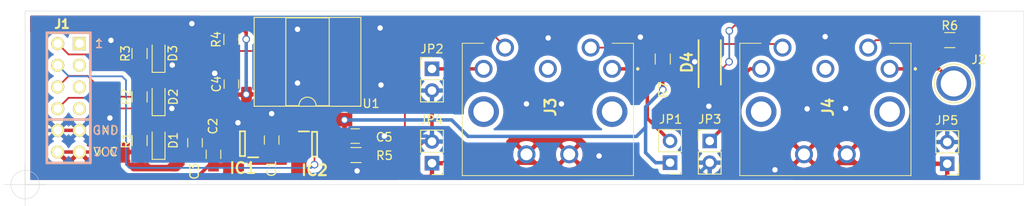
<source format=kicad_pcb>
(kicad_pcb (version 20171130) (host pcbnew "(5.1.6)-1")

  (general
    (thickness 1.6)
    (drawings 5)
    (tracks 257)
    (zones 0)
    (modules 30)
    (nets 25)
  )

  (page A4)
  (title_block
    (title PmodMIDIio_mt)
    (date 2020-10-04)
    (rev 0.1)
    (comment 1 "Masayuki Takagiwa")
    (comment 2 https://github.com/takagiwa/PmodMIDIio_mt)
    (comment 4 GPLv2)
  )

  (layers
    (0 F.Cu signal)
    (31 B.Cu signal)
    (32 B.Adhes user)
    (33 F.Adhes user)
    (34 B.Paste user)
    (35 F.Paste user)
    (36 B.SilkS user)
    (37 F.SilkS user)
    (38 B.Mask user)
    (39 F.Mask user)
    (40 Dwgs.User user)
    (41 Cmts.User user)
    (42 Eco1.User user)
    (43 Eco2.User user)
    (44 Edge.Cuts user)
    (45 Margin user)
    (46 B.CrtYd user)
    (47 F.CrtYd user)
    (48 B.Fab user)
    (49 F.Fab user)
  )

  (setup
    (last_trace_width 0.2032)
    (trace_clearance 0.2032)
    (zone_clearance 0.508)
    (zone_45_only no)
    (trace_min 0.075)
    (via_size 0.889)
    (via_drill 0.635)
    (via_min_size 0.35)
    (via_min_drill 0.15)
    (uvia_size 0.3)
    (uvia_drill 0.1)
    (uvias_allowed no)
    (uvia_min_size 0.23)
    (uvia_min_drill 0.08)
    (edge_width 0.05)
    (segment_width 0.2)
    (pcb_text_width 0.3)
    (pcb_text_size 1.5 1.5)
    (mod_edge_width 0.12)
    (mod_text_size 1 1)
    (mod_text_width 0.15)
    (pad_size 1.524 1.524)
    (pad_drill 0.762)
    (pad_to_mask_clearance 0.05)
    (aux_axis_origin 0 0)
    (visible_elements 7FFFFFFF)
    (pcbplotparams
      (layerselection 0x010fc_ffffffff)
      (usegerberextensions false)
      (usegerberattributes true)
      (usegerberadvancedattributes true)
      (creategerberjobfile true)
      (excludeedgelayer true)
      (linewidth 0.100000)
      (plotframeref false)
      (viasonmask false)
      (mode 1)
      (useauxorigin false)
      (hpglpennumber 1)
      (hpglpenspeed 20)
      (hpglpendiameter 15.000000)
      (psnegative false)
      (psa4output false)
      (plotreference true)
      (plotvalue true)
      (plotinvisibletext false)
      (padsonsilk false)
      (subtractmaskfromsilk false)
      (outputformat 1)
      (mirror false)
      (drillshape 1)
      (scaleselection 1)
      (outputdirectory ""))
  )

  (net 0 "")
  (net 1 +5V)
  (net 2 GND)
  (net 3 VCC)
  (net 4 "Net-(C3-Pad1)")
  (net 5 "Net-(C3-Pad2)")
  (net 6 "Net-(D1-Pad2)")
  (net 7 "Net-(D2-Pad2)")
  (net 8 "Net-(D3-Pad2)")
  (net 9 "Net-(D4-Pad1)")
  (net 10 "Net-(D4-Pad2)")
  (net 11 "Net-(IC2-Pad2)")
  (net 12 "Net-(IC2-Pad4)")
  (net 13 "Net-(J1-Pad7)")
  (net 14 "Net-(J1-Pad9)")
  (net 15 "Net-(J1-Pad10)")
  (net 16 "Net-(J2-Pad1)")
  (net 17 "Net-(J3-Pad6)")
  (net 18 "Net-(J3-Pad5)")
  (net 19 "Net-(J3-Pad4)")
  (net 20 "Net-(J3-Pad3)")
  (net 21 "Net-(J3-Pad1)")
  (net 22 "Net-(J4-Pad3)")
  (net 23 "Net-(J4-Pad4)")
  (net 24 "Net-(J4-Pad6)")

  (net_class Default "This is the default net class."
    (clearance 0.2032)
    (trace_width 0.2032)
    (via_dia 0.889)
    (via_drill 0.635)
    (uvia_dia 0.3)
    (uvia_drill 0.1)
    (add_net "Net-(C3-Pad1)")
    (add_net "Net-(C3-Pad2)")
    (add_net "Net-(D1-Pad2)")
    (add_net "Net-(D2-Pad2)")
    (add_net "Net-(D3-Pad2)")
    (add_net "Net-(D4-Pad1)")
    (add_net "Net-(D4-Pad2)")
    (add_net "Net-(IC2-Pad2)")
    (add_net "Net-(IC2-Pad4)")
    (add_net "Net-(J1-Pad10)")
    (add_net "Net-(J1-Pad7)")
    (add_net "Net-(J1-Pad9)")
    (add_net "Net-(J3-Pad4)")
    (add_net "Net-(J3-Pad5)")
    (add_net "Net-(J4-Pad4)")
  )

  (net_class Power ""
    (clearance 0.2032)
    (trace_width 0.4064)
    (via_dia 0.889)
    (via_drill 0.635)
    (uvia_dia 0.3)
    (uvia_drill 0.1)
    (add_net +5V)
    (add_net GND)
    (add_net "Net-(J2-Pad1)")
    (add_net "Net-(J3-Pad1)")
    (add_net "Net-(J3-Pad3)")
    (add_net "Net-(J3-Pad6)")
    (add_net "Net-(J4-Pad3)")
    (add_net "Net-(J4-Pad6)")
    (add_net VCC)
  )

  (module kicad-pmod:pmod_pin_array_6x2 (layer F.Cu) (tedit 58033DCE) (tstamp 5F647567)
    (at 66.192001 90.195001)
    (descr "QMOD Pin Header 2 x 6 pins")
    (tags CONN)
    (path /5F5B70CF)
    (fp_text reference J1 (at -0.762 -8.636) (layer F.SilkS)
      (effects (font (size 1.016 1.016) (thickness 0.254)))
    )
    (fp_text value Conn_02x06_Top_Bottom (at -19.837001 3.835799 90) (layer Dwgs.User) hide
      (effects (font (size 1.016 1.016) (thickness 0.2032)))
    )
    (fp_line (start 2.54 2.54) (end -2.54 2.54) (layer F.SilkS) (width 0.3048))
    (fp_line (start 2.54 2.54) (end -2.54 2.54) (layer B.SilkS) (width 0.3048))
    (fp_line (start 2.54 -7.62) (end -2.54 -7.62) (layer B.SilkS) (width 0.3048))
    (fp_line (start 2.54 7.62) (end 2.54 -7.62) (layer B.SilkS) (width 0.3048))
    (fp_line (start -2.54 7.62) (end 2.54 7.62) (layer B.SilkS) (width 0.3048))
    (fp_line (start -2.54 -7.62) (end -2.54 7.62) (layer B.SilkS) (width 0.3048))
    (fp_line (start -6.985 11.43) (end -6.604 11.049) (layer Dwgs.User) (width 0.05))
    (fp_line (start -6.985 11.43) (end -7.366 11.049) (layer Dwgs.User) (width 0.05))
    (fp_line (start -6.604 0.381) (end -6.985 0) (layer Dwgs.User) (width 0.05))
    (fp_line (start -6.985 0) (end -7.366 0.381) (layer Dwgs.User) (width 0.05))
    (fp_line (start -6.985 0) (end -6.985 11.43) (layer Dwgs.User) (width 0.05))
    (fp_line (start 2.54 -11.43) (end 3.175 -11.43) (layer Dwgs.User) (width 0.05))
    (fp_line (start 1.27 -11.43) (end 1.905 -11.43) (layer Dwgs.User) (width 0.05))
    (fp_line (start 1.27 11.43) (end 1.905 11.43) (layer Dwgs.User) (width 0.05))
    (fp_line (start 0 11.43) (end 0.635 11.43) (layer Dwgs.User) (width 0.05))
    (fp_line (start -1.27 11.43) (end -0.635 11.43) (layer Dwgs.User) (width 0.05))
    (fp_line (start -2.54 11.43) (end -1.905 11.43) (layer Dwgs.User) (width 0.05))
    (fp_line (start -3.81 11.43) (end -3.175 11.43) (layer Dwgs.User) (width 0.05))
    (fp_line (start -5.08 11.43) (end -4.445 11.43) (layer Dwgs.User) (width 0.05))
    (fp_line (start 0 -11.43) (end 0.635 -11.43) (layer Dwgs.User) (width 0.05))
    (fp_line (start -1.27 -11.43) (end -0.635 -11.43) (layer Dwgs.User) (width 0.05))
    (fp_line (start -2.54 -11.43) (end -1.905 -11.43) (layer Dwgs.User) (width 0.05))
    (fp_line (start -3.81 -11.43) (end -3.175 -11.43) (layer Dwgs.User) (width 0.05))
    (fp_line (start -5.08 -11.43) (end -4.445 -11.43) (layer Dwgs.User) (width 0.05))
    (fp_line (start -5.842 10.16) (end -6.223 9.779) (layer Dwgs.User) (width 0.05))
    (fp_line (start -5.842 0) (end -5.842 10.16) (layer Dwgs.User) (width 0.05))
    (fp_line (start -5.842 10.16) (end -5.461 9.779) (layer Dwgs.User) (width 0.05))
    (fp_line (start -5.842 0) (end -5.461 0.381) (layer Dwgs.User) (width 0.05))
    (fp_line (start -5.842 0) (end -6.223 0.381) (layer Dwgs.User) (width 0.05))
    (fp_line (start -5.08 8.89) (end -4.826 9.144) (layer Dwgs.User) (width 0.05))
    (fp_line (start 0 8.89) (end -5.08 8.89) (layer Dwgs.User) (width 0.05))
    (fp_line (start -5.08 8.89) (end -4.826 8.636) (layer Dwgs.User) (width 0.05))
    (fp_line (start -0.254 8.636) (end 0 8.89) (layer Dwgs.User) (width 0.05))
    (fp_line (start 0 8.89) (end -0.254 9.144) (layer Dwgs.User) (width 0.05))
    (fp_line (start 0 -10.16) (end -5.08 -10.16) (layer Dwgs.User) (width 0.05))
    (fp_line (start 0 10.16) (end -5.08 10.16) (layer Dwgs.User) (width 0.05))
    (fp_line (start -5.08 10.16) (end -5.08 -10.16) (layer Dwgs.User) (width 0.05))
    (fp_line (start -2.54 -7.62) (end -2.54 7.62) (layer F.SilkS) (width 0.3048))
    (fp_line (start -2.54 7.62) (end 2.54 7.62) (layer F.SilkS) (width 0.3048))
    (fp_line (start 2.54 7.62) (end 2.54 -7.62) (layer F.SilkS) (width 0.3048))
    (fp_line (start 2.54 -7.62) (end -2.54 -7.62) (layer F.SilkS) (width 0.3048))
    (fp_text user 1 (at 3.556 -6.35) (layer B.SilkS)
      (effects (font (size 1 1) (thickness 0.15)) (justify mirror))
    )
    (fp_text user GND (at 4.318 3.81) (layer B.SilkS)
      (effects (font (size 1 1) (thickness 0.15)) (justify mirror))
    )
    (fp_text user VCC (at 4.318 6.35) (layer B.SilkS)
      (effects (font (size 1 1) (thickness 0.15)) (justify mirror))
    )
    (fp_text user VCC (at 4.318 6.35) (layer F.SilkS)
      (effects (font (size 1 1) (thickness 0.15)))
    )
    (fp_text user GND (at 4.318 3.81) (layer F.SilkS)
      (effects (font (size 1 1) (thickness 0.15)))
    )
    (fp_text user 1 (at 3.556 -6.35) (layer F.SilkS)
      (effects (font (size 1 1) (thickness 0.15)))
    )
    (fp_text user 0.45" (at -7.5 4.75 90) (layer Dwgs.User)
      (effects (font (size 0.5 0.5) (thickness 0.125)))
    )
    (fp_text user 0.4" (at -6.25 4.75 90) (layer Dwgs.User)
      (effects (font (size 0.5 0.5) (thickness 0.125)))
    )
    (fp_text user 0.20" (at -2.5 8.5 180) (layer Dwgs.User)
      (effects (font (size 0.5 0.5) (thickness 0.125)))
    )
    (fp_text user "Board Edge" (at -5.25 9.5 90) (layer Dwgs.User)
      (effects (font (size 0.127 0.127) (thickness 0.03175)))
    )
    (pad 1 thru_hole rect (at 1.27 -6.35) (size 1.524 1.524) (drill 1.016) (layers *.Cu *.Mask F.SilkS))
    (pad 7 thru_hole circle (at -1.27 -6.35 270) (size 1.524 1.524) (drill 1.016) (layers *.Cu *.Mask F.SilkS)
      (net 13 "Net-(J1-Pad7)"))
    (pad 2 thru_hole circle (at 1.27 -3.81 270) (size 1.524 1.524) (drill 1.016) (layers *.Cu *.Mask F.SilkS))
    (pad 8 thru_hole circle (at -1.27 -3.81 270) (size 1.524 1.524) (drill 1.016) (layers *.Cu *.Mask F.SilkS)
      (net 11 "Net-(IC2-Pad2)"))
    (pad 3 thru_hole circle (at 1.27 -1.27 270) (size 1.524 1.524) (drill 1.016) (layers *.Cu *.Mask F.SilkS))
    (pad 9 thru_hole circle (at -1.27 -1.27 270) (size 1.524 1.524) (drill 1.016) (layers *.Cu *.Mask F.SilkS)
      (net 14 "Net-(J1-Pad9)"))
    (pad 4 thru_hole circle (at 1.27 1.27 270) (size 1.524 1.524) (drill 1.016) (layers *.Cu *.Mask F.SilkS))
    (pad 10 thru_hole circle (at -1.27 1.27 270) (size 1.524 1.524) (drill 1.016) (layers *.Cu *.Mask F.SilkS)
      (net 15 "Net-(J1-Pad10)"))
    (pad 5 thru_hole circle (at 1.27 3.81 270) (size 1.524 1.524) (drill 1.016) (layers *.Cu *.Mask F.SilkS)
      (net 2 GND))
    (pad 11 thru_hole circle (at -1.27 3.81 270) (size 1.524 1.524) (drill 1.016) (layers *.Cu *.Mask F.SilkS)
      (net 2 GND))
    (pad 6 thru_hole circle (at 1.27 6.35 270) (size 1.524 1.524) (drill 1.016) (layers *.Cu *.Mask F.SilkS)
      (net 3 VCC))
    (pad 12 thru_hole circle (at -1.27 6.35 270) (size 1.524 1.524) (drill 1.016) (layers *.Cu *.Mask F.SilkS)
      (net 3 VCC))
    (model /usr/share/kicad/modules/packages3d/Socket_Strips.3dshapes/Socket_Strip_Angled_2x06.wrl
      (offset (xyz 0 5.079999923706055 0))
      (scale (xyz 1 1 1))
      (rotate (xyz 0 0 180))
    )
  )

  (module Capacitors_SMD:C_0805_HandSoldering (layer F.Cu) (tedit 58AA84A8) (tstamp 5F64744E)
    (at 89.916 95.143 270)
    (descr "Capacitor SMD 0805, hand soldering")
    (tags "capacitor 0805")
    (path /5F5F48F1)
    (attr smd)
    (fp_text reference C1 (at 3.3455 0 90) (layer F.SilkS)
      (effects (font (size 1 1) (thickness 0.15)))
    )
    (fp_text value C (at 21.1255 0.5715 90) (layer F.Fab) hide
      (effects (font (size 1 1) (thickness 0.15)))
    )
    (fp_line (start 2.25 0.87) (end -2.25 0.87) (layer F.CrtYd) (width 0.05))
    (fp_line (start 2.25 0.87) (end 2.25 -0.88) (layer F.CrtYd) (width 0.05))
    (fp_line (start -2.25 -0.88) (end -2.25 0.87) (layer F.CrtYd) (width 0.05))
    (fp_line (start -2.25 -0.88) (end 2.25 -0.88) (layer F.CrtYd) (width 0.05))
    (fp_line (start -0.5 0.85) (end 0.5 0.85) (layer F.SilkS) (width 0.12))
    (fp_line (start 0.5 -0.85) (end -0.5 -0.85) (layer F.SilkS) (width 0.12))
    (fp_line (start -1 -0.62) (end 1 -0.62) (layer F.Fab) (width 0.1))
    (fp_line (start 1 -0.62) (end 1 0.62) (layer F.Fab) (width 0.1))
    (fp_line (start 1 0.62) (end -1 0.62) (layer F.Fab) (width 0.1))
    (fp_line (start -1 0.62) (end -1 -0.62) (layer F.Fab) (width 0.1))
    (fp_text user %R (at 18.9665 0.5715 90) (layer F.Fab) hide
      (effects (font (size 1 1) (thickness 0.15)))
    )
    (pad 2 smd rect (at 1.25 0 270) (size 1.5 1.25) (layers F.Cu F.Paste F.Mask)
      (net 1 +5V))
    (pad 1 smd rect (at -1.25 0 270) (size 1.5 1.25) (layers F.Cu F.Paste F.Mask)
      (net 2 GND))
    (model Capacitors_SMD.3dshapes/C_0805.wrl
      (at (xyz 0 0 0))
      (scale (xyz 1 1 1))
      (rotate (xyz 0 0 0))
    )
  )

  (module Capacitors_SMD:C_0805_HandSoldering (layer F.Cu) (tedit 58AA84A8) (tstamp 5F64745F)
    (at 83.1215 96.8175 90)
    (descr "Capacitor SMD 0805, hand soldering")
    (tags "capacitor 0805")
    (path /5F5F433A)
    (attr smd)
    (fp_text reference C2 (at 3.302 -0.0635 90) (layer F.SilkS)
      (effects (font (size 1 1) (thickness 0.15)))
    )
    (fp_text value C (at -19.431 0.762 90) (layer F.Fab) hide
      (effects (font (size 1 1) (thickness 0.15)))
    )
    (fp_line (start -1 0.62) (end -1 -0.62) (layer F.Fab) (width 0.1))
    (fp_line (start 1 0.62) (end -1 0.62) (layer F.Fab) (width 0.1))
    (fp_line (start 1 -0.62) (end 1 0.62) (layer F.Fab) (width 0.1))
    (fp_line (start -1 -0.62) (end 1 -0.62) (layer F.Fab) (width 0.1))
    (fp_line (start 0.5 -0.85) (end -0.5 -0.85) (layer F.SilkS) (width 0.12))
    (fp_line (start -0.5 0.85) (end 0.5 0.85) (layer F.SilkS) (width 0.12))
    (fp_line (start -2.25 -0.88) (end 2.25 -0.88) (layer F.CrtYd) (width 0.05))
    (fp_line (start -2.25 -0.88) (end -2.25 0.87) (layer F.CrtYd) (width 0.05))
    (fp_line (start 2.25 0.87) (end 2.25 -0.88) (layer F.CrtYd) (width 0.05))
    (fp_line (start 2.25 0.87) (end -2.25 0.87) (layer F.CrtYd) (width 0.05))
    (fp_text user %R (at -17.546 0.762 90) (layer F.Fab) hide
      (effects (font (size 1 1) (thickness 0.15)))
    )
    (pad 1 smd rect (at -1.25 0 90) (size 1.5 1.25) (layers F.Cu F.Paste F.Mask)
      (net 2 GND))
    (pad 2 smd rect (at 1.25 0 90) (size 1.5 1.25) (layers F.Cu F.Paste F.Mask)
      (net 3 VCC))
    (model Capacitors_SMD.3dshapes/C_0805.wrl
      (at (xyz 0 0 0))
      (scale (xyz 1 1 1))
      (rotate (xyz 0 0 0))
    )
  )

  (module Capacitors_SMD:C_0805_HandSoldering (layer F.Cu) (tedit 58AA84A8) (tstamp 5F647470)
    (at 80.9625 95.4605 270)
    (descr "Capacitor SMD 0805, hand soldering")
    (tags "capacitor 0805")
    (path /5F5F4A7D)
    (attr smd)
    (fp_text reference C3 (at 3.3455 0.0635 90) (layer F.SilkS)
      (effects (font (size 1 1) (thickness 0.15)))
    )
    (fp_text value C (at 22.967 0.635 90) (layer F.Fab) hide
      (effects (font (size 1 1) (thickness 0.15)))
    )
    (fp_line (start -1 0.62) (end -1 -0.62) (layer F.Fab) (width 0.1))
    (fp_line (start 1 0.62) (end -1 0.62) (layer F.Fab) (width 0.1))
    (fp_line (start 1 -0.62) (end 1 0.62) (layer F.Fab) (width 0.1))
    (fp_line (start -1 -0.62) (end 1 -0.62) (layer F.Fab) (width 0.1))
    (fp_line (start 0.5 -0.85) (end -0.5 -0.85) (layer F.SilkS) (width 0.12))
    (fp_line (start -0.5 0.85) (end 0.5 0.85) (layer F.SilkS) (width 0.12))
    (fp_line (start -2.25 -0.88) (end 2.25 -0.88) (layer F.CrtYd) (width 0.05))
    (fp_line (start -2.25 -0.88) (end -2.25 0.87) (layer F.CrtYd) (width 0.05))
    (fp_line (start 2.25 0.87) (end 2.25 -0.88) (layer F.CrtYd) (width 0.05))
    (fp_line (start 2.25 0.87) (end -2.25 0.87) (layer F.CrtYd) (width 0.05))
    (fp_text user %R (at 20.554 0.8255 90) (layer F.Fab) hide
      (effects (font (size 1 1) (thickness 0.15)))
    )
    (pad 1 smd rect (at -1.25 0 270) (size 1.5 1.25) (layers F.Cu F.Paste F.Mask)
      (net 4 "Net-(C3-Pad1)"))
    (pad 2 smd rect (at 1.25 0 270) (size 1.5 1.25) (layers F.Cu F.Paste F.Mask)
      (net 5 "Net-(C3-Pad2)"))
    (model Capacitors_SMD.3dshapes/C_0805.wrl
      (at (xyz 0 0 0))
      (scale (xyz 1 1 1))
      (rotate (xyz 0 0 0))
    )
  )

  (module Capacitors_SMD:C_0805_HandSoldering (layer F.Cu) (tedit 58AA84A8) (tstamp 5F647481)
    (at 85.217 88.5825 90)
    (descr "Capacitor SMD 0805, hand soldering")
    (tags "capacitor 0805")
    (path /5F611F69)
    (attr smd)
    (fp_text reference C4 (at 0 -1.75 90) (layer F.SilkS)
      (effects (font (size 1 1) (thickness 0.15)))
    )
    (fp_text value C (at 22.4155 -3.937 90) (layer F.Fab) hide
      (effects (font (size 1 1) (thickness 0.15)))
    )
    (fp_line (start 2.25 0.87) (end -2.25 0.87) (layer F.CrtYd) (width 0.05))
    (fp_line (start 2.25 0.87) (end 2.25 -0.88) (layer F.CrtYd) (width 0.05))
    (fp_line (start -2.25 -0.88) (end -2.25 0.87) (layer F.CrtYd) (width 0.05))
    (fp_line (start -2.25 -0.88) (end 2.25 -0.88) (layer F.CrtYd) (width 0.05))
    (fp_line (start -0.5 0.85) (end 0.5 0.85) (layer F.SilkS) (width 0.12))
    (fp_line (start 0.5 -0.85) (end -0.5 -0.85) (layer F.SilkS) (width 0.12))
    (fp_line (start -1 -0.62) (end 1 -0.62) (layer F.Fab) (width 0.1))
    (fp_line (start 1 -0.62) (end 1 0.62) (layer F.Fab) (width 0.1))
    (fp_line (start 1 0.62) (end -1 0.62) (layer F.Fab) (width 0.1))
    (fp_line (start -1 0.62) (end -1 -0.62) (layer F.Fab) (width 0.1))
    (fp_text user %R (at 24.003 -6.6675 90) (layer F.Fab) hide
      (effects (font (size 1 1) (thickness 0.15)))
    )
    (pad 2 smd rect (at 1.25 0 90) (size 1.5 1.25) (layers F.Cu F.Paste F.Mask)
      (net 2 GND))
    (pad 1 smd rect (at -1.25 0 90) (size 1.5 1.25) (layers F.Cu F.Paste F.Mask)
      (net 3 VCC))
    (model Capacitors_SMD.3dshapes/C_0805.wrl
      (at (xyz 0 0 0))
      (scale (xyz 1 1 1))
      (rotate (xyz 0 0 0))
    )
  )

  (module Capacitors_SMD:C_0805_HandSoldering (layer F.Cu) (tedit 58AA84A8) (tstamp 5F647492)
    (at 99.675 94.6785)
    (descr "Capacitor SMD 0805, hand soldering")
    (tags "capacitor 0805")
    (path /5F5EE075)
    (attr smd)
    (fp_text reference C5 (at 3.3855 0.127) (layer F.SilkS)
      (effects (font (size 1 1) (thickness 0.15)))
    )
    (fp_text value C (at 0.996 -27.432) (layer F.Fab) hide
      (effects (font (size 1 1) (thickness 0.15)))
    )
    (fp_line (start 2.25 0.87) (end -2.25 0.87) (layer F.CrtYd) (width 0.05))
    (fp_line (start 2.25 0.87) (end 2.25 -0.88) (layer F.CrtYd) (width 0.05))
    (fp_line (start -2.25 -0.88) (end -2.25 0.87) (layer F.CrtYd) (width 0.05))
    (fp_line (start -2.25 -0.88) (end 2.25 -0.88) (layer F.CrtYd) (width 0.05))
    (fp_line (start -0.5 0.85) (end 0.5 0.85) (layer F.SilkS) (width 0.12))
    (fp_line (start 0.5 -0.85) (end -0.5 -0.85) (layer F.SilkS) (width 0.12))
    (fp_line (start -1 -0.62) (end 1 -0.62) (layer F.Fab) (width 0.1))
    (fp_line (start 1 -0.62) (end 1 0.62) (layer F.Fab) (width 0.1))
    (fp_line (start 1 0.62) (end -1 0.62) (layer F.Fab) (width 0.1))
    (fp_line (start -1 0.62) (end -1 -0.62) (layer F.Fab) (width 0.1))
    (fp_text user %R (at -1.4805 -27.686) (layer F.Fab) hide
      (effects (font (size 1 1) (thickness 0.15)))
    )
    (pad 2 smd rect (at 1.25 0) (size 1.5 1.25) (layers F.Cu F.Paste F.Mask)
      (net 2 GND))
    (pad 1 smd rect (at -1.25 0) (size 1.5 1.25) (layers F.Cu F.Paste F.Mask)
      (net 1 +5V))
    (model Capacitors_SMD.3dshapes/C_0805.wrl
      (at (xyz 0 0 0))
      (scale (xyz 1 1 1))
      (rotate (xyz 0 0 0))
    )
  )

  (module LEDs:LED_0805_HandSoldering (layer F.Cu) (tedit 595FCA25) (tstamp 5F649881)
    (at 76.708 95.203 90)
    (descr "Resistor SMD 0805, hand soldering")
    (tags "resistor 0805")
    (path /5F646623)
    (attr smd)
    (fp_text reference D1 (at 0.0165 1.7145 90) (layer F.SilkS)
      (effects (font (size 1 1) (thickness 0.15)))
    )
    (fp_text value LED (at -28.1775 -3.2385 90) (layer F.Fab) hide
      (effects (font (size 1 1) (thickness 0.15)))
    )
    (fp_line (start -2.2 -0.75) (end -2.2 0.75) (layer F.SilkS) (width 0.12))
    (fp_line (start 2.35 0.9) (end -2.35 0.9) (layer F.CrtYd) (width 0.05))
    (fp_line (start 2.35 0.9) (end 2.35 -0.9) (layer F.CrtYd) (width 0.05))
    (fp_line (start -2.35 -0.9) (end -2.35 0.9) (layer F.CrtYd) (width 0.05))
    (fp_line (start -2.35 -0.9) (end 2.35 -0.9) (layer F.CrtYd) (width 0.05))
    (fp_line (start -2.2 -0.75) (end 1 -0.75) (layer F.SilkS) (width 0.12))
    (fp_line (start 1 0.75) (end -2.2 0.75) (layer F.SilkS) (width 0.12))
    (fp_line (start -1 -0.62) (end 1 -0.62) (layer F.Fab) (width 0.1))
    (fp_line (start 1 -0.62) (end 1 0.62) (layer F.Fab) (width 0.1))
    (fp_line (start 1 0.62) (end -1 0.62) (layer F.Fab) (width 0.1))
    (fp_line (start -1 0.62) (end -1 -0.62) (layer F.Fab) (width 0.1))
    (fp_line (start 0.2 -0.4) (end 0.2 0.4) (layer F.Fab) (width 0.1))
    (fp_line (start 0.2 0.4) (end -0.4 0) (layer F.Fab) (width 0.1))
    (fp_line (start -0.4 0) (end 0.2 -0.4) (layer F.Fab) (width 0.1))
    (fp_line (start -0.4 -0.4) (end -0.4 0.4) (layer F.Fab) (width 0.1))
    (pad 2 smd rect (at 1.35 0 90) (size 1.5 1.3) (layers F.Cu F.Paste F.Mask)
      (net 6 "Net-(D1-Pad2)"))
    (pad 1 smd rect (at -1.35 0 90) (size 1.5 1.3) (layers F.Cu F.Paste F.Mask)
      (net 2 GND))
    (model ${KISYS3DMOD}/LEDs.3dshapes/LED_0805.wrl
      (at (xyz 0 0 0))
      (scale (xyz 1 1 1))
      (rotate (xyz 0 0 0))
    )
  )

  (module LEDs:LED_0805_HandSoldering (layer F.Cu) (tedit 595FCA25) (tstamp 5F6474BC)
    (at 76.708 90.09 90)
    (descr "Resistor SMD 0805, hand soldering")
    (tags "resistor 0805")
    (path /5F67E71B)
    (attr smd)
    (fp_text reference D2 (at 0 1.7145 90) (layer F.SilkS)
      (effects (font (size 1 1) (thickness 0.15)))
    )
    (fp_text value LED (at -30.6705 -2.921 90) (layer F.Fab) hide
      (effects (font (size 1 1) (thickness 0.15)))
    )
    (fp_line (start -2.2 -0.75) (end -2.2 0.75) (layer F.SilkS) (width 0.12))
    (fp_line (start 2.35 0.9) (end -2.35 0.9) (layer F.CrtYd) (width 0.05))
    (fp_line (start 2.35 0.9) (end 2.35 -0.9) (layer F.CrtYd) (width 0.05))
    (fp_line (start -2.35 -0.9) (end -2.35 0.9) (layer F.CrtYd) (width 0.05))
    (fp_line (start -2.35 -0.9) (end 2.35 -0.9) (layer F.CrtYd) (width 0.05))
    (fp_line (start -2.2 -0.75) (end 1 -0.75) (layer F.SilkS) (width 0.12))
    (fp_line (start 1 0.75) (end -2.2 0.75) (layer F.SilkS) (width 0.12))
    (fp_line (start -1 -0.62) (end 1 -0.62) (layer F.Fab) (width 0.1))
    (fp_line (start 1 -0.62) (end 1 0.62) (layer F.Fab) (width 0.1))
    (fp_line (start 1 0.62) (end -1 0.62) (layer F.Fab) (width 0.1))
    (fp_line (start -1 0.62) (end -1 -0.62) (layer F.Fab) (width 0.1))
    (fp_line (start 0.2 -0.4) (end 0.2 0.4) (layer F.Fab) (width 0.1))
    (fp_line (start 0.2 0.4) (end -0.4 0) (layer F.Fab) (width 0.1))
    (fp_line (start -0.4 0) (end 0.2 -0.4) (layer F.Fab) (width 0.1))
    (fp_line (start -0.4 -0.4) (end -0.4 0.4) (layer F.Fab) (width 0.1))
    (pad 2 smd rect (at 1.35 0 90) (size 1.5 1.3) (layers F.Cu F.Paste F.Mask)
      (net 7 "Net-(D2-Pad2)"))
    (pad 1 smd rect (at -1.35 0 90) (size 1.5 1.3) (layers F.Cu F.Paste F.Mask)
      (net 2 GND))
    (model ${KISYS3DMOD}/LEDs.3dshapes/LED_0805.wrl
      (at (xyz 0 0 0))
      (scale (xyz 1 1 1))
      (rotate (xyz 0 0 0))
    )
  )

  (module LEDs:LED_0805_HandSoldering (layer F.Cu) (tedit 595FCA25) (tstamp 5F6474D1)
    (at 76.708 85.01 90)
    (descr "Resistor SMD 0805, hand soldering")
    (tags "resistor 0805")
    (path /5F65A3C4)
    (attr smd)
    (fp_text reference D3 (at 0.0165 1.651 90) (layer F.SilkS)
      (effects (font (size 1 1) (thickness 0.15)))
    )
    (fp_text value LED (at -32.94 -3.4925 90) (layer F.Fab) hide
      (effects (font (size 1 1) (thickness 0.15)))
    )
    (fp_line (start -0.4 -0.4) (end -0.4 0.4) (layer F.Fab) (width 0.1))
    (fp_line (start -0.4 0) (end 0.2 -0.4) (layer F.Fab) (width 0.1))
    (fp_line (start 0.2 0.4) (end -0.4 0) (layer F.Fab) (width 0.1))
    (fp_line (start 0.2 -0.4) (end 0.2 0.4) (layer F.Fab) (width 0.1))
    (fp_line (start -1 0.62) (end -1 -0.62) (layer F.Fab) (width 0.1))
    (fp_line (start 1 0.62) (end -1 0.62) (layer F.Fab) (width 0.1))
    (fp_line (start 1 -0.62) (end 1 0.62) (layer F.Fab) (width 0.1))
    (fp_line (start -1 -0.62) (end 1 -0.62) (layer F.Fab) (width 0.1))
    (fp_line (start 1 0.75) (end -2.2 0.75) (layer F.SilkS) (width 0.12))
    (fp_line (start -2.2 -0.75) (end 1 -0.75) (layer F.SilkS) (width 0.12))
    (fp_line (start -2.35 -0.9) (end 2.35 -0.9) (layer F.CrtYd) (width 0.05))
    (fp_line (start -2.35 -0.9) (end -2.35 0.9) (layer F.CrtYd) (width 0.05))
    (fp_line (start 2.35 0.9) (end 2.35 -0.9) (layer F.CrtYd) (width 0.05))
    (fp_line (start 2.35 0.9) (end -2.35 0.9) (layer F.CrtYd) (width 0.05))
    (fp_line (start -2.2 -0.75) (end -2.2 0.75) (layer F.SilkS) (width 0.12))
    (pad 1 smd rect (at -1.35 0 90) (size 1.5 1.3) (layers F.Cu F.Paste F.Mask)
      (net 2 GND))
    (pad 2 smd rect (at 1.35 0 90) (size 1.5 1.3) (layers F.Cu F.Paste F.Mask)
      (net 8 "Net-(D3-Pad2)"))
    (model ${KISYS3DMOD}/LEDs.3dshapes/LED_0805.wrl
      (at (xyz 0 0 0))
      (scale (xyz 1 1 1))
      (rotate (xyz 0 0 0))
    )
  )

  (module LibraryLoader:DIOM5226X220N (layer F.Cu) (tedit 0) (tstamp 5F6474E3)
    (at 141.097 86.0425 90)
    (descr "SMA CASE 403D-02 ISSUE G")
    (tags Diode)
    (path /5F66960B)
    (attr smd)
    (fp_text reference D4 (at 0 -2.667 90) (layer F.SilkS)
      (effects (font (size 1.27 1.27) (thickness 0.254)))
    )
    (fp_text value MBRA140T3G (at 32.2961 3.429 90) (layer F.SilkS) hide
      (effects (font (size 1.27 1.27) (thickness 0.254)))
    )
    (fp_line (start -3.55 -1.71) (end 3.55 -1.71) (layer F.CrtYd) (width 0.05))
    (fp_line (start 3.55 -1.71) (end 3.55 1.71) (layer F.CrtYd) (width 0.05))
    (fp_line (start 3.55 1.71) (end -3.55 1.71) (layer F.CrtYd) (width 0.05))
    (fp_line (start -3.55 1.71) (end -3.55 -1.71) (layer F.CrtYd) (width 0.05))
    (fp_line (start -2.605 -1.302) (end 2.605 -1.302) (layer F.Fab) (width 0.1))
    (fp_line (start 2.605 -1.302) (end 2.605 1.302) (layer F.Fab) (width 0.1))
    (fp_line (start 2.605 1.302) (end -2.605 1.302) (layer F.Fab) (width 0.1))
    (fp_line (start -2.605 1.302) (end -2.605 -1.302) (layer F.Fab) (width 0.1))
    (fp_line (start -2.605 -0.528) (end -1.83 -1.302) (layer F.Fab) (width 0.1))
    (fp_line (start 2.605 -1.302) (end -2.925 -1.302) (layer F.SilkS) (width 0.2))
    (fp_line (start -2.605 1.302) (end 2.605 1.302) (layer F.SilkS) (width 0.2))
    (fp_text user %R (at 28.067 -1.397 90) (layer F.Fab) hide
      (effects (font (size 1.27 1.27) (thickness 0.254)))
    )
    (pad 1 smd rect (at -2.15 0 180) (size 1.55 2.3) (layers F.Cu F.Paste F.Mask)
      (net 9 "Net-(D4-Pad1)"))
    (pad 2 smd rect (at 2.15 0 180) (size 1.55 2.3) (layers F.Cu F.Paste F.Mask)
      (net 10 "Net-(D4-Pad2)"))
    (model C:\Users\takagiwa\Documents\PCBPartLibrary\SamacSys_Parts.3dshapes\MBRA140T3G.stp
      (at (xyz 0 0 0))
      (scale (xyz 1 1 1))
      (rotate (xyz 0 0 0))
    )
  )

  (module Mounting_Holes:MountingHole_2.2mm_M2_ISO14580 (layer F.Cu) (tedit 56D1B4CB) (tstamp 5F64826D)
    (at 175.3362 97.8916)
    (descr "Mounting Hole 2.2mm, no annular, M2, ISO14580")
    (tags "mounting hole 2.2mm no annular m2 iso14580")
    (path /5F730B00)
    (attr virtual)
    (fp_text reference H1 (at 0 -2.9) (layer F.SilkS) hide
      (effects (font (size 1 1) (thickness 0.15)))
    )
    (fp_text value MountingHole (at -0.3175 16.002) (layer F.Fab) hide
      (effects (font (size 1 1) (thickness 0.15)))
    )
    (fp_circle (center 0 0) (end 2.15 0) (layer F.CrtYd) (width 0.05))
    (fp_circle (center 0 0) (end 1.9 0) (layer Cmts.User) (width 0.15))
    (fp_text user %R (at 0.2159 18.2753) (layer F.Fab) hide
      (effects (font (size 1 1) (thickness 0.15)))
    )
    (pad 1 np_thru_hole circle (at 0 0) (size 2.2 2.2) (drill 2.2) (layers *.Cu *.Mask))
  )

  (module Mounting_Holes:MountingHole_2.2mm_M2_ISO14580 (layer F.Cu) (tedit 56D1B4CB) (tstamp 5F6481D4)
    (at 175.3362 82.423)
    (descr "Mounting Hole 2.2mm, no annular, M2, ISO14580")
    (tags "mounting hole 2.2mm no annular m2 iso14580")
    (path /5F730514)
    (attr virtual)
    (fp_text reference H2 (at 0 -2.9) (layer F.SilkS) hide
      (effects (font (size 1 1) (thickness 0.15)))
    )
    (fp_text value MountingHole (at -7.493 -20.828) (layer F.Fab) hide
      (effects (font (size 1 1) (thickness 0.15)))
    )
    (fp_circle (center 0 0) (end 1.9 0) (layer Cmts.User) (width 0.15))
    (fp_circle (center 0 0) (end 2.15 0) (layer F.CrtYd) (width 0.05))
    (fp_text user %R (at 1.2065 -26.289) (layer F.Fab) hide
      (effects (font (size 1 1) (thickness 0.15)))
    )
    (pad 1 np_thru_hole circle (at 0 0) (size 2.2 2.2) (drill 2.2) (layers *.Cu *.Mask))
  )

  (module LibraryLoader:SOT95P280X145-6N (layer F.Cu) (tedit 0) (tstamp 5F64750C)
    (at 86.507 95.565 180)
    (descr DBV0006A)
    (tags "Integrated Circuit")
    (path /5F5F3990)
    (attr smd)
    (fp_text reference IC1 (at -0.0435 -2.86) (layer F.SilkS)
      (effects (font (size 1.27 1.27) (thickness 0.254)))
    )
    (fp_text value REG710NA-5_250 (at 25.9026 -21.3004) (layer F.SilkS) hide
      (effects (font (size 1.27 1.27) (thickness 0.254)))
    )
    (fp_line (start -2.1 -1.775) (end 2.1 -1.775) (layer F.CrtYd) (width 0.05))
    (fp_line (start 2.1 -1.775) (end 2.1 1.775) (layer F.CrtYd) (width 0.05))
    (fp_line (start 2.1 1.775) (end -2.1 1.775) (layer F.CrtYd) (width 0.05))
    (fp_line (start -2.1 1.775) (end -2.1 -1.775) (layer F.CrtYd) (width 0.05))
    (fp_line (start -0.8 -1.45) (end 0.8 -1.45) (layer F.Fab) (width 0.1))
    (fp_line (start 0.8 -1.45) (end 0.8 1.45) (layer F.Fab) (width 0.1))
    (fp_line (start 0.8 1.45) (end -0.8 1.45) (layer F.Fab) (width 0.1))
    (fp_line (start -0.8 1.45) (end -0.8 -1.45) (layer F.Fab) (width 0.1))
    (fp_line (start -0.8 -0.5) (end 0.15 -1.45) (layer F.Fab) (width 0.1))
    (fp_line (start -0.3 -1.45) (end 0.3 -1.45) (layer F.SilkS) (width 0.2))
    (fp_line (start 0.3 -1.45) (end 0.3 1.45) (layer F.SilkS) (width 0.2))
    (fp_line (start 0.3 1.45) (end -0.3 1.45) (layer F.SilkS) (width 0.2))
    (fp_line (start -0.3 1.45) (end -0.3 -1.45) (layer F.SilkS) (width 0.2))
    (fp_line (start -1.85 -1.6) (end -0.65 -1.6) (layer F.SilkS) (width 0.2))
    (fp_text user %R (at 0.8455 -24.704) (layer F.Fab) hide
      (effects (font (size 1.27 1.27) (thickness 0.254)))
    )
    (pad 1 smd rect (at -1.25 -0.95 270) (size 0.6 1.2) (layers F.Cu F.Paste F.Mask)
      (net 1 +5V))
    (pad 2 smd rect (at -1.25 0 270) (size 0.6 1.2) (layers F.Cu F.Paste F.Mask)
      (net 2 GND))
    (pad 3 smd rect (at -1.25 0.95 270) (size 0.6 1.2) (layers F.Cu F.Paste F.Mask)
      (net 3 VCC))
    (pad 4 smd rect (at 1.25 0.95 270) (size 0.6 1.2) (layers F.Cu F.Paste F.Mask)
      (net 4 "Net-(C3-Pad1)"))
    (pad 5 smd rect (at 1.25 0 270) (size 0.6 1.2) (layers F.Cu F.Paste F.Mask)
      (net 3 VCC))
    (pad 6 smd rect (at 1.25 -0.95 270) (size 0.6 1.2) (layers F.Cu F.Paste F.Mask)
      (net 5 "Net-(C3-Pad2)"))
    (model C:\Users\takagiwa\Documents\PCBPartLibrary\SamacSys_Parts.3dshapes\REG710NA-5_250.stp
      (at (xyz 0 0 0))
      (scale (xyz 1 1 1))
      (rotate (xyz 0 0 0))
    )
  )

  (module LibraryLoader:SOT95P280X145-5N (layer F.Cu) (tedit 0) (tstamp 5F647524)
    (at 94.9325 95.631)
    (descr SOT-23-5)
    (tags "Integrated Circuit")
    (path /5F716E3C)
    (attr smd)
    (fp_text reference IC2 (at 0 3.048) (layer F.SilkS)
      (effects (font (size 1.27 1.27) (thickness 0.254)))
    )
    (fp_text value SN74LV1T34DBVR (at 4.9149 19.0754) (layer F.SilkS) hide
      (effects (font (size 1.27 1.27) (thickness 0.254)))
    )
    (fp_line (start -2.1 -1.775) (end 2.1 -1.775) (layer F.CrtYd) (width 0.05))
    (fp_line (start 2.1 -1.775) (end 2.1 1.775) (layer F.CrtYd) (width 0.05))
    (fp_line (start 2.1 1.775) (end -2.1 1.775) (layer F.CrtYd) (width 0.05))
    (fp_line (start -2.1 1.775) (end -2.1 -1.775) (layer F.CrtYd) (width 0.05))
    (fp_line (start -0.8 -1.45) (end 0.8 -1.45) (layer F.Fab) (width 0.1))
    (fp_line (start 0.8 -1.45) (end 0.8 1.45) (layer F.Fab) (width 0.1))
    (fp_line (start 0.8 1.45) (end -0.8 1.45) (layer F.Fab) (width 0.1))
    (fp_line (start -0.8 1.45) (end -0.8 -1.45) (layer F.Fab) (width 0.1))
    (fp_line (start -0.8 -0.5) (end 0.15 -1.45) (layer F.Fab) (width 0.1))
    (fp_line (start -0.3 -1.45) (end 0.3 -1.45) (layer F.SilkS) (width 0.2))
    (fp_line (start 0.3 -1.45) (end 0.3 1.45) (layer F.SilkS) (width 0.2))
    (fp_line (start 0.3 1.45) (end -0.3 1.45) (layer F.SilkS) (width 0.2))
    (fp_line (start -0.3 1.45) (end -0.3 -1.45) (layer F.SilkS) (width 0.2))
    (fp_line (start -1.85 -1.5) (end -0.65 -1.5) (layer F.SilkS) (width 0.2))
    (fp_text user %R (at -0.5715 24.892) (layer F.Fab) hide
      (effects (font (size 1.27 1.27) (thickness 0.254)))
    )
    (pad 1 smd rect (at -1.25 -0.95 90) (size 0.6 1.2) (layers F.Cu F.Paste F.Mask))
    (pad 2 smd rect (at -1.25 0 90) (size 0.6 1.2) (layers F.Cu F.Paste F.Mask)
      (net 11 "Net-(IC2-Pad2)"))
    (pad 3 smd rect (at -1.25 0.95 90) (size 0.6 1.2) (layers F.Cu F.Paste F.Mask)
      (net 2 GND))
    (pad 4 smd rect (at 1.25 0.95 90) (size 0.6 1.2) (layers F.Cu F.Paste F.Mask)
      (net 12 "Net-(IC2-Pad4)"))
    (pad 5 smd rect (at 1.25 -0.95 90) (size 0.6 1.2) (layers F.Cu F.Paste F.Mask)
      (net 1 +5V))
    (model C:\Users\takagiwa\Documents\PCBPartLibrary\SamacSys_Parts.3dshapes\SN74LV1T34DBVR.stp
      (at (xyz 0 0 0))
      (scale (xyz 1 1 1))
      (rotate (xyz 0 0 0))
    )
  )

  (module Connectors:1pin (layer F.Cu) (tedit 5861332C) (tstamp 5F64756F)
    (at 169.6085 88.519)
    (descr "module 1 pin (ou trou mecanique de percage)")
    (tags DEV)
    (path /5F5D9468)
    (fp_text reference J2 (at 2.921 -2.794) (layer F.SilkS)
      (effects (font (size 1 1) (thickness 0.15)))
    )
    (fp_text value Conn_01x01 (at -3.6195 -38.354) (layer F.Fab) hide
      (effects (font (size 1 1) (thickness 0.15)))
    )
    (fp_circle (center 0 0) (end 0 -2.286) (layer F.SilkS) (width 0.12))
    (fp_circle (center 0 0) (end 2.6 0) (layer F.CrtYd) (width 0.05))
    (fp_circle (center 0 0) (end 2 0.8) (layer F.Fab) (width 0.1))
    (pad 1 thru_hole circle (at 0 0) (size 4.064 4.064) (drill 3.048) (layers *.Cu *.Mask)
      (net 16 "Net-(J2-Pad1)"))
  )

  (module LibraryLoader:57PC5F (layer F.Cu) (tedit 0) (tstamp 5F64758E)
    (at 129.691 86.8045 90)
    (descr 57PC5F-1)
    (tags Connector)
    (path /5F68F2C9)
    (fp_text reference J3 (at -4.48 -7.202 90) (layer F.SilkS)
      (effects (font (size 1.27 1.27) (thickness 0.254)))
    )
    (fp_text value 57PC5F (at 30.4673 -15.0862 90) (layer F.SilkS) hide
      (effects (font (size 1.27 1.27) (thickness 0.254)))
    )
    (fp_line (start 0.1 3) (end 0.1 3) (layer F.SilkS) (width 0.2))
    (fp_line (start -0.1 3) (end -0.1 3) (layer F.SilkS) (width 0.2))
    (fp_line (start 3 2.495) (end 3 -0.005) (layer F.SilkS) (width 0.1))
    (fp_line (start -12.5 2.495) (end 3 2.495) (layer F.SilkS) (width 0.1))
    (fp_line (start -12.5 -17.505) (end -12.5 2.495) (layer F.SilkS) (width 0.1))
    (fp_line (start 3 -17.505) (end -12.5 -17.505) (layer F.SilkS) (width 0.1))
    (fp_line (start 3 -15.01) (end 3 -17.505) (layer F.SilkS) (width 0.1))
    (fp_line (start -13.5 4.1) (end -13.5 -18.505) (layer F.CrtYd) (width 0.1))
    (fp_line (start 4.54 4.1) (end -13.5 4.1) (layer F.CrtYd) (width 0.1))
    (fp_line (start 4.54 -18.505) (end 4.54 4.1) (layer F.CrtYd) (width 0.1))
    (fp_line (start -13.5 -18.505) (end 4.54 -18.505) (layer F.CrtYd) (width 0.1))
    (fp_line (start -12.5 2.495) (end -12.5 -17.505) (layer F.Fab) (width 0.2))
    (fp_line (start 3 2.495) (end -12.5 2.495) (layer F.Fab) (width 0.2))
    (fp_line (start 3 -17.505) (end 3 2.495) (layer F.Fab) (width 0.2))
    (fp_line (start -12.5 -17.505) (end 3 -17.505) (layer F.Fab) (width 0.2))
    (fp_arc (start 0 3) (end 0.1 3) (angle 180) (layer F.SilkS) (width 0.2))
    (fp_arc (start 0 3) (end -0.1 3) (angle 180) (layer F.SilkS) (width 0.2))
    (fp_text user %R (at -4.48 -7.202 90) (layer F.Fab)
      (effects (font (size 1.27 1.27) (thickness 0.254)))
    )
    (pad MH2 thru_hole circle (at -5.01 -15.01 90) (size 3.585 3.585) (drill 2.39) (layers *.Cu *.Mask))
    (pad MH1 thru_hole circle (at -5.01 0 90) (size 3.585 3.585) (drill 2.39) (layers *.Cu *.Mask))
    (pad 7 thru_hole circle (at -10.01 -10.005 90) (size 2.1 2.1) (drill 1.4) (layers *.Cu *.Mask)
      (net 17 "Net-(J3-Pad6)"))
    (pad 6 thru_hole circle (at -10.01 -5.005 90) (size 2.1 2.1) (drill 1.4) (layers *.Cu *.Mask)
      (net 17 "Net-(J3-Pad6)"))
    (pad 5 thru_hole circle (at 2.49 -12.51 90) (size 2.1 2.1) (drill 1.4) (layers *.Cu *.Mask)
      (net 18 "Net-(J3-Pad5)"))
    (pad 4 thru_hole circle (at 2.49 -2.5 90) (size 2.1 2.1) (drill 1.4) (layers *.Cu *.Mask)
      (net 19 "Net-(J3-Pad4)"))
    (pad 3 thru_hole circle (at 0 -15.01 90) (size 2.1 2.1) (drill 1.4) (layers *.Cu *.Mask)
      (net 20 "Net-(J3-Pad3)"))
    (pad 2 thru_hole circle (at 0 -7.505 90) (size 2.1 2.1) (drill 1.4) (layers *.Cu *.Mask))
    (pad 1 thru_hole circle (at 0 0 90) (size 2.1 2.1) (drill 1.4) (layers *.Cu *.Mask)
      (net 21 "Net-(J3-Pad1)"))
    (model C:\Users\takagiwa\Documents\PCBPartLibrary\SamacSys_Parts.3dshapes\57PC5F.stp
      (at (xyz 0 0 0))
      (scale (xyz 1 1 1))
      (rotate (xyz 0 0 0))
    )
  )

  (module LibraryLoader:57PC5F (layer F.Cu) (tedit 0) (tstamp 5F6475AD)
    (at 162.1155 86.8045 90)
    (descr 57PC5F-1)
    (tags Connector)
    (path /5F68F971)
    (fp_text reference J4 (at -4.48 -7.202 90) (layer F.SilkS)
      (effects (font (size 1.27 1.27) (thickness 0.254)))
    )
    (fp_text value 57PC5F (at 27.2669 -9.8679 90) (layer F.SilkS) hide
      (effects (font (size 1.27 1.27) (thickness 0.254)))
    )
    (fp_line (start -12.5 -17.505) (end 3 -17.505) (layer F.Fab) (width 0.2))
    (fp_line (start 3 -17.505) (end 3 2.495) (layer F.Fab) (width 0.2))
    (fp_line (start 3 2.495) (end -12.5 2.495) (layer F.Fab) (width 0.2))
    (fp_line (start -12.5 2.495) (end -12.5 -17.505) (layer F.Fab) (width 0.2))
    (fp_line (start -13.5 -18.505) (end 4.54 -18.505) (layer F.CrtYd) (width 0.1))
    (fp_line (start 4.54 -18.505) (end 4.54 4.1) (layer F.CrtYd) (width 0.1))
    (fp_line (start 4.54 4.1) (end -13.5 4.1) (layer F.CrtYd) (width 0.1))
    (fp_line (start -13.5 4.1) (end -13.5 -18.505) (layer F.CrtYd) (width 0.1))
    (fp_line (start 3 -15.01) (end 3 -17.505) (layer F.SilkS) (width 0.1))
    (fp_line (start 3 -17.505) (end -12.5 -17.505) (layer F.SilkS) (width 0.1))
    (fp_line (start -12.5 -17.505) (end -12.5 2.495) (layer F.SilkS) (width 0.1))
    (fp_line (start -12.5 2.495) (end 3 2.495) (layer F.SilkS) (width 0.1))
    (fp_line (start 3 2.495) (end 3 -0.005) (layer F.SilkS) (width 0.1))
    (fp_line (start -0.1 3) (end -0.1 3) (layer F.SilkS) (width 0.2))
    (fp_line (start 0.1 3) (end 0.1 3) (layer F.SilkS) (width 0.2))
    (fp_text user %R (at -4.48 -7.202 90) (layer F.Fab)
      (effects (font (size 1.27 1.27) (thickness 0.254)))
    )
    (fp_arc (start 0 3) (end -0.1 3) (angle 180) (layer F.SilkS) (width 0.2))
    (fp_arc (start 0 3) (end 0.1 3) (angle 180) (layer F.SilkS) (width 0.2))
    (pad 1 thru_hole circle (at 0 0 90) (size 2.1 2.1) (drill 1.4) (layers *.Cu *.Mask)
      (net 16 "Net-(J2-Pad1)"))
    (pad 2 thru_hole circle (at 0 -7.505 90) (size 2.1 2.1) (drill 1.4) (layers *.Cu *.Mask))
    (pad 3 thru_hole circle (at 0 -15.01 90) (size 2.1 2.1) (drill 1.4) (layers *.Cu *.Mask)
      (net 22 "Net-(J4-Pad3)"))
    (pad 4 thru_hole circle (at 2.49 -2.5 90) (size 2.1 2.1) (drill 1.4) (layers *.Cu *.Mask)
      (net 23 "Net-(J4-Pad4)"))
    (pad 5 thru_hole circle (at 2.49 -12.51 90) (size 2.1 2.1) (drill 1.4) (layers *.Cu *.Mask)
      (net 10 "Net-(D4-Pad2)"))
    (pad 6 thru_hole circle (at -10.01 -5.005 90) (size 2.1 2.1) (drill 1.4) (layers *.Cu *.Mask)
      (net 24 "Net-(J4-Pad6)"))
    (pad 7 thru_hole circle (at -10.01 -10.005 90) (size 2.1 2.1) (drill 1.4) (layers *.Cu *.Mask)
      (net 24 "Net-(J4-Pad6)"))
    (pad MH1 thru_hole circle (at -5.01 0 90) (size 3.585 3.585) (drill 2.39) (layers *.Cu *.Mask))
    (pad MH2 thru_hole circle (at -5.01 -15.01 90) (size 3.585 3.585) (drill 2.39) (layers *.Cu *.Mask))
    (model C:\Users\takagiwa\Documents\PCBPartLibrary\SamacSys_Parts.3dshapes\57PC5F.stp
      (at (xyz 0 0 0))
      (scale (xyz 1 1 1))
      (rotate (xyz 0 0 0))
    )
  )

  (module Pin_Headers:Pin_Header_Straight_1x02_Pitch2.54mm (layer F.Cu) (tedit 59650532) (tstamp 5F6475C3)
    (at 136.4615 97.79 180)
    (descr "Through hole straight pin header, 1x02, 2.54mm pitch, single row")
    (tags "Through hole pin header THT 1x02 2.54mm single row")
    (path /5F5DD5C3)
    (fp_text reference JP1 (at -0.0635 5.08) (layer F.SilkS)
      (effects (font (size 1 1) (thickness 0.15)))
    )
    (fp_text value SolderJumper_2_Open (at 11.1125 44.831) (layer F.Fab) hide
      (effects (font (size 1 1) (thickness 0.15)))
    )
    (fp_line (start -0.635 -1.27) (end 1.27 -1.27) (layer F.Fab) (width 0.1))
    (fp_line (start 1.27 -1.27) (end 1.27 3.81) (layer F.Fab) (width 0.1))
    (fp_line (start 1.27 3.81) (end -1.27 3.81) (layer F.Fab) (width 0.1))
    (fp_line (start -1.27 3.81) (end -1.27 -0.635) (layer F.Fab) (width 0.1))
    (fp_line (start -1.27 -0.635) (end -0.635 -1.27) (layer F.Fab) (width 0.1))
    (fp_line (start -1.33 3.87) (end 1.33 3.87) (layer F.SilkS) (width 0.12))
    (fp_line (start -1.33 1.27) (end -1.33 3.87) (layer F.SilkS) (width 0.12))
    (fp_line (start 1.33 1.27) (end 1.33 3.87) (layer F.SilkS) (width 0.12))
    (fp_line (start -1.33 1.27) (end 1.33 1.27) (layer F.SilkS) (width 0.12))
    (fp_line (start -1.33 0) (end -1.33 -1.33) (layer F.SilkS) (width 0.12))
    (fp_line (start -1.33 -1.33) (end 0 -1.33) (layer F.SilkS) (width 0.12))
    (fp_line (start -1.8 -1.8) (end -1.8 4.35) (layer F.CrtYd) (width 0.05))
    (fp_line (start -1.8 4.35) (end 1.8 4.35) (layer F.CrtYd) (width 0.05))
    (fp_line (start 1.8 4.35) (end 1.8 -1.8) (layer F.CrtYd) (width 0.05))
    (fp_line (start 1.8 -1.8) (end -1.8 -1.8) (layer F.CrtYd) (width 0.05))
    (fp_text user %R (at -0.254 -16.3195 90) (layer F.Fab) hide
      (effects (font (size 1 1) (thickness 0.15)))
    )
    (pad 1 thru_hole rect (at 0 0 180) (size 1.7 1.7) (drill 1) (layers *.Cu *.Mask)
      (net 1 +5V))
    (pad 2 thru_hole oval (at 0 2.54 180) (size 1.7 1.7) (drill 1) (layers *.Cu *.Mask)
      (net 21 "Net-(J3-Pad1)"))
    (model ${KISYS3DMOD}/Pin_Headers.3dshapes/Pin_Header_Straight_1x02_Pitch2.54mm.wrl
      (at (xyz 0 0 0))
      (scale (xyz 1 1 1))
      (rotate (xyz 0 0 0))
    )
  )

  (module Pin_Headers:Pin_Header_Straight_1x02_Pitch2.54mm (layer F.Cu) (tedit 59650532) (tstamp 5F648FAD)
    (at 108.6485 86.8045)
    (descr "Through hole straight pin header, 1x02, 2.54mm pitch, single row")
    (tags "Through hole pin header THT 1x02 2.54mm single row")
    (path /5F5E026A)
    (fp_text reference JP2 (at 0 -2.33) (layer F.SilkS)
      (effects (font (size 1 1) (thickness 0.15)))
    )
    (fp_text value SolderJumper_2_Open (at -4.572 -40.005) (layer F.Fab) hide
      (effects (font (size 1 1) (thickness 0.15)))
    )
    (fp_line (start 1.8 -1.8) (end -1.8 -1.8) (layer F.CrtYd) (width 0.05))
    (fp_line (start 1.8 4.35) (end 1.8 -1.8) (layer F.CrtYd) (width 0.05))
    (fp_line (start -1.8 4.35) (end 1.8 4.35) (layer F.CrtYd) (width 0.05))
    (fp_line (start -1.8 -1.8) (end -1.8 4.35) (layer F.CrtYd) (width 0.05))
    (fp_line (start -1.33 -1.33) (end 0 -1.33) (layer F.SilkS) (width 0.12))
    (fp_line (start -1.33 0) (end -1.33 -1.33) (layer F.SilkS) (width 0.12))
    (fp_line (start -1.33 1.27) (end 1.33 1.27) (layer F.SilkS) (width 0.12))
    (fp_line (start 1.33 1.27) (end 1.33 3.87) (layer F.SilkS) (width 0.12))
    (fp_line (start -1.33 1.27) (end -1.33 3.87) (layer F.SilkS) (width 0.12))
    (fp_line (start -1.33 3.87) (end 1.33 3.87) (layer F.SilkS) (width 0.12))
    (fp_line (start -1.27 -0.635) (end -0.635 -1.27) (layer F.Fab) (width 0.1))
    (fp_line (start -1.27 3.81) (end -1.27 -0.635) (layer F.Fab) (width 0.1))
    (fp_line (start 1.27 3.81) (end -1.27 3.81) (layer F.Fab) (width 0.1))
    (fp_line (start 1.27 -1.27) (end 1.27 3.81) (layer F.Fab) (width 0.1))
    (fp_line (start -0.635 -1.27) (end 1.27 -1.27) (layer F.Fab) (width 0.1))
    (fp_text user %R (at 0.0635 -20.828 90) (layer F.Fab) hide
      (effects (font (size 1 1) (thickness 0.15)))
    )
    (pad 2 thru_hole oval (at 0 2.54) (size 1.7 1.7) (drill 1) (layers *.Cu *.Mask)
      (net 2 GND))
    (pad 1 thru_hole rect (at 0 0) (size 1.7 1.7) (drill 1) (layers *.Cu *.Mask)
      (net 20 "Net-(J3-Pad3)"))
    (model ${KISYS3DMOD}/Pin_Headers.3dshapes/Pin_Header_Straight_1x02_Pitch2.54mm.wrl
      (at (xyz 0 0 0))
      (scale (xyz 1 1 1))
      (rotate (xyz 0 0 0))
    )
  )

  (module Pin_Headers:Pin_Header_Straight_1x02_Pitch2.54mm (layer F.Cu) (tedit 59650532) (tstamp 5F6482D9)
    (at 141.097 95.25)
    (descr "Through hole straight pin header, 1x02, 2.54mm pitch, single row")
    (tags "Through hole pin header THT 1x02 2.54mm single row")
    (path /5F5D397D)
    (fp_text reference JP3 (at 0 -2.54) (layer F.SilkS)
      (effects (font (size 1 1) (thickness 0.15)))
    )
    (fp_text value SolderJumper_2_Open (at -8.3185 -40.3225) (layer F.Fab) hide
      (effects (font (size 1 1) (thickness 0.15)))
    )
    (fp_line (start 1.8 -1.8) (end -1.8 -1.8) (layer F.CrtYd) (width 0.05))
    (fp_line (start 1.8 4.35) (end 1.8 -1.8) (layer F.CrtYd) (width 0.05))
    (fp_line (start -1.8 4.35) (end 1.8 4.35) (layer F.CrtYd) (width 0.05))
    (fp_line (start -1.8 -1.8) (end -1.8 4.35) (layer F.CrtYd) (width 0.05))
    (fp_line (start -1.33 -1.33) (end 0 -1.33) (layer F.SilkS) (width 0.12))
    (fp_line (start -1.33 0) (end -1.33 -1.33) (layer F.SilkS) (width 0.12))
    (fp_line (start -1.33 1.27) (end 1.33 1.27) (layer F.SilkS) (width 0.12))
    (fp_line (start 1.33 1.27) (end 1.33 3.87) (layer F.SilkS) (width 0.12))
    (fp_line (start -1.33 1.27) (end -1.33 3.87) (layer F.SilkS) (width 0.12))
    (fp_line (start -1.33 3.87) (end 1.33 3.87) (layer F.SilkS) (width 0.12))
    (fp_line (start -1.27 -0.635) (end -0.635 -1.27) (layer F.Fab) (width 0.1))
    (fp_line (start -1.27 3.81) (end -1.27 -0.635) (layer F.Fab) (width 0.1))
    (fp_line (start 1.27 3.81) (end -1.27 3.81) (layer F.Fab) (width 0.1))
    (fp_line (start 1.27 -1.27) (end 1.27 3.81) (layer F.Fab) (width 0.1))
    (fp_line (start -0.635 -1.27) (end 1.27 -1.27) (layer F.Fab) (width 0.1))
    (fp_text user %R (at -0.635 17.907 90) (layer F.Fab) hide
      (effects (font (size 1 1) (thickness 0.15)))
    )
    (pad 2 thru_hole oval (at 0 2.54) (size 1.7 1.7) (drill 1) (layers *.Cu *.Mask)
      (net 2 GND))
    (pad 1 thru_hole rect (at 0 0) (size 1.7 1.7) (drill 1) (layers *.Cu *.Mask)
      (net 22 "Net-(J4-Pad3)"))
    (model ${KISYS3DMOD}/Pin_Headers.3dshapes/Pin_Header_Straight_1x02_Pitch2.54mm.wrl
      (at (xyz 0 0 0))
      (scale (xyz 1 1 1))
      (rotate (xyz 0 0 0))
    )
  )

  (module Pin_Headers:Pin_Header_Straight_1x02_Pitch2.54mm (layer F.Cu) (tedit 59650532) (tstamp 5F64AA20)
    (at 108.6485 97.8535 180)
    (descr "Through hole straight pin header, 1x02, 2.54mm pitch, single row")
    (tags "Through hole pin header THT 1x02 2.54mm single row")
    (path /5F6F22C9)
    (fp_text reference JP4 (at 0.0635 5.08) (layer F.SilkS)
      (effects (font (size 1 1) (thickness 0.15)))
    )
    (fp_text value SolderJumper_2_Open (at 11.938 -21.463) (layer F.Fab) hide
      (effects (font (size 1 1) (thickness 0.15)))
    )
    (fp_line (start 1.8 -1.8) (end -1.8 -1.8) (layer F.CrtYd) (width 0.05))
    (fp_line (start 1.8 4.35) (end 1.8 -1.8) (layer F.CrtYd) (width 0.05))
    (fp_line (start -1.8 4.35) (end 1.8 4.35) (layer F.CrtYd) (width 0.05))
    (fp_line (start -1.8 -1.8) (end -1.8 4.35) (layer F.CrtYd) (width 0.05))
    (fp_line (start -1.33 -1.33) (end 0 -1.33) (layer F.SilkS) (width 0.12))
    (fp_line (start -1.33 0) (end -1.33 -1.33) (layer F.SilkS) (width 0.12))
    (fp_line (start -1.33 1.27) (end 1.33 1.27) (layer F.SilkS) (width 0.12))
    (fp_line (start 1.33 1.27) (end 1.33 3.87) (layer F.SilkS) (width 0.12))
    (fp_line (start -1.33 1.27) (end -1.33 3.87) (layer F.SilkS) (width 0.12))
    (fp_line (start -1.33 3.87) (end 1.33 3.87) (layer F.SilkS) (width 0.12))
    (fp_line (start -1.27 -0.635) (end -0.635 -1.27) (layer F.Fab) (width 0.1))
    (fp_line (start -1.27 3.81) (end -1.27 -0.635) (layer F.Fab) (width 0.1))
    (fp_line (start 1.27 3.81) (end -1.27 3.81) (layer F.Fab) (width 0.1))
    (fp_line (start 1.27 -1.27) (end 1.27 3.81) (layer F.Fab) (width 0.1))
    (fp_line (start -0.635 -1.27) (end 1.27 -1.27) (layer F.Fab) (width 0.1))
    (fp_text user %R (at 0 -16.9545 90) (layer F.Fab) hide
      (effects (font (size 1 1) (thickness 0.15)))
    )
    (pad 2 thru_hole oval (at 0 2.54 180) (size 1.7 1.7) (drill 1) (layers *.Cu *.Mask)
      (net 2 GND))
    (pad 1 thru_hole rect (at 0 0 180) (size 1.7 1.7) (drill 1) (layers *.Cu *.Mask)
      (net 17 "Net-(J3-Pad6)"))
    (model ${KISYS3DMOD}/Pin_Headers.3dshapes/Pin_Header_Straight_1x02_Pitch2.54mm.wrl
      (at (xyz 0 0 0))
      (scale (xyz 1 1 1))
      (rotate (xyz 0 0 0))
    )
  )

  (module Pin_Headers:Pin_Header_Straight_1x02_Pitch2.54mm (layer F.Cu) (tedit 59650532) (tstamp 5F648E36)
    (at 168.8465 97.917 180)
    (descr "Through hole straight pin header, 1x02, 2.54mm pitch, single row")
    (tags "Through hole pin header THT 1x02 2.54mm single row")
    (path /5F6F2766)
    (fp_text reference JP5 (at 0.0635 5.08) (layer F.SilkS)
      (effects (font (size 1 1) (thickness 0.15)))
    )
    (fp_text value SolderJumper_2_Open (at 9.652 -17.9705) (layer F.Fab) hide
      (effects (font (size 1 1) (thickness 0.15)))
    )
    (fp_line (start -0.635 -1.27) (end 1.27 -1.27) (layer F.Fab) (width 0.1))
    (fp_line (start 1.27 -1.27) (end 1.27 3.81) (layer F.Fab) (width 0.1))
    (fp_line (start 1.27 3.81) (end -1.27 3.81) (layer F.Fab) (width 0.1))
    (fp_line (start -1.27 3.81) (end -1.27 -0.635) (layer F.Fab) (width 0.1))
    (fp_line (start -1.27 -0.635) (end -0.635 -1.27) (layer F.Fab) (width 0.1))
    (fp_line (start -1.33 3.87) (end 1.33 3.87) (layer F.SilkS) (width 0.12))
    (fp_line (start -1.33 1.27) (end -1.33 3.87) (layer F.SilkS) (width 0.12))
    (fp_line (start 1.33 1.27) (end 1.33 3.87) (layer F.SilkS) (width 0.12))
    (fp_line (start -1.33 1.27) (end 1.33 1.27) (layer F.SilkS) (width 0.12))
    (fp_line (start -1.33 0) (end -1.33 -1.33) (layer F.SilkS) (width 0.12))
    (fp_line (start -1.33 -1.33) (end 0 -1.33) (layer F.SilkS) (width 0.12))
    (fp_line (start -1.8 -1.8) (end -1.8 4.35) (layer F.CrtYd) (width 0.05))
    (fp_line (start -1.8 4.35) (end 1.8 4.35) (layer F.CrtYd) (width 0.05))
    (fp_line (start 1.8 4.35) (end 1.8 -1.8) (layer F.CrtYd) (width 0.05))
    (fp_line (start 1.8 -1.8) (end -1.8 -1.8) (layer F.CrtYd) (width 0.05))
    (fp_text user %R (at -0.127 -14.605 90) (layer F.Fab) hide
      (effects (font (size 1 1) (thickness 0.15)))
    )
    (pad 1 thru_hole rect (at 0 0 180) (size 1.7 1.7) (drill 1) (layers *.Cu *.Mask)
      (net 24 "Net-(J4-Pad6)"))
    (pad 2 thru_hole oval (at 0 2.54 180) (size 1.7 1.7) (drill 1) (layers *.Cu *.Mask)
      (net 2 GND))
    (model ${KISYS3DMOD}/Pin_Headers.3dshapes/Pin_Header_Straight_1x02_Pitch2.54mm.wrl
      (at (xyz 0 0 0))
      (scale (xyz 1 1 1))
      (rotate (xyz 0 0 0))
    )
  )

  (module Resistors_SMD:R_0805_HandSoldering (layer F.Cu) (tedit 58E0A804) (tstamp 5F6497A3)
    (at 74.4855 95.203 270)
    (descr "Resistor SMD 0805, hand soldering")
    (tags "resistor 0805")
    (path /5F647197)
    (attr smd)
    (fp_text reference R1 (at -0.0165 1.5875 90) (layer F.SilkS)
      (effects (font (size 1 1) (thickness 0.15)))
    )
    (fp_text value 1k (at 27.479 6.985 90) (layer F.Fab) hide
      (effects (font (size 1 1) (thickness 0.15)))
    )
    (fp_line (start 2.35 0.9) (end -2.35 0.9) (layer F.CrtYd) (width 0.05))
    (fp_line (start 2.35 0.9) (end 2.35 -0.9) (layer F.CrtYd) (width 0.05))
    (fp_line (start -2.35 -0.9) (end -2.35 0.9) (layer F.CrtYd) (width 0.05))
    (fp_line (start -2.35 -0.9) (end 2.35 -0.9) (layer F.CrtYd) (width 0.05))
    (fp_line (start -0.6 -0.88) (end 0.6 -0.88) (layer F.SilkS) (width 0.12))
    (fp_line (start 0.6 0.88) (end -0.6 0.88) (layer F.SilkS) (width 0.12))
    (fp_line (start -1 -0.62) (end 1 -0.62) (layer F.Fab) (width 0.1))
    (fp_line (start 1 -0.62) (end 1 0.62) (layer F.Fab) (width 0.1))
    (fp_line (start 1 0.62) (end -1 0.62) (layer F.Fab) (width 0.1))
    (fp_line (start -1 0.62) (end -1 -0.62) (layer F.Fab) (width 0.1))
    (fp_text user %R (at 28.241 4.953 90) (layer F.Fab) hide
      (effects (font (size 0.5 0.5) (thickness 0.075)))
    )
    (pad 2 smd rect (at 1.35 0 270) (size 1.5 1.3) (layers F.Cu F.Paste F.Mask)
      (net 3 VCC))
    (pad 1 smd rect (at -1.35 0 270) (size 1.5 1.3) (layers F.Cu F.Paste F.Mask)
      (net 6 "Net-(D1-Pad2)"))
    (model ${KISYS3DMOD}/Resistors_SMD.3dshapes/R_0805.wrl
      (at (xyz 0 0 0))
      (scale (xyz 1 1 1))
      (rotate (xyz 0 0 0))
    )
  )

  (module Resistors_SMD:R_0805_HandSoldering (layer F.Cu) (tedit 58E0A804) (tstamp 5F64763D)
    (at 74.4855 90.09 270)
    (descr "Resistor SMD 0805, hand soldering")
    (tags "resistor 0805")
    (path /5F67E5C0)
    (attr smd)
    (fp_text reference R2 (at 0 1.5875 90) (layer F.SilkS)
      (effects (font (size 1 1) (thickness 0.15)))
    )
    (fp_text value 1k (at 30.527 7.1755 90) (layer F.Fab) hide
      (effects (font (size 1 1) (thickness 0.15)))
    )
    (fp_line (start 2.35 0.9) (end -2.35 0.9) (layer F.CrtYd) (width 0.05))
    (fp_line (start 2.35 0.9) (end 2.35 -0.9) (layer F.CrtYd) (width 0.05))
    (fp_line (start -2.35 -0.9) (end -2.35 0.9) (layer F.CrtYd) (width 0.05))
    (fp_line (start -2.35 -0.9) (end 2.35 -0.9) (layer F.CrtYd) (width 0.05))
    (fp_line (start -0.6 -0.88) (end 0.6 -0.88) (layer F.SilkS) (width 0.12))
    (fp_line (start 0.6 0.88) (end -0.6 0.88) (layer F.SilkS) (width 0.12))
    (fp_line (start -1 -0.62) (end 1 -0.62) (layer F.Fab) (width 0.1))
    (fp_line (start 1 -0.62) (end 1 0.62) (layer F.Fab) (width 0.1))
    (fp_line (start 1 0.62) (end -1 0.62) (layer F.Fab) (width 0.1))
    (fp_line (start -1 0.62) (end -1 -0.62) (layer F.Fab) (width 0.1))
    (fp_text user %R (at 30.9715 5.1435 90) (layer F.Fab) hide
      (effects (font (size 0.5 0.5) (thickness 0.075)))
    )
    (pad 2 smd rect (at 1.35 0 270) (size 1.5 1.3) (layers F.Cu F.Paste F.Mask)
      (net 15 "Net-(J1-Pad10)"))
    (pad 1 smd rect (at -1.35 0 270) (size 1.5 1.3) (layers F.Cu F.Paste F.Mask)
      (net 7 "Net-(D2-Pad2)"))
    (model ${KISYS3DMOD}/Resistors_SMD.3dshapes/R_0805.wrl
      (at (xyz 0 0 0))
      (scale (xyz 1 1 1))
      (rotate (xyz 0 0 0))
    )
  )

  (module Resistors_SMD:R_0805_HandSoldering (layer F.Cu) (tedit 58E0A804) (tstamp 5F64764E)
    (at 74.4855 85.01 270)
    (descr "Resistor SMD 0805, hand soldering")
    (tags "resistor 0805")
    (path /5F65AC2F)
    (attr smd)
    (fp_text reference R3 (at 0 1.651 90) (layer F.SilkS)
      (effects (font (size 1 1) (thickness 0.15)))
    )
    (fp_text value 1k (at 33.481 6.985 90) (layer F.Fab) hide
      (effects (font (size 1 1) (thickness 0.15)))
    )
    (fp_line (start -1 0.62) (end -1 -0.62) (layer F.Fab) (width 0.1))
    (fp_line (start 1 0.62) (end -1 0.62) (layer F.Fab) (width 0.1))
    (fp_line (start 1 -0.62) (end 1 0.62) (layer F.Fab) (width 0.1))
    (fp_line (start -1 -0.62) (end 1 -0.62) (layer F.Fab) (width 0.1))
    (fp_line (start 0.6 0.88) (end -0.6 0.88) (layer F.SilkS) (width 0.12))
    (fp_line (start -0.6 -0.88) (end 0.6 -0.88) (layer F.SilkS) (width 0.12))
    (fp_line (start -2.35 -0.9) (end 2.35 -0.9) (layer F.CrtYd) (width 0.05))
    (fp_line (start -2.35 -0.9) (end -2.35 0.9) (layer F.CrtYd) (width 0.05))
    (fp_line (start 2.35 0.9) (end 2.35 -0.9) (layer F.CrtYd) (width 0.05))
    (fp_line (start 2.35 0.9) (end -2.35 0.9) (layer F.CrtYd) (width 0.05))
    (fp_text user %R (at 34.0525 5.207 90) (layer F.Fab) hide
      (effects (font (size 0.5 0.5) (thickness 0.075)))
    )
    (pad 1 smd rect (at -1.35 0 270) (size 1.5 1.3) (layers F.Cu F.Paste F.Mask)
      (net 8 "Net-(D3-Pad2)"))
    (pad 2 smd rect (at 1.35 0 270) (size 1.5 1.3) (layers F.Cu F.Paste F.Mask)
      (net 13 "Net-(J1-Pad7)"))
    (model ${KISYS3DMOD}/Resistors_SMD.3dshapes/R_0805.wrl
      (at (xyz 0 0 0))
      (scale (xyz 1 1 1))
      (rotate (xyz 0 0 0))
    )
  )

  (module Resistors_SMD:R_0805_HandSoldering (layer F.Cu) (tedit 58E0A804) (tstamp 5F64765F)
    (at 85.217 83.359 270)
    (descr "Resistor SMD 0805, hand soldering")
    (tags "resistor 0805")
    (path /5F5C4D86)
    (attr smd)
    (fp_text reference R4 (at 0 1.778 90) (layer F.SilkS)
      (effects (font (size 1 1) (thickness 0.15)))
    )
    (fp_text value 220 (at -17.446 0.8255 90) (layer F.Fab) hide
      (effects (font (size 1 1) (thickness 0.15)))
    )
    (fp_line (start -1 0.62) (end -1 -0.62) (layer F.Fab) (width 0.1))
    (fp_line (start 1 0.62) (end -1 0.62) (layer F.Fab) (width 0.1))
    (fp_line (start 1 -0.62) (end 1 0.62) (layer F.Fab) (width 0.1))
    (fp_line (start -1 -0.62) (end 1 -0.62) (layer F.Fab) (width 0.1))
    (fp_line (start 0.6 0.88) (end -0.6 0.88) (layer F.SilkS) (width 0.12))
    (fp_line (start -0.6 -0.88) (end 0.6 -0.88) (layer F.SilkS) (width 0.12))
    (fp_line (start -2.35 -0.9) (end 2.35 -0.9) (layer F.CrtYd) (width 0.05))
    (fp_line (start -2.35 -0.9) (end -2.35 0.9) (layer F.CrtYd) (width 0.05))
    (fp_line (start 2.35 0.9) (end 2.35 -0.9) (layer F.CrtYd) (width 0.05))
    (fp_line (start 2.35 0.9) (end -2.35 0.9) (layer F.CrtYd) (width 0.05))
    (fp_text user %R (at -17.446 -0.889 90) (layer F.Fab) hide
      (effects (font (size 0.5 0.5) (thickness 0.075)))
    )
    (pad 1 smd rect (at -1.35 0 270) (size 1.5 1.3) (layers F.Cu F.Paste F.Mask)
      (net 3 VCC))
    (pad 2 smd rect (at 1.35 0 270) (size 1.5 1.3) (layers F.Cu F.Paste F.Mask)
      (net 14 "Net-(J1-Pad9)"))
    (model ${KISYS3DMOD}/Resistors_SMD.3dshapes/R_0805.wrl
      (at (xyz 0 0 0))
      (scale (xyz 1 1 1))
      (rotate (xyz 0 0 0))
    )
  )

  (module Resistors_SMD:R_0805_HandSoldering (layer F.Cu) (tedit 58E0A804) (tstamp 5F64A826)
    (at 99.775 96.901 180)
    (descr "Resistor SMD 0805, hand soldering")
    (tags "resistor 0805")
    (path /5F5DA0FB)
    (attr smd)
    (fp_text reference R5 (at -3.3185 -0.0635) (layer F.SilkS)
      (effects (font (size 1 1) (thickness 0.15)))
    )
    (fp_text value 220 (at 0.047 28.448) (layer F.Fab) hide
      (effects (font (size 1 1) (thickness 0.15)))
    )
    (fp_line (start 2.35 0.9) (end -2.35 0.9) (layer F.CrtYd) (width 0.05))
    (fp_line (start 2.35 0.9) (end 2.35 -0.9) (layer F.CrtYd) (width 0.05))
    (fp_line (start -2.35 -0.9) (end -2.35 0.9) (layer F.CrtYd) (width 0.05))
    (fp_line (start -2.35 -0.9) (end 2.35 -0.9) (layer F.CrtYd) (width 0.05))
    (fp_line (start -0.6 -0.88) (end 0.6 -0.88) (layer F.SilkS) (width 0.12))
    (fp_line (start 0.6 0.88) (end -0.6 0.88) (layer F.SilkS) (width 0.12))
    (fp_line (start -1 -0.62) (end 1 -0.62) (layer F.Fab) (width 0.1))
    (fp_line (start 1 -0.62) (end 1 0.62) (layer F.Fab) (width 0.1))
    (fp_line (start 1 0.62) (end -1 0.62) (layer F.Fab) (width 0.1))
    (fp_line (start -1 0.62) (end -1 -0.62) (layer F.Fab) (width 0.1))
    (fp_text user %R (at 0.301 26.9875) (layer F.Fab) hide
      (effects (font (size 0.5 0.5) (thickness 0.075)))
    )
    (pad 2 smd rect (at 1.35 0 180) (size 1.5 1.3) (layers F.Cu F.Paste F.Mask)
      (net 12 "Net-(IC2-Pad4)"))
    (pad 1 smd rect (at -1.35 0 180) (size 1.5 1.3) (layers F.Cu F.Paste F.Mask)
      (net 18 "Net-(J3-Pad5)"))
    (model ${KISYS3DMOD}/Resistors_SMD.3dshapes/R_0805.wrl
      (at (xyz 0 0 0))
      (scale (xyz 1 1 1))
      (rotate (xyz 0 0 0))
    )
  )

  (module Resistors_SMD:R_0805_HandSoldering (layer F.Cu) (tedit 58E0A804) (tstamp 5F647681)
    (at 169.1475 83.439)
    (descr "Resistor SMD 0805, hand soldering")
    (tags "resistor 0805")
    (path /5F5BD67D)
    (attr smd)
    (fp_text reference R6 (at 0 -1.7) (layer F.SilkS)
      (effects (font (size 1 1) (thickness 0.15)))
    )
    (fp_text value 220 (at 33.862 -6.604) (layer F.Fab) hide
      (effects (font (size 1 1) (thickness 0.15)))
    )
    (fp_line (start 2.35 0.9) (end -2.35 0.9) (layer F.CrtYd) (width 0.05))
    (fp_line (start 2.35 0.9) (end 2.35 -0.9) (layer F.CrtYd) (width 0.05))
    (fp_line (start -2.35 -0.9) (end -2.35 0.9) (layer F.CrtYd) (width 0.05))
    (fp_line (start -2.35 -0.9) (end 2.35 -0.9) (layer F.CrtYd) (width 0.05))
    (fp_line (start -0.6 -0.88) (end 0.6 -0.88) (layer F.SilkS) (width 0.12))
    (fp_line (start 0.6 0.88) (end -0.6 0.88) (layer F.SilkS) (width 0.12))
    (fp_line (start -1 -0.62) (end 1 -0.62) (layer F.Fab) (width 0.1))
    (fp_line (start 1 -0.62) (end 1 0.62) (layer F.Fab) (width 0.1))
    (fp_line (start 1 0.62) (end -1 0.62) (layer F.Fab) (width 0.1))
    (fp_line (start -1 0.62) (end -1 -0.62) (layer F.Fab) (width 0.1))
    (fp_text user %R (at 33.6715 -9.652) (layer F.Fab) hide
      (effects (font (size 0.5 0.5) (thickness 0.075)))
    )
    (pad 2 smd rect (at 1.35 0) (size 1.5 1.3) (layers F.Cu F.Paste F.Mask)
      (net 9 "Net-(D4-Pad1)"))
    (pad 1 smd rect (at -1.35 0) (size 1.5 1.3) (layers F.Cu F.Paste F.Mask)
      (net 23 "Net-(J4-Pad4)"))
    (model ${KISYS3DMOD}/Resistors_SMD.3dshapes/R_0805.wrl
      (at (xyz 0 0 0))
      (scale (xyz 1 1 1))
      (rotate (xyz 0 0 0))
    )
  )

  (module Resistors_SMD:R_0805_HandSoldering (layer F.Cu) (tedit 58E0A804) (tstamp 5F647692)
    (at 135.6106 85.6526 90)
    (descr "Resistor SMD 0805, hand soldering")
    (tags "resistor 0805")
    (path /5F5DA650)
    (attr smd)
    (fp_text reference R7 (at -3.603 0.0762 90) (layer F.SilkS)
      (effects (font (size 1 1) (thickness 0.15)))
    )
    (fp_text value 220 (at -26.209 0.127 90) (layer F.Fab) hide
      (effects (font (size 1 1) (thickness 0.15)))
    )
    (fp_line (start -1 0.62) (end -1 -0.62) (layer F.Fab) (width 0.1))
    (fp_line (start 1 0.62) (end -1 0.62) (layer F.Fab) (width 0.1))
    (fp_line (start 1 -0.62) (end 1 0.62) (layer F.Fab) (width 0.1))
    (fp_line (start -1 -0.62) (end 1 -0.62) (layer F.Fab) (width 0.1))
    (fp_line (start 0.6 0.88) (end -0.6 0.88) (layer F.SilkS) (width 0.12))
    (fp_line (start -0.6 -0.88) (end 0.6 -0.88) (layer F.SilkS) (width 0.12))
    (fp_line (start -2.35 -0.9) (end 2.35 -0.9) (layer F.CrtYd) (width 0.05))
    (fp_line (start -2.35 -0.9) (end -2.35 0.9) (layer F.CrtYd) (width 0.05))
    (fp_line (start 2.35 0.9) (end 2.35 -0.9) (layer F.CrtYd) (width 0.05))
    (fp_line (start 2.35 0.9) (end -2.35 0.9) (layer F.CrtYd) (width 0.05))
    (fp_text user %R (at -25.3835 1.5875 90) (layer F.Fab) hide
      (effects (font (size 0.5 0.5) (thickness 0.075)))
    )
    (pad 1 smd rect (at -1.35 0 90) (size 1.5 1.3) (layers F.Cu F.Paste F.Mask)
      (net 1 +5V))
    (pad 2 smd rect (at 1.35 0 90) (size 1.5 1.3) (layers F.Cu F.Paste F.Mask)
      (net 19 "Net-(J3-Pad4)"))
    (model ${KISYS3DMOD}/Resistors_SMD.3dshapes/R_0805.wrl
      (at (xyz 0 0 0))
      (scale (xyz 1 1 1))
      (rotate (xyz 0 0 0))
    )
  )

  (module Housings_DIP:DIP-8_W8.89mm_SMDSocket_LongPads (layer F.Cu) (tedit 59C78D6B) (tstamp 5F6476B6)
    (at 94.107 85.979 180)
    (descr "8-lead though-hole mounted DIP package, row spacing 8.89 mm (350 mils), SMDSocket, LongPads")
    (tags "THT DIP DIL PDIP 2.54mm 8.89mm 350mil SMDSocket LongPads")
    (path /5F5BC1C1)
    (attr smd)
    (fp_text reference U1 (at -7.4295 -4.8895) (layer F.SilkS)
      (effects (font (size 1 1) (thickness 0.15)))
    )
    (fp_text value 6N138 (at 2.286 19.3675) (layer F.Fab) hide
      (effects (font (size 1 1) (thickness 0.15)))
    )
    (fp_line (start 6.25 -5.4) (end -6.25 -5.4) (layer F.CrtYd) (width 0.05))
    (fp_line (start 6.25 5.4) (end 6.25 -5.4) (layer F.CrtYd) (width 0.05))
    (fp_line (start -6.25 5.4) (end 6.25 5.4) (layer F.CrtYd) (width 0.05))
    (fp_line (start -6.25 -5.4) (end -6.25 5.4) (layer F.CrtYd) (width 0.05))
    (fp_line (start 6.235 -5.2) (end -6.235 -5.2) (layer F.SilkS) (width 0.12))
    (fp_line (start 6.235 5.2) (end 6.235 -5.2) (layer F.SilkS) (width 0.12))
    (fp_line (start -6.235 5.2) (end 6.235 5.2) (layer F.SilkS) (width 0.12))
    (fp_line (start -6.235 -5.2) (end -6.235 5.2) (layer F.SilkS) (width 0.12))
    (fp_line (start 2.535 -5.14) (end 1 -5.14) (layer F.SilkS) (width 0.12))
    (fp_line (start 2.535 5.14) (end 2.535 -5.14) (layer F.SilkS) (width 0.12))
    (fp_line (start -2.535 5.14) (end 2.535 5.14) (layer F.SilkS) (width 0.12))
    (fp_line (start -2.535 -5.14) (end -2.535 5.14) (layer F.SilkS) (width 0.12))
    (fp_line (start -1 -5.14) (end -2.535 -5.14) (layer F.SilkS) (width 0.12))
    (fp_line (start 5.08 -5.14) (end -5.08 -5.14) (layer F.Fab) (width 0.1))
    (fp_line (start 5.08 5.14) (end 5.08 -5.14) (layer F.Fab) (width 0.1))
    (fp_line (start -5.08 5.14) (end 5.08 5.14) (layer F.Fab) (width 0.1))
    (fp_line (start -5.08 -5.14) (end -5.08 5.14) (layer F.Fab) (width 0.1))
    (fp_line (start -3.175 -4.08) (end -2.175 -5.08) (layer F.Fab) (width 0.1))
    (fp_line (start -3.175 5.08) (end -3.175 -4.08) (layer F.Fab) (width 0.1))
    (fp_line (start 3.175 5.08) (end -3.175 5.08) (layer F.Fab) (width 0.1))
    (fp_line (start 3.175 -5.08) (end 3.175 5.08) (layer F.Fab) (width 0.1))
    (fp_line (start -2.175 -5.08) (end 3.175 -5.08) (layer F.Fab) (width 0.1))
    (fp_text user %R (at 2.159 21.59) (layer F.Fab) hide
      (effects (font (size 1 1) (thickness 0.15)))
    )
    (fp_arc (start 0 -5.14) (end -1 -5.14) (angle -180) (layer F.SilkS) (width 0.12))
    (pad 8 smd rect (at 4.445 -3.81 180) (size 3.1 1.6) (layers F.Cu F.Paste F.Mask)
      (net 3 VCC))
    (pad 4 smd rect (at -4.445 3.81 180) (size 3.1 1.6) (layers F.Cu F.Paste F.Mask))
    (pad 7 smd rect (at 4.445 -1.27 180) (size 3.1 1.6) (layers F.Cu F.Paste F.Mask))
    (pad 3 smd rect (at -4.445 1.27 180) (size 3.1 1.6) (layers F.Cu F.Paste F.Mask)
      (net 10 "Net-(D4-Pad2)"))
    (pad 6 smd rect (at 4.445 1.27 180) (size 3.1 1.6) (layers F.Cu F.Paste F.Mask)
      (net 14 "Net-(J1-Pad9)"))
    (pad 2 smd rect (at -4.445 -1.27 180) (size 3.1 1.6) (layers F.Cu F.Paste F.Mask)
      (net 9 "Net-(D4-Pad1)"))
    (pad 5 smd rect (at 4.445 3.81 180) (size 3.1 1.6) (layers F.Cu F.Paste F.Mask)
      (net 2 GND))
    (pad 1 smd rect (at -4.445 -3.81 180) (size 3.1 1.6) (layers F.Cu F.Paste F.Mask))
    (model ${KISYS3DMOD}/Housings_DIP.3dshapes/DIP-8_W8.89mm_SMDSocket.wrl
      (at (xyz 0 0 0))
      (scale (xyz 1 1 1))
      (rotate (xyz 0 0 0))
    )
  )

  (target plus (at 61.1124 100.3554) (size 5) (width 0.05) (layer Edge.Cuts))
  (gr_line (start 61.1124 100.3554) (end 61.1124 80.0354) (layer Edge.Cuts) (width 0.05) (tstamp 5F65976A))
  (gr_line (start 177.8 100.3554) (end 61.1124 100.3554) (layer Edge.Cuts) (width 0.05))
  (gr_line (start 177.8 80.0354) (end 177.8 100.3554) (layer Edge.Cuts) (width 0.05))
  (gr_line (start 61.1124 80.0354) (end 177.8 80.0354) (layer Edge.Cuts) (width 0.05))

  (segment (start 89.794 96.515) (end 89.916 96.393) (width 0.4064) (layer F.Cu) (net 1))
  (segment (start 87.757 96.515) (end 89.794 96.515) (width 0.4064) (layer F.Cu) (net 1))
  (segment (start 98.4225 94.681) (end 98.425 94.6785) (width 0.4064) (layer F.Cu) (net 1))
  (segment (start 96.1825 94.681) (end 98.4225 94.681) (width 0.4064) (layer F.Cu) (net 1))
  (segment (start 135.6106 87.0026) (end 135.6106 89.2556) (width 0.4064) (layer F.Cu) (net 1))
  (via (at 135.6106 89.2556) (size 0.889) (drill 0.635) (layers F.Cu B.Cu) (net 1))
  (segment (start 135.6106 89.2556) (end 133.604 91.2622) (width 0.4064) (layer B.Cu) (net 1))
  (segment (start 133.604 91.2622) (end 133.604 93.6498) (width 0.4064) (layer B.Cu) (net 1))
  (segment (start 134.7724 97.79) (end 136.4615 97.79) (width 0.4064) (layer B.Cu) (net 1))
  (segment (start 133.604 93.6498) (end 133.604 96.6216) (width 0.4064) (layer B.Cu) (net 1))
  (segment (start 133.604 96.6216) (end 134.7724 97.79) (width 0.4064) (layer B.Cu) (net 1))
  (segment (start 98.425 94.6785) (end 98.425 93.6244) (width 0.4064) (layer F.Cu) (net 1))
  (segment (start 98.425 93.6244) (end 98.425 92.7862) (width 0.4064) (layer F.Cu) (net 1))
  (segment (start 98.425 92.7862) (end 98.425 92.7862) (width 0.4064) (layer F.Cu) (net 1) (tstamp 5F65A2AE))
  (via (at 98.425 92.7862) (size 0.889) (drill 0.635) (layers F.Cu B.Cu) (net 1))
  (segment (start 110.9472 92.7862) (end 99.2632 92.7862) (width 0.4064) (layer B.Cu) (net 1))
  (segment (start 112.8776 94.7166) (end 110.9472 92.7862) (width 0.4064) (layer B.Cu) (net 1))
  (segment (start 99.2632 92.7862) (end 98.425 92.7862) (width 0.4064) (layer B.Cu) (net 1))
  (segment (start 133.604 93.6498) (end 132.5372 94.7166) (width 0.4064) (layer B.Cu) (net 1))
  (segment (start 132.5372 94.7166) (end 112.8776 94.7166) (width 0.4064) (layer B.Cu) (net 1))
  (segment (start 89.916 96.393) (end 91.313 96.393) (width 0.4064) (layer F.Cu) (net 1))
  (segment (start 91.313 96.393) (end 91.313 95.9358) (width 0.4064) (layer F.Cu) (net 1))
  (segment (start 91.313 95.9358) (end 91.7956 95.4532) (width 0.4064) (layer F.Cu) (net 1))
  (segment (start 91.7956 95.4532) (end 91.7956 93.8276) (width 0.4064) (layer F.Cu) (net 1))
  (segment (start 91.7956 93.8276) (end 92.329 93.2942) (width 0.4064) (layer F.Cu) (net 1))
  (segment (start 92.329 93.2942) (end 95.885 93.2942) (width 0.4064) (layer F.Cu) (net 1))
  (segment (start 96.1825 93.5917) (end 96.1825 94.681) (width 0.4064) (layer F.Cu) (net 1))
  (segment (start 95.885 93.2942) (end 96.1825 93.5917) (width 0.4064) (layer F.Cu) (net 1))
  (segment (start 86.7506 95.565) (end 86.5378 95.7778) (width 0.4064) (layer F.Cu) (net 2))
  (segment (start 87.757 95.565) (end 86.7506 95.565) (width 0.4064) (layer F.Cu) (net 2))
  (segment (start 85.336022 98.0675) (end 83.1215 98.0675) (width 0.4064) (layer F.Cu) (net 2))
  (segment (start 86.5378 96.865722) (end 85.336022 98.0675) (width 0.4064) (layer F.Cu) (net 2))
  (segment (start 86.5378 95.7778) (end 86.5378 96.865722) (width 0.4064) (layer F.Cu) (net 2))
  (segment (start 89.662 82.169) (end 92.9386 82.169) (width 0.4064) (layer F.Cu) (net 2))
  (segment (start 92.9386 82.169) (end 92.9386 82.169) (width 0.4064) (layer F.Cu) (net 2) (tstamp 5F64B276))
  (via (at 92.9386 82.169) (size 0.889) (drill 0.635) (layers F.Cu B.Cu) (net 2))
  (segment (start 64.922001 94.005001) (end 62.890001 94.005001) (width 0.4064) (layer B.Cu) (net 2))
  (segment (start 62.890001 94.005001) (end 62.5348 93.6498) (width 0.4064) (layer B.Cu) (net 2))
  (segment (start 62.5348 93.6498) (end 62.5348 82.1436) (width 0.4064) (layer B.Cu) (net 2))
  (segment (start 62.5348 82.1436) (end 63.6524 81.026) (width 0.4064) (layer B.Cu) (net 2))
  (segment (start 91.7956 81.026) (end 92.9386 82.169) (width 0.4064) (layer B.Cu) (net 2))
  (via (at 83.2612 87.3252) (size 0.889) (drill 0.635) (layers F.Cu B.Cu) (net 2))
  (segment (start 85.217 87.3325) (end 83.2685 87.3325) (width 0.4064) (layer F.Cu) (net 2))
  (segment (start 83.2685 87.3325) (end 83.2612 87.3252) (width 0.4064) (layer F.Cu) (net 2))
  (via (at 83.2612 87.3252) (size 0.889) (drill 0.635) (layers F.Cu B.Cu) (net 2))
  (segment (start 83.2612 87.3252) (end 82.7024 87.3252) (width 0.4064) (layer B.Cu) (net 2))
  (segment (start 82.7024 87.3252) (end 82.1944 86.8172) (width 0.4064) (layer B.Cu) (net 2))
  (segment (start 82.1944 81.661) (end 81.5594 81.026) (width 0.4064) (layer B.Cu) (net 2))
  (segment (start 82.1944 86.8172) (end 82.1944 81.661) (width 0.4064) (layer B.Cu) (net 2))
  (segment (start 81.5594 81.026) (end 91.7956 81.026) (width 0.4064) (layer B.Cu) (net 2))
  (segment (start 76.708 86.36) (end 78.3082 86.36) (width 0.4064) (layer F.Cu) (net 2))
  (via (at 78.3082 86.36) (size 0.889) (drill 0.635) (layers F.Cu B.Cu) (net 2))
  (segment (start 78.3082 81.7372) (end 77.597 81.026) (width 0.4064) (layer B.Cu) (net 2))
  (segment (start 78.3082 86.36) (end 78.3082 81.7372) (width 0.4064) (layer B.Cu) (net 2))
  (segment (start 63.6524 81.026) (end 77.597 81.026) (width 0.4064) (layer B.Cu) (net 2))
  (segment (start 77.597 81.026) (end 81.5594 81.026) (width 0.4064) (layer B.Cu) (net 2))
  (segment (start 76.708 91.44) (end 78.2574 91.44) (width 0.4064) (layer F.Cu) (net 2))
  (via (at 78.2574 91.44) (size 0.889) (drill 0.635) (layers F.Cu B.Cu) (net 2))
  (segment (start 78.3082 91.3892) (end 78.2574 91.44) (width 0.4064) (layer B.Cu) (net 2))
  (segment (start 78.3082 86.36) (end 78.3082 91.3892) (width 0.4064) (layer B.Cu) (net 2))
  (segment (start 83.1215 98.0675) (end 82.6281 98.0675) (width 0.4064) (layer F.Cu) (net 2))
  (segment (start 82.6281 98.0675) (end 81.1784 99.5172) (width 0.4064) (layer F.Cu) (net 2))
  (segment (start 63.3984 99.5172) (end 62.5348 98.6536) (width 0.4064) (layer F.Cu) (net 2))
  (segment (start 62.5348 98.6536) (end 62.5348 94.5896) (width 0.4064) (layer F.Cu) (net 2))
  (segment (start 63.119399 94.005001) (end 64.922001 94.005001) (width 0.4064) (layer F.Cu) (net 2))
  (segment (start 62.5348 94.5896) (end 63.119399 94.005001) (width 0.4064) (layer F.Cu) (net 2))
  (segment (start 67.462001 94.005001) (end 64.922001 94.005001) (width 0.4064) (layer F.Cu) (net 2))
  (segment (start 76.708 96.553) (end 77.7418 96.553) (width 0.4064) (layer F.Cu) (net 2))
  (segment (start 78.2574 96.0374) (end 78.2574 91.44) (width 0.4064) (layer F.Cu) (net 2))
  (segment (start 77.7418 96.553) (end 78.2574 96.0374) (width 0.4064) (layer F.Cu) (net 2))
  (segment (start 108.6485 95.3135) (end 110.1471 95.3135) (width 0.4064) (layer B.Cu) (net 2))
  (segment (start 110.1471 95.3135) (end 111.7092 96.8756) (width 0.4064) (layer B.Cu) (net 2))
  (segment (start 111.7092 96.8756) (end 111.7092 98.425) (width 0.4064) (layer B.Cu) (net 2))
  (segment (start 111.7092 98.425) (end 112.776 99.4918) (width 0.4064) (layer B.Cu) (net 2))
  (segment (start 139.3952 99.4918) (end 141.097 97.79) (width 0.4064) (layer B.Cu) (net 2))
  (segment (start 112.776 99.4918) (end 139.3952 99.4918) (width 0.4064) (layer B.Cu) (net 2))
  (segment (start 168.8465 95.377) (end 170.5356 95.377) (width 0.4064) (layer B.Cu) (net 2))
  (segment (start 170.5356 95.377) (end 171.3992 96.2406) (width 0.4064) (layer B.Cu) (net 2))
  (segment (start 171.3992 96.2406) (end 171.3992 98.9584) (width 0.4064) (layer B.Cu) (net 2))
  (segment (start 171.3992 98.9584) (end 170.8404 99.5172) (width 0.4064) (layer B.Cu) (net 2))
  (segment (start 139.4206 99.5172) (end 139.3952 99.4918) (width 0.4064) (layer B.Cu) (net 2))
  (segment (start 170.8404 99.5172) (end 139.4206 99.5172) (width 0.4064) (layer B.Cu) (net 2))
  (segment (start 100.925 94.6785) (end 103.0859 94.6785) (width 0.4064) (layer F.Cu) (net 2))
  (via (at 103.0859 94.6785) (size 0.889) (drill 0.635) (layers F.Cu B.Cu) (net 2))
  (segment (start 108.0135 94.6785) (end 108.6485 95.3135) (width 0.4064) (layer B.Cu) (net 2))
  (segment (start 103.0859 94.6785) (end 108.0135 94.6785) (width 0.4064) (layer B.Cu) (net 2))
  (segment (start 89.916 93.893) (end 89.916 92.0496) (width 0.4064) (layer F.Cu) (net 2))
  (via (at 89.916 92.0496) (size 0.889) (drill 0.635) (layers F.Cu B.Cu) (net 2))
  (segment (start 92.9386 82.169) (end 92.9386 88.4682) (width 0.4064) (layer B.Cu) (net 2))
  (segment (start 92.0242 92.0496) (end 89.916 92.0496) (width 0.4064) (layer B.Cu) (net 2))
  (segment (start 92.9386 91.1352) (end 92.0242 92.0496) (width 0.4064) (layer B.Cu) (net 2))
  (segment (start 93.6825 96.581) (end 93.6825 97.7827) (width 0.4064) (layer F.Cu) (net 2))
  (segment (start 93.6825 97.7827) (end 91.948 99.5172) (width 0.4064) (layer F.Cu) (net 2))
  (segment (start 81.1784 99.5172) (end 80.3402 99.5172) (width 0.4064) (layer F.Cu) (net 2))
  (segment (start 80.3402 99.5172) (end 63.3984 99.5172) (width 0.4064) (layer F.Cu) (net 2))
  (segment (start 104.553278 99.5172) (end 106.6546 97.415878) (width 0.4064) (layer F.Cu) (net 2))
  (segment (start 91.1352 99.5172) (end 80.3402 99.5172) (width 0.4064) (layer F.Cu) (net 2))
  (segment (start 91.948 99.5172) (end 91.1352 99.5172) (width 0.4064) (layer F.Cu) (net 2))
  (segment (start 106.6546 97.415878) (end 106.6546 96.2914) (width 0.4064) (layer F.Cu) (net 2))
  (segment (start 107.6325 95.3135) (end 108.6485 95.3135) (width 0.4064) (layer F.Cu) (net 2))
  (segment (start 106.6546 96.2914) (end 107.6325 95.3135) (width 0.4064) (layer F.Cu) (net 2))
  (via (at 71.1454 83.4644) (size 0.889) (drill 0.635) (layers F.Cu B.Cu) (net 2))
  (via (at 71.0184 92.5576) (size 0.889) (drill 0.635) (layers F.Cu B.Cu) (net 2))
  (via (at 80.5942 81.5086) (size 0.889) (drill 0.635) (layers F.Cu B.Cu) (net 2))
  (segment (start 92.9386 88.4682) (end 92.9386 91.1352) (width 0.4064) (layer B.Cu) (net 2) (tstamp 5F65AE6D))
  (via (at 92.9386 88.4682) (size 0.889) (drill 0.635) (layers F.Cu B.Cu) (net 2))
  (via (at 102.5906 82.0166) (size 0.889) (drill 0.635) (layers F.Cu B.Cu) (net 2))
  (via (at 102.6922 88.6968) (size 0.889) (drill 0.635) (layers F.Cu B.Cu) (net 2))
  (via (at 128.1684 97.0026) (size 0.889) (drill 0.635) (layers F.Cu B.Cu) (net 2))
  (via (at 119.6848 90.9066) (size 0.889) (drill 0.635) (layers F.Cu B.Cu) (net 2))
  (via (at 123.7742 90.9066) (size 0.889) (drill 0.635) (layers F.Cu B.Cu) (net 2))
  (via (at 122.2248 83.185) (size 0.889) (drill 0.635) (layers F.Cu B.Cu) (net 2))
  (via (at 132.9944 83.0834) (size 0.889) (drill 0.635) (layers F.Cu B.Cu) (net 2))
  (via (at 139.3444 85.979) (size 0.889) (drill 0.635) (layers F.Cu B.Cu) (net 2))
  (via (at 140.9954 91.186) (size 0.889) (drill 0.635) (layers F.Cu B.Cu) (net 2))
  (via (at 152.4762 91.4908) (size 0.889) (drill 0.635) (layers F.Cu B.Cu) (net 2))
  (via (at 156.972 91.44) (size 0.889) (drill 0.635) (layers F.Cu B.Cu) (net 2))
  (via (at 154.5844 83.0326) (size 0.889) (drill 0.635) (layers F.Cu B.Cu) (net 2))
  (via (at 148.717 98.6282) (size 0.889) (drill 0.635) (layers F.Cu B.Cu) (net 2))
  (segment (start 108.6485 89.3445) (end 108.6485 95.3135) (width 0.4064) (layer F.Cu) (net 2))
  (via (at 85.979 93.1164) (size 0.889) (drill 0.635) (layers F.Cu B.Cu) (net 2))
  (segment (start 86.5378 93.6752) (end 86.5378 95.7778) (width 0.4064) (layer F.Cu) (net 2))
  (segment (start 85.979 93.1164) (end 86.5378 93.6752) (width 0.4064) (layer F.Cu) (net 2))
  (via (at 99.8982 98.7552) (size 0.889) (drill 0.635) (layers F.Cu B.Cu) (net 2))
  (segment (start 99.8982 99.4918) (end 99.9236 99.5172) (width 0.4064) (layer F.Cu) (net 2))
  (segment (start 99.8982 98.7552) (end 99.8982 99.4918) (width 0.4064) (layer F.Cu) (net 2))
  (segment (start 91.1352 99.5172) (end 99.9236 99.5172) (width 0.4064) (layer F.Cu) (net 2))
  (segment (start 99.9236 99.5172) (end 104.553278 99.5172) (width 0.4064) (layer F.Cu) (net 2))
  (segment (start 64.922001 96.545001) (end 67.462001 96.545001) (width 0.4064) (layer F.Cu) (net 3))
  (segment (start 74.477501 96.545001) (end 74.4855 96.553) (width 0.4064) (layer F.Cu) (net 3))
  (segment (start 67.462001 96.545001) (end 74.477501 96.545001) (width 0.4064) (layer F.Cu) (net 3))
  (segment (start 85.2605 89.789) (end 85.217 89.8325) (width 0.4064) (layer F.Cu) (net 3))
  (segment (start 83.124 95.565) (end 83.1215 95.5675) (width 0.4064) (layer F.Cu) (net 3))
  (segment (start 85.257 95.565) (end 83.124 95.565) (width 0.4064) (layer F.Cu) (net 3))
  (segment (start 87.757 91.694) (end 89.662 89.789) (width 0.4064) (layer F.Cu) (net 3))
  (segment (start 87.757 94.615) (end 87.757 91.694) (width 0.4064) (layer F.Cu) (net 3))
  (segment (start 85.217 82.009) (end 86.4032 82.009) (width 0.4064) (layer F.Cu) (net 3))
  (segment (start 86.4032 82.009) (end 86.9442 82.55) (width 0.4064) (layer F.Cu) (net 3))
  (segment (start 86.9442 82.55) (end 86.9442 83.3374) (width 0.4064) (layer F.Cu) (net 3))
  (via (at 86.9442 83.3374) (size 0.889) (drill 0.635) (layers F.Cu B.Cu) (net 3))
  (segment (start 86.9442 83.3374) (end 86.9442 88.392) (width 0.4064) (layer B.Cu) (net 3))
  (segment (start 86.9442 88.392) (end 86.9442 88.392) (width 0.4064) (layer B.Cu) (net 3) (tstamp 5F64B278))
  (segment (start 89.662 89.789) (end 86.614 89.789) (width 0.4064) (layer F.Cu) (net 3))
  (segment (start 86.614 89.789) (end 85.2605 89.789) (width 0.4064) (layer F.Cu) (net 3))
  (segment (start 74.4855 96.553) (end 74.4855 97.5487) (width 0.4064) (layer F.Cu) (net 3))
  (segment (start 74.4855 97.5487) (end 75.438 98.5012) (width 0.4064) (layer F.Cu) (net 3))
  (segment (start 75.438 98.5012) (end 78.6384 98.5012) (width 0.4064) (layer F.Cu) (net 3))
  (segment (start 78.6384 98.5012) (end 79.3242 97.8154) (width 0.4064) (layer F.Cu) (net 3))
  (segment (start 83.108099 95.554099) (end 83.1215 95.5675) (width 0.4064) (layer F.Cu) (net 3))
  (segment (start 79.832901 95.554099) (end 83.108099 95.554099) (width 0.4064) (layer F.Cu) (net 3))
  (segment (start 79.3242 96.0628) (end 79.832901 95.554099) (width 0.4064) (layer F.Cu) (net 3))
  (segment (start 79.3242 97.8154) (end 79.3242 96.7232) (width 0.4064) (layer F.Cu) (net 3))
  (segment (start 79.3242 96.7232) (end 79.3242 96.0628) (width 0.4064) (layer F.Cu) (net 3))
  (segment (start 85.217 89.8325) (end 80.5253 89.8325) (width 0.4064) (layer F.Cu) (net 3))
  (segment (start 80.5253 89.8325) (end 79.2734 91.0844) (width 0.4064) (layer F.Cu) (net 3))
  (segment (start 79.2734 96.6724) (end 79.3242 96.7232) (width 0.4064) (layer F.Cu) (net 3))
  (segment (start 79.2734 91.0844) (end 79.2734 96.6724) (width 0.4064) (layer F.Cu) (net 3))
  (segment (start 86.9442 88.392) (end 86.9442 89.789) (width 0.4064) (layer B.Cu) (net 3))
  (segment (start 86.9442 89.789) (end 86.9442 89.789) (width 0.4064) (layer B.Cu) (net 3) (tstamp 5F659D0C))
  (via (at 86.9442 89.789) (size 0.889) (drill 0.635) (layers F.Cu B.Cu) (net 3))
  (segment (start 84.8525 94.2105) (end 85.257 94.615) (width 0.2032) (layer F.Cu) (net 4))
  (segment (start 80.9625 94.2105) (end 84.8525 94.2105) (width 0.2032) (layer F.Cu) (net 4))
  (segment (start 85.257 96.515) (end 84.9472 96.8248) (width 0.2032) (layer F.Cu) (net 5))
  (segment (start 81.0768 96.8248) (end 80.9625 96.7105) (width 0.2032) (layer F.Cu) (net 5))
  (segment (start 84.9472 96.8248) (end 81.0768 96.8248) (width 0.2032) (layer F.Cu) (net 5))
  (segment (start 74.4855 93.853) (end 76.708 93.853) (width 0.2032) (layer F.Cu) (net 6))
  (segment (start 74.4855 88.74) (end 76.708 88.74) (width 0.2032) (layer F.Cu) (net 7))
  (segment (start 74.4855 83.66) (end 76.708 83.66) (width 0.2032) (layer F.Cu) (net 8))
  (segment (start 98.552 87.249) (end 103.3018 87.249) (width 0.2032) (layer F.Cu) (net 9))
  (segment (start 103.3018 87.249) (end 104.2162 86.3346) (width 0.2032) (layer F.Cu) (net 9))
  (segment (start 104.2162 86.3346) (end 104.2162 84.7598) (width 0.2032) (layer F.Cu) (net 9))
  (segment (start 104.2162 84.7598) (end 106.8324 82.1436) (width 0.2032) (layer F.Cu) (net 9))
  (segment (start 106.8324 82.1436) (end 136.8298 82.1436) (width 0.2032) (layer F.Cu) (net 9))
  (segment (start 136.8298 82.1436) (end 137.795 83.1088) (width 0.2032) (layer F.Cu) (net 9))
  (segment (start 137.795 83.1088) (end 137.795 87.0966) (width 0.2032) (layer F.Cu) (net 9))
  (segment (start 138.8909 88.1925) (end 141.097 88.1925) (width 0.2032) (layer F.Cu) (net 9))
  (segment (start 137.795 87.0966) (end 138.8909 88.1925) (width 0.2032) (layer F.Cu) (net 9))
  (segment (start 141.097 88.1925) (end 141.1441 88.1925) (width 0.2032) (layer F.Cu) (net 9))
  (segment (start 141.1441 88.1925) (end 143.3576 85.979) (width 0.2032) (layer F.Cu) (net 9))
  (via (at 143.3576 85.979) (size 0.889) (drill 0.635) (layers F.Cu B.Cu) (net 9))
  (segment (start 170.4975 83.439) (end 170.4975 82.4103) (width 0.2032) (layer F.Cu) (net 9))
  (segment (start 170.4975 82.4103) (end 169.8244 81.7372) (width 0.2032) (layer F.Cu) (net 9))
  (segment (start 169.8244 81.7372) (end 143.9926 81.7372) (width 0.2032) (layer F.Cu) (net 9))
  (segment (start 143.9926 81.7372) (end 143.383 82.3468) (width 0.2032) (layer F.Cu) (net 9))
  (via (at 143.383 82.3468) (size 0.889) (drill 0.635) (layers F.Cu B.Cu) (net 9))
  (segment (start 143.383 85.9536) (end 143.3576 85.979) (width 0.2032) (layer B.Cu) (net 9))
  (segment (start 143.383 82.3468) (end 143.383 85.9536) (width 0.2032) (layer B.Cu) (net 9))
  (segment (start 149.1835 83.8925) (end 149.6055 84.3145) (width 0.2032) (layer F.Cu) (net 10))
  (segment (start 141.097 83.8925) (end 149.1835 83.8925) (width 0.2032) (layer F.Cu) (net 10))
  (segment (start 138.5607 81.3562) (end 141.097 83.8925) (width 0.2032) (layer F.Cu) (net 10))
  (segment (start 98.552 84.709) (end 103.0732 84.709) (width 0.2032) (layer F.Cu) (net 10))
  (segment (start 106.426 81.3562) (end 138.5607 81.3562) (width 0.2032) (layer F.Cu) (net 10))
  (segment (start 103.0732 84.709) (end 106.426 81.3562) (width 0.2032) (layer F.Cu) (net 10))
  (segment (start 94.4857 95.631) (end 94.9198 96.0651) (width 0.2032) (layer F.Cu) (net 11))
  (segment (start 93.6825 95.631) (end 94.4857 95.631) (width 0.2032) (layer F.Cu) (net 11))
  (segment (start 94.9198 96.0651) (end 94.9198 98.0186) (width 0.2032) (layer F.Cu) (net 11))
  (segment (start 94.9198 98.0186) (end 94.9198 98.0186) (width 0.2032) (layer F.Cu) (net 11) (tstamp 5F659F28))
  (via (at 94.9198 98.0186) (size 0.889) (drill 0.635) (layers F.Cu B.Cu) (net 11))
  (segment (start 64.922001 86.385001) (end 66.2178 87.6808) (width 0.2032) (layer B.Cu) (net 11))
  (segment (start 66.2178 87.6808) (end 72.4408 87.6808) (width 0.2032) (layer B.Cu) (net 11))
  (segment (start 72.4408 87.6808) (end 72.898 88.138) (width 0.2032) (layer B.Cu) (net 11))
  (segment (start 72.898 98.0186) (end 72.898 95.5548) (width 0.2032) (layer B.Cu) (net 11))
  (segment (start 72.898 95.5548) (end 72.898 95.6564) (width 0.2032) (layer B.Cu) (net 11))
  (segment (start 72.898 88.138) (end 72.898 95.5548) (width 0.2032) (layer B.Cu) (net 11))
  (segment (start 94.9198 98.0186) (end 94.5388 98.3996) (width 0.2032) (layer B.Cu) (net 11))
  (segment (start 94.5388 98.3996) (end 73.279 98.3996) (width 0.2032) (layer B.Cu) (net 11))
  (segment (start 73.279 98.3996) (end 72.898 98.0186) (width 0.2032) (layer B.Cu) (net 11))
  (segment (start 96.5025 96.901) (end 96.1825 96.581) (width 0.2032) (layer F.Cu) (net 12))
  (segment (start 98.425 96.901) (end 96.5025 96.901) (width 0.2032) (layer F.Cu) (net 12))
  (segment (start 64.922001 83.845001) (end 66.1924 85.1154) (width 0.2032) (layer F.Cu) (net 13))
  (segment (start 73.2409 85.1154) (end 74.4855 86.36) (width 0.2032) (layer F.Cu) (net 13))
  (segment (start 66.1924 85.1154) (end 73.2409 85.1154) (width 0.2032) (layer F.Cu) (net 13))
  (segment (start 64.922001 88.925001) (end 66.217002 87.63) (width 0.2032) (layer F.Cu) (net 14))
  (segment (start 66.217002 87.63) (end 68.4022 87.63) (width 0.2032) (layer F.Cu) (net 14))
  (segment (start 68.4022 87.63) (end 70.8406 90.0684) (width 0.2032) (layer F.Cu) (net 14))
  (segment (start 70.8406 90.0684) (end 78.3336 90.0684) (width 0.2032) (layer F.Cu) (net 14))
  (segment (start 78.3336 90.0684) (end 78.3336 90.0176) (width 0.2032) (layer F.Cu) (net 14))
  (segment (start 83.6422 84.709) (end 85.217 84.709) (width 0.2032) (layer F.Cu) (net 14))
  (segment (start 78.3336 90.0176) (end 83.6422 84.709) (width 0.2032) (layer F.Cu) (net 14))
  (segment (start 89.662 84.709) (end 85.217 84.709) (width 0.2032) (layer F.Cu) (net 14))
  (segment (start 64.922001 91.465001) (end 66.191602 90.1954) (width 0.2032) (layer F.Cu) (net 15))
  (segment (start 66.191602 90.1954) (end 68.5292 90.1954) (width 0.2032) (layer F.Cu) (net 15))
  (segment (start 69.7738 91.44) (end 74.4855 91.44) (width 0.2032) (layer F.Cu) (net 15))
  (segment (start 68.5292 90.1954) (end 69.7738 91.44) (width 0.2032) (layer F.Cu) (net 15))
  (segment (start 167.894 86.8045) (end 169.6085 88.519) (width 0.4064) (layer F.Cu) (net 16))
  (segment (start 162.1155 86.8045) (end 167.894 86.8045) (width 0.4064) (layer F.Cu) (net 16))
  (segment (start 123.647 97.8535) (end 124.686 96.8145) (width 0.4064) (layer F.Cu) (net 17))
  (segment (start 119.686 96.8236) (end 118.6561 97.8535) (width 0.4064) (layer F.Cu) (net 17))
  (segment (start 119.686 96.8145) (end 119.686 96.8236) (width 0.4064) (layer F.Cu) (net 17))
  (segment (start 108.6485 97.8535) (end 118.6561 97.8535) (width 0.4064) (layer F.Cu) (net 17))
  (segment (start 118.6561 97.8535) (end 123.647 97.8535) (width 0.4064) (layer F.Cu) (net 17))
  (segment (start 117.181 84.3145) (end 117.181 84.1864) (width 0.2032) (layer F.Cu) (net 18))
  (segment (start 117.181 84.1864) (end 116.1288 83.1342) (width 0.2032) (layer F.Cu) (net 18))
  (segment (start 116.1288 83.1342) (end 106.9848 83.1342) (width 0.2032) (layer F.Cu) (net 18))
  (segment (start 106.9848 83.1342) (end 105.4862 84.6328) (width 0.2032) (layer F.Cu) (net 18))
  (segment (start 105.4862 84.6328) (end 105.4862 95.9358) (width 0.2032) (layer F.Cu) (net 18))
  (segment (start 104.521 96.901) (end 101.125 96.901) (width 0.2032) (layer F.Cu) (net 18))
  (segment (start 105.4862 95.9358) (end 104.521 96.901) (width 0.2032) (layer F.Cu) (net 18))
  (segment (start 135.5987 84.3145) (end 135.6106 84.3026) (width 0.2032) (layer F.Cu) (net 19))
  (segment (start 127.191 84.3145) (end 135.5987 84.3145) (width 0.2032) (layer F.Cu) (net 19))
  (segment (start 114.681 86.8045) (end 108.6485 86.8045) (width 0.4064) (layer F.Cu) (net 20))
  (segment (start 129.691 86.8045) (end 131.7117 86.8045) (width 0.4064) (layer F.Cu) (net 21))
  (segment (start 131.7117 86.8045) (end 133.8072 88.9) (width 0.4064) (layer F.Cu) (net 21))
  (segment (start 133.8072 92.5957) (end 136.4615 95.25) (width 0.4064) (layer F.Cu) (net 21))
  (segment (start 133.8072 88.9) (end 133.8072 92.5957) (width 0.4064) (layer F.Cu) (net 21))
  (segment (start 147.1055 86.8045) (end 145.8087 86.8045) (width 0.4064) (layer F.Cu) (net 22))
  (segment (start 145.8087 86.8045) (end 143.637 88.9762) (width 0.4064) (layer F.Cu) (net 22))
  (segment (start 143.637 92.71) (end 141.097 95.25) (width 0.4064) (layer F.Cu) (net 22))
  (segment (start 143.637 88.9762) (end 143.637 92.71) (width 0.4064) (layer F.Cu) (net 22))
  (segment (start 160.491 83.439) (end 159.6155 84.3145) (width 0.2032) (layer F.Cu) (net 23))
  (segment (start 167.7975 83.439) (end 160.491 83.439) (width 0.2032) (layer F.Cu) (net 23))
  (segment (start 152.1105 96.8145) (end 153.1876 97.8916) (width 0.4064) (layer F.Cu) (net 24))
  (segment (start 168.8211 97.8916) (end 168.8465 97.917) (width 0.4064) (layer F.Cu) (net 24))
  (segment (start 158.1876 97.8916) (end 158.1912 97.8916) (width 0.4064) (layer F.Cu) (net 24))
  (segment (start 157.1105 96.8145) (end 158.1876 97.8916) (width 0.4064) (layer F.Cu) (net 24))
  (segment (start 153.1876 97.8916) (end 158.1912 97.8916) (width 0.4064) (layer F.Cu) (net 24))
  (segment (start 158.1912 97.8916) (end 168.8211 97.8916) (width 0.4064) (layer F.Cu) (net 24))

  (zone (net 3) (net_name VCC) (layer F.Cu) (tstamp 5F65A1D8) (hatch edge 0.508)
    (connect_pads (clearance 0.508))
    (min_thickness 0.254)
    (fill yes (arc_segments 32) (thermal_gap 0.508) (thermal_bridge_width 0.508))
    (polygon
      (pts
        (xy 75.4888 97.79) (xy 63.6524 97.79) (xy 63.6524 95.4278) (xy 75.4888 95.4278)
      )
    )
    (filled_polygon
      (pts
        (xy 73.245998 95.55882) (xy 73.209688 95.678518) (xy 73.197428 95.803) (xy 73.2005 96.26725) (xy 73.35925 96.426)
        (xy 74.3585 96.426) (xy 74.3585 96.406) (xy 74.6125 96.406) (xy 74.6125 96.426) (xy 74.6325 96.426)
        (xy 74.6325 96.68) (xy 74.6125 96.68) (xy 74.6125 96.7) (xy 74.3585 96.7) (xy 74.3585 96.68)
        (xy 73.35925 96.68) (xy 73.2005 96.83875) (xy 73.197428 97.303) (xy 73.209688 97.427482) (xy 73.245998 97.54718)
        (xy 73.304963 97.657494) (xy 73.309482 97.663) (xy 68.205435 97.663) (xy 68.247961 97.510566) (xy 67.462001 96.724606)
        (xy 66.676041 97.510566) (xy 66.718567 97.663) (xy 65.665435 97.663) (xy 65.707961 97.510566) (xy 65.0494 96.852005)
        (xy 65.0494 96.4946) (xy 65.04696 96.469824) (xy 65.043584 96.458694) (xy 65.115749 96.530859) (xy 65.101606 96.545001)
        (xy 65.887566 97.330961) (xy 66.127657 97.263981) (xy 66.18908 97.133357) (xy 66.194365 97.148024) (xy 66.256345 97.263981)
        (xy 66.496436 97.330961) (xy 67.282396 96.545001) (xy 67.268254 96.530859) (xy 67.447859 96.351254) (xy 67.462001 96.365396)
        (xy 67.476144 96.351254) (xy 67.655749 96.530859) (xy 67.641606 96.545001) (xy 68.427566 97.330961) (xy 68.667657 97.263981)
        (xy 68.784757 97.014953) (xy 68.851024 96.747866) (xy 68.863911 96.472984) (xy 68.822923 96.200868) (xy 68.729637 95.941978)
        (xy 68.667657 95.826021) (xy 68.427568 95.759042) (xy 68.543978 95.642632) (xy 68.456146 95.5548) (xy 73.248147 95.5548)
      )
    )
  )
  (zone (net 3) (net_name VCC) (layer F.Cu) (tstamp 5F65A1D5) (hatch edge 0.508)
    (connect_pads (clearance 0.508))
    (min_thickness 0.254)
    (fill yes (arc_segments 32) (thermal_gap 0.508) (thermal_bridge_width 0.508))
    (polygon
      (pts
        (xy 75.7428 98.044) (xy 77.724 98.044) (xy 77.978 97.79) (xy 79.756 97.79) (xy 78.74 98.806)
        (xy 73.66 98.806) (xy 72.644 97.79) (xy 75.4888 97.79)
      )
    )
    (filled_polygon
      (pts
        (xy 73.711018 97.928812) (xy 73.8355 97.941072) (xy 74.19975 97.938) (xy 74.22075 97.917) (xy 74.75025 97.917)
        (xy 74.77125 97.938) (xy 75.1355 97.941072) (xy 75.259982 97.928812) (xy 75.298921 97.917) (xy 75.436194 97.917)
        (xy 75.652997 98.133803) (xy 75.672243 98.149597) (xy 75.694199 98.161333) (xy 75.718024 98.16856) (xy 75.7428 98.171)
        (xy 77.724 98.171) (xy 77.748776 98.16856) (xy 77.772601 98.161333) (xy 77.794557 98.149597) (xy 77.813803 98.133803)
        (xy 78.030606 97.917) (xy 79.449394 97.917) (xy 78.687394 98.679) (xy 73.712606 98.679) (xy 72.950606 97.917)
        (xy 73.672079 97.917)
      )
    )
  )
  (zone (net 3) (net_name VCC) (layer F.Cu) (tstamp 5F65A1D2) (hatch edge 0.508)
    (connect_pads (clearance 0.508))
    (min_thickness 0.254)
    (fill yes (arc_segments 32) (thermal_gap 0.508) (thermal_bridge_width 0.508))
    (polygon
      (pts
        (xy 79.756 98.044) (xy 78.994 98.806) (xy 78.1558 98.806) (xy 78.1558 98.044) (xy 78.4352 98.044)
        (xy 78.486 98.0948) (xy 78.486 98.044) (xy 78.994 97.536) (xy 78.994 92.71) (xy 79.756 92.71)
      )
    )
    (filled_polygon
      (pts
        (xy 79.629 97.991394) (xy 78.941394 98.679) (xy 78.2828 98.679) (xy 78.2828 98.171) (xy 78.382594 98.171)
        (xy 78.396197 98.184603) (xy 78.415443 98.200397) (xy 78.437399 98.212133) (xy 78.461224 98.21936) (xy 78.486 98.2218)
        (xy 78.510776 98.21936) (xy 78.534601 98.212133) (xy 78.556557 98.200397) (xy 78.575803 98.184603) (xy 78.591597 98.165357)
        (xy 78.603333 98.143401) (xy 78.61056 98.119576) (xy 78.612803 98.096803) (xy 79.083803 97.625803) (xy 79.099597 97.606557)
        (xy 79.111333 97.584601) (xy 79.11856 97.560776) (xy 79.121 97.536) (xy 79.121 92.837) (xy 79.629 92.837)
      )
    )
  )
  (zone (net 3) (net_name VCC) (layer F.Cu) (tstamp 5F65A1CF) (hatch edge 0.508)
    (connect_pads (clearance 0.508))
    (min_thickness 0.254)
    (fill yes (arc_segments 32) (thermal_gap 0.508) (thermal_bridge_width 0.508))
    (polygon
      (pts
        (xy 81.28 91.186) (xy 80.264 91.186) (xy 79.756 91.694) (xy 79.756 92.964) (xy 78.994 92.964)
        (xy 78.994 90.678) (xy 80.772 88.9) (xy 81.28 88.9)
      )
    )
    (filled_polygon
      (pts
        (xy 81.153 91.059) (xy 80.264 91.059) (xy 80.239224 91.06144) (xy 80.215399 91.068667) (xy 80.193443 91.080403)
        (xy 80.174197 91.096197) (xy 79.666197 91.604197) (xy 79.650403 91.623443) (xy 79.638667 91.645399) (xy 79.63144 91.669224)
        (xy 79.629 91.694) (xy 79.629 92.837) (xy 79.121 92.837) (xy 79.121 92.090579) (xy 79.21404 91.951335)
        (xy 79.295415 91.754878) (xy 79.3369 91.546321) (xy 79.3369 91.333679) (xy 79.295415 91.125122) (xy 79.21404 90.928665)
        (xy 79.121 90.789421) (xy 79.121 90.730606) (xy 80.824606 89.027) (xy 81.153 89.027)
      )
    )
  )
  (zone (net 3) (net_name VCC) (layer F.Cu) (tstamp 5F65A1CC) (hatch edge 0.508)
    (connect_pads (clearance 0.508))
    (min_thickness 0.254)
    (fill yes (arc_segments 32) (thermal_gap 0.508) (thermal_bridge_width 0.508))
    (polygon
      (pts
        (xy 91.948 91.186) (xy 81.026 91.186) (xy 81.026 88.9) (xy 91.948 88.9)
      )
    )
    (filled_polygon
      (pts
        (xy 83.953928 89.0825) (xy 83.957 89.54675) (xy 84.11575 89.7055) (xy 85.09 89.7055) (xy 85.09 89.6855)
        (xy 85.344 89.6855) (xy 85.344 89.7055) (xy 86.31825 89.7055) (xy 86.477 89.54675) (xy 86.480072 89.0825)
        (xy 86.474606 89.027) (xy 87.474155 89.027) (xy 87.477 89.50325) (xy 87.63575 89.662) (xy 89.535 89.662)
        (xy 89.535 89.642) (xy 89.789 89.642) (xy 89.789 89.662) (xy 89.809 89.662) (xy 89.809 89.916)
        (xy 89.789 89.916) (xy 89.789 89.936) (xy 89.535 89.936) (xy 89.535 89.916) (xy 87.63575 89.916)
        (xy 87.477 90.07475) (xy 87.473928 90.589) (xy 87.486188 90.713482) (xy 87.522498 90.83318) (xy 87.581463 90.943494)
        (xy 87.660815 91.040185) (xy 87.683741 91.059) (xy 86.262338 91.059) (xy 86.293185 91.033685) (xy 86.372537 90.936994)
        (xy 86.431502 90.82668) (xy 86.467812 90.706982) (xy 86.480072 90.5825) (xy 86.477 90.11825) (xy 86.31825 89.9595)
        (xy 85.344 89.9595) (xy 85.344 89.9795) (xy 85.09 89.9795) (xy 85.09 89.9595) (xy 84.11575 89.9595)
        (xy 83.957 90.11825) (xy 83.953928 90.5825) (xy 83.966188 90.706982) (xy 84.002498 90.82668) (xy 84.061463 90.936994)
        (xy 84.140815 91.033685) (xy 84.171662 91.059) (xy 81.153 91.059) (xy 81.153 89.027) (xy 83.959394 89.027)
      )
    )
    (filled_polygon
      (pts
        (xy 85.089998 91.059) (xy 85.08975 91.059) (xy 85.089998 91.058752)
      )
    )
    (filled_polygon
      (pts
        (xy 85.34425 91.059) (xy 85.344002 91.059) (xy 85.344002 91.058752)
      )
    )
  )
  (zone (net 3) (net_name VCC) (layer F.Cu) (tstamp 5F65A1C9) (hatch edge 0.508)
    (connect_pads (clearance 0.508))
    (min_thickness 0.254)
    (fill yes (arc_segments 32) (thermal_gap 0.508) (thermal_bridge_width 0.508))
    (polygon
      (pts
        (xy 88.1126 91.7194) (xy 79.6036 91.7194) (xy 79.6036 90.932) (xy 88.9 90.932)
      )
    )
    (filled_polygon
      (pts
        (xy 84.237506 91.113037) (xy 84.34782 91.172002) (xy 84.467518 91.208312) (xy 84.592 91.220572) (xy 84.93125 91.2175)
        (xy 85.08975 91.059) (xy 85.34425 91.059) (xy 85.50275 91.2175) (xy 85.842 91.220572) (xy 85.966482 91.208312)
        (xy 86.08618 91.172002) (xy 86.196494 91.113037) (xy 86.262338 91.059) (xy 87.683741 91.059) (xy 87.757506 91.119537)
        (xy 87.86782 91.178502) (xy 87.987518 91.214812) (xy 88.112 91.227072) (xy 88.426085 91.226309) (xy 88.059994 91.5924)
        (xy 79.7306 91.5924) (xy 79.7306 91.059) (xy 84.171662 91.059)
      )
    )
  )
  (zone (net 3) (net_name VCC) (layer F.Cu) (tstamp 5F65A1C6) (hatch edge 0.508)
    (connect_pads (clearance 0.508))
    (min_thickness 0.254)
    (fill yes (arc_segments 32) (thermal_gap 0.508) (thermal_bridge_width 0.508))
    (polygon
      (pts
        (xy 79.5528 92.6084) (xy 79.5528 91.5416) (xy 80.6196 91.5416)
      )
    )
    (filled_polygon
      (pts
        (xy 79.6798 92.301794) (xy 79.6798 91.6686) (xy 80.312994 91.6686)
      )
    )
  )
  (zone (net 2) (net_name GND) (layer F.Cu) (tstamp 5F65A1C3) (hatch edge 0.508)
    (connect_pads (clearance 0.508))
    (min_thickness 0.254)
    (fill yes (arc_segments 32) (thermal_gap 0.508) (thermal_bridge_width 0.508))
    (polygon
      (pts
        (xy 94.488 99.568) (xy 92.202 99.568) (xy 92.202 96.266) (xy 94.488 96.266)
      )
    )
    (filled_polygon
      (pts
        (xy 92.60625 96.454) (xy 92.718822 96.454) (xy 92.728006 96.461537) (xy 92.83832 96.520502) (xy 92.958018 96.556812)
        (xy 93.0825 96.569072) (xy 93.8295 96.569072) (xy 93.8295 96.708) (xy 93.8095 96.708) (xy 93.8095 97.35725)
        (xy 93.962092 97.509842) (xy 93.881785 97.703722) (xy 93.8403 97.912279) (xy 93.8403 98.124921) (xy 93.881785 98.333478)
        (xy 93.96316 98.529935) (xy 94.081298 98.706741) (xy 94.231659 98.857102) (xy 94.361 98.943525) (xy 94.361 99.441)
        (xy 92.329 99.441) (xy 92.329 96.881) (xy 92.444428 96.881) (xy 92.456688 97.005482) (xy 92.492998 97.12518)
        (xy 92.551963 97.235494) (xy 92.631315 97.332185) (xy 92.728006 97.411537) (xy 92.83832 97.470502) (xy 92.958018 97.506812)
        (xy 93.0825 97.519072) (xy 93.39675 97.516) (xy 93.5555 97.35725) (xy 93.5555 96.708) (xy 92.60625 96.708)
        (xy 92.4475 96.86675) (xy 92.444428 96.881) (xy 92.329 96.881) (xy 92.329 96.393) (xy 92.54525 96.393)
      )
    )
  )
  (zone (net 1) (net_name +5V) (layer F.Cu) (tstamp 0) (hatch edge 0.508)
    (connect_pads (clearance 0.508))
    (min_thickness 0.254)
    (fill yes (arc_segments 32) (thermal_gap 0.508) (thermal_bridge_width 0.508))
    (polygon
      (pts
        (xy 99.3394 95.0722) (xy 95.4786 95.0722) (xy 95.4786 91.948) (xy 99.3394 91.948)
      )
    )
    (filled_polygon
      (pts
        (xy 99.2124 93.419111) (xy 99.175 93.415428) (xy 98.71075 93.4185) (xy 98.552 93.57725) (xy 98.552 94.5515)
        (xy 98.572 94.5515) (xy 98.572 94.8055) (xy 98.552 94.8055) (xy 98.552 94.8255) (xy 98.298 94.8255)
        (xy 98.298 94.8055) (xy 97.19875 94.8055) (xy 97.19625 94.808) (xy 96.3095 94.808) (xy 96.3095 94.828)
        (xy 96.0555 94.828) (xy 96.0555 94.808) (xy 96.0355 94.808) (xy 96.0355 94.554) (xy 96.0555 94.554)
        (xy 96.0555 93.90475) (xy 96.3095 93.90475) (xy 96.3095 94.554) (xy 97.25875 94.554) (xy 97.26125 94.5515)
        (xy 98.298 94.5515) (xy 98.298 93.57725) (xy 98.13925 93.4185) (xy 97.675 93.415428) (xy 97.550518 93.427688)
        (xy 97.43082 93.463998) (xy 97.320506 93.522963) (xy 97.223815 93.602315) (xy 97.144463 93.699006) (xy 97.085498 93.80932)
        (xy 97.081944 93.821037) (xy 97.02668 93.791498) (xy 96.906982 93.755188) (xy 96.7825 93.742928) (xy 96.46825 93.746)
        (xy 96.3095 93.90475) (xy 96.0555 93.90475) (xy 95.89675 93.746) (xy 95.6056 93.743154) (xy 95.6056 92.075)
        (xy 99.2124 92.075)
      )
    )
  )
  (zone (net 1) (net_name +5V) (layer F.Cu) (tstamp 0) (hatch edge 0.508)
    (connect_pads (clearance 0.508))
    (min_thickness 0.254)
    (fill yes (arc_segments 32) (thermal_gap 0.508) (thermal_bridge_width 0.508))
    (polygon
      (pts
        (xy 91.694 98.044) (xy 87.122 98.044) (xy 87.122 96.1644) (xy 91.694 96.1644)
      )
    )
    (filled_polygon
      (pts
        (xy 91.567 97.917) (xy 87.249 97.917) (xy 87.249 97.452173) (xy 87.47125 97.45) (xy 87.63 97.29125)
        (xy 87.63 96.642) (xy 87.61 96.642) (xy 87.61 96.503072) (xy 88.357 96.503072) (xy 88.481482 96.490812)
        (xy 88.60118 96.454502) (xy 88.656 96.4252) (xy 88.656 96.520002) (xy 88.814748 96.520002) (xy 88.69275 96.642)
        (xy 87.884 96.642) (xy 87.884 97.29125) (xy 88.04275 97.45) (xy 88.357 97.453072) (xy 88.481482 97.440812)
        (xy 88.60118 97.404502) (xy 88.692023 97.355945) (xy 88.701498 97.38718) (xy 88.760463 97.497494) (xy 88.839815 97.594185)
        (xy 88.936506 97.673537) (xy 89.04682 97.732502) (xy 89.166518 97.768812) (xy 89.291 97.781072) (xy 89.63025 97.778)
        (xy 89.789 97.61925) (xy 89.789 96.52) (xy 90.043 96.52) (xy 90.043 97.61925) (xy 90.20175 97.778)
        (xy 90.541 97.781072) (xy 90.665482 97.768812) (xy 90.78518 97.732502) (xy 90.895494 97.673537) (xy 90.992185 97.594185)
        (xy 91.071537 97.497494) (xy 91.130502 97.38718) (xy 91.166812 97.267482) (xy 91.179072 97.143) (xy 91.176 96.67875)
        (xy 91.01725 96.52) (xy 90.043 96.52) (xy 89.789 96.52) (xy 89.769 96.52) (xy 89.769 96.2914)
        (xy 91.567 96.2914)
      )
    )
  )
  (zone (net 1) (net_name +5V) (layer F.Cu) (tstamp 0) (hatch edge 0.508)
    (connect_pads (clearance 0.508))
    (min_thickness 0.254)
    (fill yes (arc_segments 32) (thermal_gap 0.508) (thermal_bridge_width 0.508))
    (polygon
      (pts
        (xy 95.758 93.853) (xy 92.5576 93.853) (xy 92.4306 93.98) (xy 92.4306 95.2754) (xy 91.694 96.012)
        (xy 91.694 96.52) (xy 90.424 96.52) (xy 90.424 95.504) (xy 91.1606 95.504) (xy 91.1606 94.0054)
        (xy 93.218 91.948) (xy 95.758 91.948)
      )
    )
    (filled_polygon
      (pts
        (xy 95.631 93.726) (xy 92.5576 93.726) (xy 92.532824 93.72844) (xy 92.508999 93.735667) (xy 92.487043 93.747403)
        (xy 92.467797 93.763197) (xy 92.340797 93.890197) (xy 92.325003 93.909443) (xy 92.313267 93.931399) (xy 92.30604 93.955224)
        (xy 92.3036 93.98) (xy 92.3036 95.222794) (xy 91.604197 95.922197) (xy 91.588403 95.941443) (xy 91.576667 95.963399)
        (xy 91.56944 95.987224) (xy 91.567 96.012) (xy 91.567 96.393) (xy 91.176 96.393) (xy 91.176 96.265998)
        (xy 91.017252 96.265998) (xy 91.176 96.10725) (xy 91.179072 95.643) (xy 91.177724 95.629314) (xy 91.185376 95.62856)
        (xy 91.209201 95.621333) (xy 91.231157 95.609597) (xy 91.250403 95.593803) (xy 91.266197 95.574557) (xy 91.277933 95.552601)
        (xy 91.28516 95.528776) (xy 91.2876 95.504) (xy 91.2876 94.058006) (xy 93.270606 92.075) (xy 95.631 92.075)
      )
    )
  )
  (zone (net 2) (net_name GND) (layer F.Cu) (tstamp 0) (hatch edge 0.508)
    (connect_pads (clearance 0.508))
    (min_thickness 0.254)
    (fill yes (arc_segments 32) (thermal_gap 0.508) (thermal_bridge_width 0.508))
    (polygon
      (pts
        (xy 63.5 99.822) (xy 61.722 99.822) (xy 61.722 80.518) (xy 63.5 80.518)
      )
    )
    (filled_polygon
      (pts
        (xy 63.373 99.695) (xy 61.849 99.695) (xy 61.849 80.6954) (xy 63.373 80.6954)
      )
    )
  )
  (zone (net 2) (net_name GND) (layer F.Cu) (tstamp 0) (hatch edge 0.508)
    (connect_pads (clearance 0.508))
    (min_thickness 0.254)
    (fill yes (arc_segments 32) (thermal_gap 0.508) (thermal_bridge_width 0.508))
    (polygon
      (pts
        (xy 68.7578 95.123) (xy 63.0682 95.123) (xy 63.0682 92.71) (xy 68.7578 92.71)
      )
    )
    (filled_polygon
      (pts
        (xy 64.136041 93.039436) (xy 64.922001 93.825396) (xy 65.707961 93.039436) (xy 65.651486 92.837) (xy 66.732516 92.837)
        (xy 66.676041 93.039436) (xy 67.3608 93.724195) (xy 67.3608 93.9292) (xy 67.36324 93.953976) (xy 67.370467 93.977801)
        (xy 67.382203 93.999757) (xy 67.397997 94.019003) (xy 67.417243 94.034797) (xy 67.439199 94.046533) (xy 67.463024 94.05376)
        (xy 67.4878 94.0562) (xy 67.618692 94.0562) (xy 67.476144 94.198749) (xy 67.462001 94.184606) (xy 67.447859 94.198749)
        (xy 67.268254 94.019144) (xy 67.282396 94.005001) (xy 66.496436 93.219041) (xy 66.256345 93.286021) (xy 66.194922 93.416645)
        (xy 66.189637 93.401978) (xy 66.127657 93.286021) (xy 65.887566 93.219041) (xy 65.101606 94.005001) (xy 65.115749 94.019144)
        (xy 64.936144 94.198749) (xy 64.922001 94.184606) (xy 64.907859 94.198749) (xy 64.728254 94.019144) (xy 64.742396 94.005001)
        (xy 63.956436 93.219041) (xy 63.716345 93.286021) (xy 63.599245 93.535049) (xy 63.532978 93.802136) (xy 63.520091 94.077018)
        (xy 63.561079 94.349134) (xy 63.654365 94.608024) (xy 63.716345 94.723981) (xy 63.956434 94.79096) (xy 63.840024 94.90737)
        (xy 63.928654 94.996) (xy 63.1952 94.996) (xy 63.1952 92.837) (xy 64.192516 92.837)
      )
    )
  )
  (zone (net 0) (net_name "") (layer F.Cu) (tstamp 0) (hatch edge 0.508)
    (connect_pads (clearance 0.508))
    (min_thickness 0.254)
    (keepout (tracks allowed) (vias allowed) (copperpour not_allowed))
    (fill (arc_segments 32) (thermal_gap 0.508) (thermal_bridge_width 0.508))
    (polygon
      (pts
        (xy 69.088 93.9292) (xy 67.4878 93.9292) (xy 67.4878 92.4814) (xy 69.088 92.4814)
      )
    )
  )
  (zone (net 0) (net_name "") (layer F.Cu) (tstamp 0) (hatch edge 0.508)
    (connect_pads (clearance 0.508))
    (min_thickness 0.254)
    (keepout (tracks allowed) (vias not_allowed) (copperpour not_allowed))
    (fill (arc_segments 32) (thermal_gap 0.508) (thermal_bridge_width 0.508))
    (polygon
      (pts
        (xy 64.9224 98.0186) (xy 63.6778 98.0186) (xy 63.6778 96.4946) (xy 64.9224 96.4946)
      )
    )
  )
  (zone (net 2) (net_name GND) (layer F.Cu) (tstamp 0) (hatch edge 0.508)
    (connect_pads (clearance 0.508))
    (min_thickness 0.254)
    (fill yes (arc_segments 32) (thermal_gap 0.508) (thermal_bridge_width 0.508))
    (polygon
      (pts
        (xy 104.6226 99.822) (xy 63.1952 99.822) (xy 63.1952 99.5426) (xy 104.6226 99.5426)
      )
    )
    (filled_polygon
      (pts
        (xy 104.4956 99.695) (xy 63.3222 99.695) (xy 63.3222 99.6696) (xy 104.4956 99.6696)
      )
    )
  )
  (zone (net 2) (net_name GND) (layer F.Cu) (tstamp 0) (hatch edge 0.508)
    (connect_pads (clearance 0.508))
    (min_thickness 0.254)
    (fill yes (arc_segments 32) (thermal_gap 0.508) (thermal_bridge_width 0.508))
    (polygon
      (pts
        (xy 86.6902 99.5426) (xy 81.4324 99.5426) (xy 83.6676 97.3074) (xy 86.6902 97.3074)
      )
    )
    (filled_polygon
      (pts
        (xy 86.5632 99.4156) (xy 83.962336 99.4156) (xy 83.99068 99.407002) (xy 84.100994 99.348037) (xy 84.197685 99.268685)
        (xy 84.277037 99.171994) (xy 84.336002 99.06168) (xy 84.372312 98.941982) (xy 84.384572 98.8175) (xy 84.3815 98.35325)
        (xy 84.22275 98.1945) (xy 83.2485 98.1945) (xy 83.2485 98.2145) (xy 82.9945 98.2145) (xy 82.9945 98.1945)
        (xy 82.9745 98.1945) (xy 82.9745 98.180106) (xy 83.234106 97.9205) (xy 83.2485 97.9205) (xy 83.2485 97.9405)
        (xy 84.22275 97.9405) (xy 84.3815 97.78175) (xy 84.382958 97.5614) (xy 84.911017 97.5614) (xy 84.9472 97.564964)
        (xy 84.983383 97.5614) (xy 84.983386 97.5614) (xy 85.091599 97.550742) (xy 85.230449 97.508622) (xy 85.334376 97.453072)
        (xy 85.857 97.453072) (xy 85.981482 97.440812) (xy 86.00262 97.4344) (xy 86.5632 97.4344)
      )
    )
  )
  (zone (net 2) (net_name GND) (layer F.Cu) (tstamp 0) (hatch edge 0.508)
    (connect_pads (clearance 0.508))
    (min_thickness 0.254)
    (fill yes (arc_segments 32) (thermal_gap 0.508) (thermal_bridge_width 0.508))
    (polygon
      (pts
        (xy 86.6902 97.8662) (xy 85.598 97.8662) (xy 86.6902 96.774)
      )
    )
    (filled_polygon
      (pts
        (xy 86.5632 97.7392) (xy 85.904606 97.7392) (xy 86.5632 97.080606)
      )
    )
  )
  (zone (net 17) (net_name "Net-(J3-Pad6)") (layer F.Cu) (tstamp 0) (hatch edge 0.508)
    (connect_pads (clearance 0.508))
    (min_thickness 0.254)
    (fill yes (arc_segments 32) (thermal_gap 0.508) (thermal_bridge_width 0.508))
    (polygon
      (pts
        (xy 118.3386 99.822) (xy 107.2134 99.822) (xy 107.2134 96.774) (xy 118.3386 96.774)
      )
    )
    (filled_polygon
      (pts
        (xy 118.038272 97.204057) (xy 118.145931 97.518027) (xy 118.2116 97.640886) (xy 118.2116 99.695) (xy 107.3404 99.695)
        (xy 107.3404 99.146259) (xy 107.347315 99.154685) (xy 107.444006 99.234037) (xy 107.55432 99.293002) (xy 107.674018 99.329312)
        (xy 107.7985 99.341572) (xy 108.36275 99.3385) (xy 108.5215 99.17975) (xy 108.5215 97.9805) (xy 108.7755 97.9805)
        (xy 108.7755 99.17975) (xy 108.93425 99.3385) (xy 109.4985 99.341572) (xy 109.622982 99.329312) (xy 109.74268 99.293002)
        (xy 109.852994 99.234037) (xy 109.949685 99.154685) (xy 110.029037 99.057994) (xy 110.088002 98.94768) (xy 110.124312 98.827982)
        (xy 110.136572 98.7035) (xy 110.1335 98.13925) (xy 109.97475 97.9805) (xy 108.7755 97.9805) (xy 108.5215 97.9805)
        (xy 108.5015 97.9805) (xy 108.5015 97.7265) (xy 108.5215 97.7265) (xy 108.5215 97.7065) (xy 108.7755 97.7065)
        (xy 108.7755 97.7265) (xy 109.97475 97.7265) (xy 110.1335 97.56775) (xy 110.136572 97.0035) (xy 110.126477 96.901)
        (xy 117.997423 96.901)
      )
    )
  )
  (zone (net 17) (net_name "Net-(J3-Pad6)") (layer F.Cu) (tstamp 0) (hatch edge 0.508)
    (connect_pads (clearance 0.508))
    (min_thickness 0.254)
    (fill yes (arc_segments 32) (thermal_gap 0.508) (thermal_bridge_width 0.508))
    (polygon
      (pts
        (xy 126.7206 95.4532) (xy 126.7206 99.06) (xy 125.9586 99.822) (xy 117.856 99.822) (xy 117.856 94.7166)
        (xy 125.984 94.7166)
      )
    )
    (filled_polygon
      (pts
        (xy 126.5936 95.505806) (xy 126.5936 99.007394) (xy 125.905994 99.695) (xy 117.983 99.695) (xy 117.983 97.985566)
        (xy 118.694539 97.985566) (xy 118.796339 98.255079) (xy 119.094477 98.400963) (xy 119.415346 98.48588) (xy 119.746617 98.506566)
        (xy 120.075557 98.462228) (xy 120.389527 98.354569) (xy 120.575661 98.255079) (xy 120.677461 97.985566) (xy 123.694539 97.985566)
        (xy 123.796339 98.255079) (xy 124.094477 98.400963) (xy 124.415346 98.48588) (xy 124.746617 98.506566) (xy 125.075557 98.462228)
        (xy 125.389527 98.354569) (xy 125.575661 98.255079) (xy 125.677461 97.985566) (xy 124.686 96.994105) (xy 123.694539 97.985566)
        (xy 120.677461 97.985566) (xy 119.686 96.994105) (xy 118.694539 97.985566) (xy 117.983 97.985566) (xy 117.983 96.875117)
        (xy 117.993934 96.875117) (xy 118.038272 97.204057) (xy 118.145931 97.518027) (xy 118.245421 97.704161) (xy 118.514934 97.805961)
        (xy 119.506395 96.8145) (xy 119.865605 96.8145) (xy 120.857066 97.805961) (xy 121.126579 97.704161) (xy 121.272463 97.406023)
        (xy 121.35738 97.085154) (xy 121.370495 96.875117) (xy 122.993934 96.875117) (xy 123.038272 97.204057) (xy 123.145931 97.518027)
        (xy 123.245421 97.704161) (xy 123.514934 97.805961) (xy 124.506395 96.8145) (xy 124.865605 96.8145) (xy 125.857066 97.805961)
        (xy 126.126579 97.704161) (xy 126.272463 97.406023) (xy 126.35738 97.085154) (xy 126.378066 96.753883) (xy 126.333728 96.424943)
        (xy 126.226069 96.110973) (xy 126.126579 95.924839) (xy 125.857066 95.823039) (xy 124.865605 96.8145) (xy 124.506395 96.8145)
        (xy 123.514934 95.823039) (xy 123.245421 95.924839) (xy 123.099537 96.222977) (xy 123.01462 96.543846) (xy 122.993934 96.875117)
        (xy 121.370495 96.875117) (xy 121.378066 96.753883) (xy 121.333728 96.424943) (xy 121.226069 96.110973) (xy 121.126579 95.924839)
        (xy 120.857066 95.823039) (xy 119.865605 96.8145) (xy 119.506395 96.8145) (xy 118.514934 95.823039) (xy 118.245421 95.924839)
        (xy 118.099537 96.222977) (xy 118.01462 96.543846) (xy 117.993934 96.875117) (xy 117.983 96.875117) (xy 117.983 95.643434)
        (xy 118.694539 95.643434) (xy 119.686 96.634895) (xy 120.677461 95.643434) (xy 123.694539 95.643434) (xy 124.686 96.634895)
        (xy 125.677461 95.643434) (xy 125.575661 95.373921) (xy 125.277523 95.228037) (xy 124.956654 95.14312) (xy 124.625383 95.122434)
        (xy 124.296443 95.166772) (xy 123.982473 95.274431) (xy 123.796339 95.373921) (xy 123.694539 95.643434) (xy 120.677461 95.643434)
        (xy 120.575661 95.373921) (xy 120.277523 95.228037) (xy 119.956654 95.14312) (xy 119.625383 95.122434) (xy 119.296443 95.166772)
        (xy 118.982473 95.274431) (xy 118.796339 95.373921) (xy 118.694539 95.643434) (xy 117.983 95.643434) (xy 117.983 94.8436)
        (xy 125.931394 94.8436)
      )
    )
  )
  (zone (net 17) (net_name "Net-(J3-Pad6)") (layer F.Cu) (tstamp 0) (hatch edge 0.508)
    (connect_pads (clearance 0.508))
    (min_thickness 0.254)
    (fill yes (arc_segments 32) (thermal_gap 0.508) (thermal_bridge_width 0.508))
    (polygon
      (pts
        (xy 118.364 96.9518) (xy 117.3226 96.9518) (xy 117.3226 95.25) (xy 117.856 94.7166) (xy 118.364 94.7166)
      )
    )
    (filled_polygon
      (pts
        (xy 118.237 95.942049) (xy 118.099537 96.222977) (xy 118.01462 96.543846) (xy 117.997076 96.8248) (xy 117.4496 96.8248)
        (xy 117.4496 95.302606) (xy 117.908606 94.8436) (xy 118.237 94.8436)
      )
    )
  )
  (zone (net 24) (net_name "Net-(J4-Pad6)") (layer F.Cu) (tstamp 0) (hatch edge 0.508)
    (connect_pads (clearance 0.508))
    (min_thickness 0.254)
    (fill yes (arc_segments 32) (thermal_gap 0.508) (thermal_bridge_width 0.508))
    (polygon
      (pts
        (xy 170.434 99.822) (xy 151.9174 99.822) (xy 151.9174 97.0026) (xy 170.434 97.0026)
      )
    )
    (filled_polygon
      (pts
        (xy 153.281566 97.805961) (xy 153.551079 97.704161) (xy 153.696963 97.406023) (xy 153.770118 97.1296) (xy 155.452736 97.1296)
        (xy 155.462772 97.204057) (xy 155.570431 97.518027) (xy 155.669921 97.704161) (xy 155.939434 97.805961) (xy 156.615795 97.1296)
        (xy 156.975005 97.1296) (xy 156.119039 97.985566) (xy 156.220839 98.255079) (xy 156.518977 98.400963) (xy 156.839846 98.48588)
        (xy 157.171117 98.506566) (xy 157.500057 98.462228) (xy 157.814027 98.354569) (xy 158.000161 98.255079) (xy 158.101961 97.985566)
        (xy 157.245995 97.1296) (xy 157.605205 97.1296) (xy 158.281566 97.805961) (xy 158.551079 97.704161) (xy 158.696963 97.406023)
        (xy 158.770118 97.1296) (xy 167.358769 97.1296) (xy 167.3615 97.63125) (xy 167.52025 97.79) (xy 168.7195 97.79)
        (xy 168.7195 97.77) (xy 168.9735 97.77) (xy 168.9735 97.79) (xy 168.9935 97.79) (xy 168.9935 98.044)
        (xy 168.9735 98.044) (xy 168.9735 99.24325) (xy 169.13225 99.402) (xy 169.6965 99.405072) (xy 169.820982 99.392812)
        (xy 169.94068 99.356502) (xy 170.050994 99.297537) (xy 170.147685 99.218185) (xy 170.227037 99.121494) (xy 170.286002 99.01118)
        (xy 170.307 98.941959) (xy 170.307 99.695) (xy 152.0444 99.695) (xy 152.0444 98.767) (xy 167.358428 98.767)
        (xy 167.370688 98.891482) (xy 167.406998 99.01118) (xy 167.465963 99.121494) (xy 167.545315 99.218185) (xy 167.642006 99.297537)
        (xy 167.75232 99.356502) (xy 167.872018 99.392812) (xy 167.9965 99.405072) (xy 168.56075 99.402) (xy 168.7195 99.24325)
        (xy 168.7195 98.044) (xy 167.52025 98.044) (xy 167.3615 98.20275) (xy 167.358428 98.767) (xy 152.0444 98.767)
        (xy 152.0444 98.498653) (xy 152.171117 98.506566) (xy 152.500057 98.462228) (xy 152.814027 98.354569) (xy 153.000161 98.255079)
        (xy 153.101961 97.985566) (xy 152.245995 97.1296) (xy 152.605205 97.1296)
      )
    )
  )
  (zone (net 24) (net_name "Net-(J4-Pad6)") (layer F.Cu) (tstamp 0) (hatch edge 0.508)
    (connect_pads (clearance 0.508))
    (min_thickness 0.254)
    (fill yes (arc_segments 32) (thermal_gap 0.508) (thermal_bridge_width 0.508))
    (polygon
      (pts
        (xy 154.686 97.028) (xy 150.114 97.028) (xy 150.114 95.504) (xy 150.876 94.742) (xy 154.686 94.742)
      )
    )
    (filled_polygon
      (pts
        (xy 154.559 96.901) (xy 153.793379 96.901) (xy 153.802566 96.753883) (xy 153.758228 96.424943) (xy 153.650569 96.110973)
        (xy 153.551079 95.924839) (xy 153.281566 95.823039) (xy 152.290105 96.8145) (xy 152.304248 96.828643) (xy 152.23189 96.901)
        (xy 151.98911 96.901) (xy 151.916753 96.828643) (xy 151.930895 96.8145) (xy 150.939434 95.823039) (xy 150.669921 95.924839)
        (xy 150.524037 96.222977) (xy 150.43912 96.543846) (xy 150.418434 96.875117) (xy 150.421923 96.901) (xy 150.241 96.901)
        (xy 150.241 95.643434) (xy 151.119039 95.643434) (xy 152.1105 96.634895) (xy 153.101961 95.643434) (xy 153.000161 95.373921)
        (xy 152.702023 95.228037) (xy 152.381154 95.14312) (xy 152.049883 95.122434) (xy 151.720943 95.166772) (xy 151.406973 95.274431)
        (xy 151.220839 95.373921) (xy 151.119039 95.643434) (xy 150.241 95.643434) (xy 150.241 95.556606) (xy 150.928606 94.869)
        (xy 154.559 94.869)
      )
    )
  )
  (zone (net 24) (net_name "Net-(J4-Pad6)") (layer F.Cu) (tstamp 0) (hatch edge 0.508)
    (connect_pads (clearance 0.508))
    (min_thickness 0.254)
    (fill yes (arc_segments 32) (thermal_gap 0.508) (thermal_bridge_width 0.508))
    (polygon
      (pts
        (xy 152.5524 99.822) (xy 150.876 99.822) (xy 150.114 99.06) (xy 150.114 96.52) (xy 152.5524 96.52)
      )
    )
    (filled_polygon
      (pts
        (xy 150.418434 96.875117) (xy 150.462772 97.204057) (xy 150.570431 97.518027) (xy 150.669921 97.704161) (xy 150.939434 97.805961)
        (xy 151.930895 96.8145) (xy 151.916753 96.800358) (xy 152.07011 96.647) (xy 152.15089 96.647) (xy 152.304248 96.800358)
        (xy 152.290105 96.8145) (xy 152.304248 96.828643) (xy 152.124643 97.008248) (xy 152.1105 96.994105) (xy 151.119039 97.985566)
        (xy 151.220839 98.255079) (xy 151.518977 98.400963) (xy 151.839846 98.48588) (xy 152.171117 98.506566) (xy 152.4254 98.472291)
        (xy 152.4254 99.695) (xy 150.928606 99.695) (xy 150.241 99.007394) (xy 150.241 96.647) (xy 150.432679 96.647)
      )
    )
  )
  (zone (net 24) (net_name "Net-(J4-Pad6)") (layer F.Cu) (tstamp 0) (hatch edge 0.508)
    (connect_pads (clearance 0.508))
    (min_thickness 0.254)
    (fill yes (arc_segments 32) (thermal_gap 0.508) (thermal_bridge_width 0.508))
    (polygon
      (pts
        (xy 159.258 95.504) (xy 159.258 98.7044) (xy 154.178 98.7044) (xy 154.178 94.742) (xy 158.496 94.742)
      )
    )
    (filled_polygon
      (pts
        (xy 159.131 95.556606) (xy 159.131 98.5774) (xy 154.305 98.5774) (xy 154.305 97.985566) (xy 156.119039 97.985566)
        (xy 156.220839 98.255079) (xy 156.518977 98.400963) (xy 156.839846 98.48588) (xy 157.171117 98.506566) (xy 157.500057 98.462228)
        (xy 157.814027 98.354569) (xy 158.000161 98.255079) (xy 158.101961 97.985566) (xy 157.1105 96.994105) (xy 156.119039 97.985566)
        (xy 154.305 97.985566) (xy 154.305 96.875117) (xy 155.418434 96.875117) (xy 155.462772 97.204057) (xy 155.570431 97.518027)
        (xy 155.669921 97.704161) (xy 155.939434 97.805961) (xy 156.930895 96.8145) (xy 157.290105 96.8145) (xy 158.281566 97.805961)
        (xy 158.551079 97.704161) (xy 158.696963 97.406023) (xy 158.78188 97.085154) (xy 158.802566 96.753883) (xy 158.758228 96.424943)
        (xy 158.650569 96.110973) (xy 158.551079 95.924839) (xy 158.281566 95.823039) (xy 157.290105 96.8145) (xy 156.930895 96.8145)
        (xy 155.939434 95.823039) (xy 155.669921 95.924839) (xy 155.524037 96.222977) (xy 155.43912 96.543846) (xy 155.418434 96.875117)
        (xy 154.305 96.875117) (xy 154.305 95.643434) (xy 156.119039 95.643434) (xy 157.1105 96.634895) (xy 158.101961 95.643434)
        (xy 158.000161 95.373921) (xy 157.702023 95.228037) (xy 157.381154 95.14312) (xy 157.049883 95.122434) (xy 156.720943 95.166772)
        (xy 156.406973 95.274431) (xy 156.220839 95.373921) (xy 156.119039 95.643434) (xy 154.305 95.643434) (xy 154.305 94.869)
        (xy 158.443394 94.869)
      )
    )
  )
  (zone (net 2) (net_name GND) (layer B.Cu) (tstamp 0) (hatch edge 0.508)
    (connect_pads (clearance 0.508))
    (min_thickness 0.254)
    (fill yes (arc_segments 32) (thermal_gap 0.508) (thermal_bridge_width 0.508))
    (polygon
      (pts
        (xy 172.72 99.822) (xy 61.722 99.822) (xy 61.722 80.4926) (xy 172.72 80.4926)
      )
    )
    (filled_polygon
      (pts
        (xy 172.593 99.695) (xy 61.849 99.695) (xy 61.849 96.407409) (xy 63.525001 96.407409) (xy 63.525001 96.682593)
        (xy 63.578687 96.952491) (xy 63.683996 97.206728) (xy 63.836881 97.435536) (xy 64.031466 97.630121) (xy 64.260274 97.783006)
        (xy 64.514511 97.888315) (xy 64.784409 97.942001) (xy 65.059593 97.942001) (xy 65.329491 97.888315) (xy 65.583728 97.783006)
        (xy 65.812536 97.630121) (xy 66.007121 97.435536) (xy 66.160006 97.206728) (xy 66.192001 97.129486) (xy 66.223996 97.206728)
        (xy 66.376881 97.435536) (xy 66.571466 97.630121) (xy 66.800274 97.783006) (xy 67.054511 97.888315) (xy 67.324409 97.942001)
        (xy 67.599593 97.942001) (xy 67.869491 97.888315) (xy 68.123728 97.783006) (xy 68.352536 97.630121) (xy 68.547121 97.435536)
        (xy 68.700006 97.206728) (xy 68.805315 96.952491) (xy 68.859001 96.682593) (xy 68.859001 96.407409) (xy 68.805315 96.137511)
        (xy 68.700006 95.883274) (xy 68.547121 95.654466) (xy 68.352536 95.459881) (xy 68.123728 95.306996) (xy 68.052058 95.277309)
        (xy 68.065024 95.272637) (xy 68.180981 95.210657) (xy 68.247961 94.970566) (xy 67.462001 94.184606) (xy 66.676041 94.970566)
        (xy 66.743021 95.210657) (xy 66.878761 95.274486) (xy 66.800274 95.306996) (xy 66.571466 95.459881) (xy 66.376881 95.654466)
        (xy 66.223996 95.883274) (xy 66.192001 95.960516) (xy 66.160006 95.883274) (xy 66.007121 95.654466) (xy 65.812536 95.459881)
        (xy 65.583728 95.306996) (xy 65.512058 95.277309) (xy 65.525024 95.272637) (xy 65.640981 95.210657) (xy 65.707961 94.970566)
        (xy 64.922001 94.184606) (xy 64.136041 94.970566) (xy 64.203021 95.210657) (xy 64.338761 95.274486) (xy 64.260274 95.306996)
        (xy 64.031466 95.459881) (xy 63.836881 95.654466) (xy 63.683996 95.883274) (xy 63.578687 96.137511) (xy 63.525001 96.407409)
        (xy 61.849 96.407409) (xy 61.849 94.077018) (xy 63.520091 94.077018) (xy 63.561079 94.349134) (xy 63.654365 94.608024)
        (xy 63.716345 94.723981) (xy 63.956436 94.790961) (xy 64.742396 94.005001) (xy 65.101606 94.005001) (xy 65.887566 94.790961)
        (xy 66.127657 94.723981) (xy 66.18908 94.593357) (xy 66.194365 94.608024) (xy 66.256345 94.723981) (xy 66.496436 94.790961)
        (xy 67.282396 94.005001) (xy 67.641606 94.005001) (xy 68.427566 94.790961) (xy 68.667657 94.723981) (xy 68.784757 94.474953)
        (xy 68.851024 94.207866) (xy 68.863911 93.932984) (xy 68.822923 93.660868) (xy 68.729637 93.401978) (xy 68.667657 93.286021)
        (xy 68.427566 93.219041) (xy 67.641606 94.005001) (xy 67.282396 94.005001) (xy 66.496436 93.219041) (xy 66.256345 93.286021)
        (xy 66.194922 93.416645) (xy 66.189637 93.401978) (xy 66.127657 93.286021) (xy 65.887566 93.219041) (xy 65.101606 94.005001)
        (xy 64.742396 94.005001) (xy 63.956436 93.219041) (xy 63.716345 93.286021) (xy 63.599245 93.535049) (xy 63.532978 93.802136)
        (xy 63.520091 94.077018) (xy 61.849 94.077018) (xy 61.849 83.707409) (xy 63.525001 83.707409) (xy 63.525001 83.982593)
        (xy 63.578687 84.252491) (xy 63.683996 84.506728) (xy 63.836881 84.735536) (xy 64.031466 84.930121) (xy 64.260274 85.083006)
        (xy 64.337516 85.115001) (xy 64.260274 85.146996) (xy 64.031466 85.299881) (xy 63.836881 85.494466) (xy 63.683996 85.723274)
        (xy 63.578687 85.977511) (xy 63.525001 86.247409) (xy 63.525001 86.522593) (xy 63.578687 86.792491) (xy 63.683996 87.046728)
        (xy 63.836881 87.275536) (xy 64.031466 87.470121) (xy 64.260274 87.623006) (xy 64.337516 87.655001) (xy 64.260274 87.686996)
        (xy 64.031466 87.839881) (xy 63.836881 88.034466) (xy 63.683996 88.263274) (xy 63.578687 88.517511) (xy 63.525001 88.787409)
        (xy 63.525001 89.062593) (xy 63.578687 89.332491) (xy 63.683996 89.586728) (xy 63.836881 89.815536) (xy 64.031466 90.010121)
        (xy 64.260274 90.163006) (xy 64.337516 90.195001) (xy 64.260274 90.226996) (xy 64.031466 90.379881) (xy 63.836881 90.574466)
        (xy 63.683996 90.803274) (xy 63.578687 91.057511) (xy 63.525001 91.327409) (xy 63.525001 91.602593) (xy 63.578687 91.872491)
        (xy 63.683996 92.126728) (xy 63.836881 92.355536) (xy 64.031466 92.550121) (xy 64.260274 92.703006) (xy 64.331944 92.732693)
        (xy 64.318978 92.737365) (xy 64.203021 92.799345) (xy 64.136041 93.039436) (xy 64.922001 93.825396) (xy 65.707961 93.039436)
        (xy 65.640981 92.799345) (xy 65.505241 92.735516) (xy 65.583728 92.703006) (xy 65.812536 92.550121) (xy 66.007121 92.355536)
        (xy 66.160006 92.126728) (xy 66.192001 92.049486) (xy 66.223996 92.126728) (xy 66.376881 92.355536) (xy 66.571466 92.550121)
        (xy 66.800274 92.703006) (xy 66.871944 92.732693) (xy 66.858978 92.737365) (xy 66.743021 92.799345) (xy 66.676041 93.039436)
        (xy 67.462001 93.825396) (xy 68.247961 93.039436) (xy 68.180981 92.799345) (xy 68.045241 92.735516) (xy 68.123728 92.703006)
        (xy 68.352536 92.550121) (xy 68.547121 92.355536) (xy 68.700006 92.126728) (xy 68.805315 91.872491) (xy 68.859001 91.602593)
        (xy 68.859001 91.327409) (xy 68.805315 91.057511) (xy 68.700006 90.803274) (xy 68.547121 90.574466) (xy 68.352536 90.379881)
        (xy 68.123728 90.226996) (xy 68.046486 90.195001) (xy 68.123728 90.163006) (xy 68.352536 90.010121) (xy 68.547121 89.815536)
        (xy 68.700006 89.586728) (xy 68.805315 89.332491) (xy 68.859001 89.062593) (xy 68.859001 88.787409) (xy 68.805315 88.517511)
        (xy 68.763847 88.4174) (xy 72.135691 88.4174) (xy 72.1614 88.443109) (xy 72.161401 95.518605) (xy 72.1614 95.518615)
        (xy 72.1614 95.692586) (xy 72.161401 95.692595) (xy 72.1614 97.982416) (xy 72.157836 98.0186) (xy 72.1614 98.054783)
        (xy 72.1614 98.054785) (xy 72.172058 98.162998) (xy 72.214178 98.301848) (xy 72.272953 98.411808) (xy 72.282576 98.429812)
        (xy 72.332225 98.490309) (xy 72.374625 98.541974) (xy 72.402733 98.565042) (xy 72.73255 98.894858) (xy 72.755625 98.922975)
        (xy 72.867787 99.015024) (xy 72.995751 99.083422) (xy 73.134601 99.125542) (xy 73.242814 99.1362) (xy 73.242823 99.1362)
        (xy 73.278999 99.139763) (xy 73.315175 99.1362) (xy 94.502617 99.1362) (xy 94.5388 99.139764) (xy 94.574983 99.1362)
        (xy 94.574986 99.1362) (xy 94.683199 99.125542) (xy 94.789431 99.093317) (xy 94.813479 99.0981) (xy 95.026121 99.0981)
        (xy 95.234678 99.056615) (xy 95.431135 98.97524) (xy 95.607941 98.857102) (xy 95.758302 98.706741) (xy 95.87644 98.529935)
        (xy 95.957815 98.333478) (xy 95.9993 98.124921) (xy 95.9993 97.912279) (xy 95.957815 97.703722) (xy 95.87644 97.507265)
        (xy 95.758302 97.330459) (xy 95.607941 97.180098) (xy 95.431135 97.06196) (xy 95.29 97.0035) (xy 107.160428 97.0035)
        (xy 107.160428 98.7035) (xy 107.172688 98.827982) (xy 107.208998 98.94768) (xy 107.267963 99.057994) (xy 107.347315 99.154685)
        (xy 107.444006 99.234037) (xy 107.55432 99.293002) (xy 107.674018 99.329312) (xy 107.7985 99.341572) (xy 109.4985 99.341572)
        (xy 109.622982 99.329312) (xy 109.74268 99.293002) (xy 109.852994 99.234037) (xy 109.949685 99.154685) (xy 110.029037 99.057994)
        (xy 110.088002 98.94768) (xy 110.124312 98.827982) (xy 110.136572 98.7035) (xy 110.136572 97.0035) (xy 110.124312 96.879018)
        (xy 110.088002 96.75932) (xy 110.029037 96.649006) (xy 109.949685 96.552315) (xy 109.852994 96.472963) (xy 109.74268 96.413998)
        (xy 109.662034 96.389534) (xy 109.746088 96.313769) (xy 109.920141 96.08042) (xy 110.045325 95.817599) (xy 110.089976 95.67039)
        (xy 109.968655 95.4405) (xy 108.7755 95.4405) (xy 108.7755 95.4605) (xy 108.5215 95.4605) (xy 108.5215 95.4405)
        (xy 107.328345 95.4405) (xy 107.207024 95.67039) (xy 107.251675 95.817599) (xy 107.376859 96.08042) (xy 107.550912 96.313769)
        (xy 107.634966 96.389534) (xy 107.55432 96.413998) (xy 107.444006 96.472963) (xy 107.347315 96.552315) (xy 107.267963 96.649006)
        (xy 107.208998 96.75932) (xy 107.172688 96.879018) (xy 107.160428 97.0035) (xy 95.29 97.0035) (xy 95.234678 96.980585)
        (xy 95.026121 96.9391) (xy 94.813479 96.9391) (xy 94.604922 96.980585) (xy 94.408465 97.06196) (xy 94.231659 97.180098)
        (xy 94.081298 97.330459) (xy 93.96316 97.507265) (xy 93.898653 97.663) (xy 73.6346 97.663) (xy 73.6346 94.95661)
        (xy 107.207024 94.95661) (xy 107.328345 95.1865) (xy 108.5215 95.1865) (xy 108.5215 93.992686) (xy 108.7755 93.992686)
        (xy 108.7755 95.1865) (xy 109.968655 95.1865) (xy 110.089976 94.95661) (xy 110.045325 94.809401) (xy 109.920141 94.54658)
        (xy 109.746088 94.313231) (xy 109.529855 94.118322) (xy 109.279752 93.969343) (xy 109.005391 93.872019) (xy 108.7755 93.992686)
        (xy 108.5215 93.992686) (xy 108.291609 93.872019) (xy 108.017248 93.969343) (xy 107.767145 94.118322) (xy 107.550912 94.313231)
        (xy 107.376859 94.54658) (xy 107.251675 94.809401) (xy 107.207024 94.95661) (xy 73.6346 94.95661) (xy 73.6346 92.679879)
        (xy 97.3455 92.679879) (xy 97.3455 92.892521) (xy 97.386985 93.101078) (xy 97.46836 93.297535) (xy 97.586498 93.474341)
        (xy 97.736859 93.624702) (xy 97.913665 93.74284) (xy 98.110122 93.824215) (xy 98.318679 93.8657) (xy 98.531321 93.8657)
        (xy 98.739878 93.824215) (xy 98.936335 93.74284) (xy 99.113141 93.624702) (xy 99.113443 93.6244) (xy 110.600007 93.6244)
        (xy 112.255794 95.280188) (xy 112.282036 95.312164) (xy 112.314012 95.338406) (xy 112.314014 95.338408) (xy 112.384507 95.39626)
        (xy 112.409668 95.416909) (xy 112.555283 95.494742) (xy 112.713284 95.542671) (xy 112.83643 95.5548) (xy 112.836437 95.5548)
        (xy 112.8776 95.558854) (xy 112.918763 95.5548) (xy 118.56275 95.5548) (xy 118.377175 95.740375) (xy 118.192772 96.016353)
        (xy 118.065754 96.323004) (xy 118.001 96.648542) (xy 118.001 96.980458) (xy 118.065754 97.305996) (xy 118.192772 97.612647)
        (xy 118.377175 97.888625) (xy 118.611875 98.123325) (xy 118.887853 98.307728) (xy 119.194504 98.434746) (xy 119.520042 98.4995)
        (xy 119.851958 98.4995) (xy 120.177496 98.434746) (xy 120.484147 98.307728) (xy 120.760125 98.123325) (xy 120.994825 97.888625)
        (xy 121.179228 97.612647) (xy 121.306246 97.305996) (xy 121.371 96.980458) (xy 121.371 96.648542) (xy 121.306246 96.323004)
        (xy 121.179228 96.016353) (xy 120.994825 95.740375) (xy 120.80925 95.5548) (xy 123.56275 95.5548) (xy 123.377175 95.740375)
        (xy 123.192772 96.016353) (xy 123.065754 96.323004) (xy 123.001 96.648542) (xy 123.001 96.980458) (xy 123.065754 97.305996)
        (xy 123.192772 97.612647) (xy 123.377175 97.888625) (xy 123.611875 98.123325) (xy 123.887853 98.307728) (xy 124.194504 98.434746)
        (xy 124.520042 98.4995) (xy 124.851958 98.4995) (xy 125.177496 98.434746) (xy 125.484147 98.307728) (xy 125.760125 98.123325)
        (xy 125.994825 97.888625) (xy 126.179228 97.612647) (xy 126.306246 97.305996) (xy 126.371 96.980458) (xy 126.371 96.648542)
        (xy 126.306246 96.323004) (xy 126.179228 96.016353) (xy 125.994825 95.740375) (xy 125.80925 95.5548) (xy 132.496037 95.5548)
        (xy 132.5372 95.558854) (xy 132.578363 95.5548) (xy 132.57837 95.5548) (xy 132.701516 95.542671) (xy 132.765801 95.523171)
        (xy 132.765801 96.580428) (xy 132.761746 96.6216) (xy 132.777929 96.785915) (xy 132.825858 96.943916) (xy 132.903691 97.089531)
        (xy 132.978018 97.180098) (xy 133.008437 97.217164) (xy 133.040413 97.243406) (xy 134.150593 98.353587) (xy 134.176836 98.385564)
        (xy 134.304468 98.490309) (xy 134.450083 98.568142) (xy 134.608084 98.616071) (xy 134.73123 98.6282) (xy 134.731236 98.6282)
        (xy 134.772399 98.632254) (xy 134.813562 98.6282) (xy 134.973428 98.6282) (xy 134.973428 98.64) (xy 134.985688 98.764482)
        (xy 135.021998 98.88418) (xy 135.080963 98.994494) (xy 135.160315 99.091185) (xy 135.257006 99.170537) (xy 135.36732 99.229502)
        (xy 135.487018 99.265812) (xy 135.6115 99.278072) (xy 137.3115 99.278072) (xy 137.435982 99.265812) (xy 137.55568 99.229502)
        (xy 137.665994 99.170537) (xy 137.762685 99.091185) (xy 137.842037 98.994494) (xy 137.901002 98.88418) (xy 137.937312 98.764482)
        (xy 137.949572 98.64) (xy 137.949572 98.14689) (xy 139.655524 98.14689) (xy 139.700175 98.294099) (xy 139.825359 98.55692)
        (xy 139.999412 98.790269) (xy 140.215645 98.985178) (xy 140.465748 99.134157) (xy 140.740109 99.231481) (xy 140.97 99.110814)
        (xy 140.97 97.917) (xy 141.224 97.917) (xy 141.224 99.110814) (xy 141.453891 99.231481) (xy 141.728252 99.134157)
        (xy 141.978355 98.985178) (xy 142.194588 98.790269) (xy 142.368641 98.55692) (xy 142.493825 98.294099) (xy 142.538476 98.14689)
        (xy 142.417155 97.917) (xy 141.224 97.917) (xy 140.97 97.917) (xy 139.776845 97.917) (xy 139.655524 98.14689)
        (xy 137.949572 98.14689) (xy 137.949572 96.94) (xy 137.937312 96.815518) (xy 137.901002 96.69582) (xy 137.842037 96.585506)
        (xy 137.762685 96.488815) (xy 137.665994 96.409463) (xy 137.55568 96.350498) (xy 137.48312 96.328487) (xy 137.614975 96.196632)
        (xy 137.77749 95.953411) (xy 137.889432 95.683158) (xy 137.9465 95.39626) (xy 137.9465 95.10374) (xy 137.889432 94.816842)
        (xy 137.77749 94.546589) (xy 137.679543 94.4) (xy 139.608928 94.4) (xy 139.608928 96.1) (xy 139.621188 96.224482)
        (xy 139.657498 96.34418) (xy 139.716463 96.454494) (xy 139.795815 96.551185) (xy 139.892506 96.630537) (xy 140.00282 96.689502)
        (xy 140.083466 96.713966) (xy 139.999412 96.789731) (xy 139.825359 97.02308) (xy 139.700175 97.285901) (xy 139.655524 97.43311)
        (xy 139.776845 97.663) (xy 140.97 97.663) (xy 140.97 97.643) (xy 141.224 97.643) (xy 141.224 97.663)
        (xy 142.417155 97.663) (xy 142.538476 97.43311) (xy 142.493825 97.285901) (xy 142.368641 97.02308) (xy 142.194588 96.789731)
        (xy 142.110534 96.713966) (xy 142.19118 96.689502) (xy 142.267809 96.648542) (xy 150.4255 96.648542) (xy 150.4255 96.980458)
        (xy 150.490254 97.305996) (xy 150.617272 97.612647) (xy 150.801675 97.888625) (xy 151.036375 98.123325) (xy 151.312353 98.307728)
        (xy 151.619004 98.434746) (xy 151.944542 98.4995) (xy 152.276458 98.4995) (xy 152.601996 98.434746) (xy 152.908647 98.307728)
        (xy 153.184625 98.123325) (xy 153.419325 97.888625) (xy 153.603728 97.612647) (xy 153.730746 97.305996) (xy 153.7955 96.980458)
        (xy 153.7955 96.648542) (xy 155.4255 96.648542) (xy 155.4255 96.980458) (xy 155.490254 97.305996) (xy 155.617272 97.612647)
        (xy 155.801675 97.888625) (xy 156.036375 98.123325) (xy 156.312353 98.307728) (xy 156.619004 98.434746) (xy 156.944542 98.4995)
        (xy 157.276458 98.4995) (xy 157.601996 98.434746) (xy 157.908647 98.307728) (xy 158.184625 98.123325) (xy 158.419325 97.888625)
        (xy 158.603728 97.612647) (xy 158.730746 97.305996) (xy 158.778285 97.067) (xy 167.358428 97.067) (xy 167.358428 98.767)
        (xy 167.370688 98.891482) (xy 167.406998 99.01118) (xy 167.465963 99.121494) (xy 167.545315 99.218185) (xy 167.642006 99.297537)
        (xy 167.75232 99.356502) (xy 167.872018 99.392812) (xy 167.9965 99.405072) (xy 169.6965 99.405072) (xy 169.820982 99.392812)
        (xy 169.94068 99.356502) (xy 170.050994 99.297537) (xy 170.147685 99.218185) (xy 170.227037 99.121494) (xy 170.286002 99.01118)
        (xy 170.322312 98.891482) (xy 170.334572 98.767) (xy 170.334572 97.067) (xy 170.322312 96.942518) (xy 170.286002 96.82282)
        (xy 170.227037 96.712506) (xy 170.147685 96.615815) (xy 170.050994 96.536463) (xy 169.94068 96.477498) (xy 169.860034 96.453034)
        (xy 169.944088 96.377269) (xy 170.118141 96.14392) (xy 170.243325 95.881099) (xy 170.287976 95.73389) (xy 170.166655 95.504)
        (xy 168.9735 95.504) (xy 168.9735 95.524) (xy 168.7195 95.524) (xy 168.7195 95.504) (xy 167.526345 95.504)
        (xy 167.405024 95.73389) (xy 167.449675 95.881099) (xy 167.574859 96.14392) (xy 167.748912 96.377269) (xy 167.832966 96.453034)
        (xy 167.75232 96.477498) (xy 167.642006 96.536463) (xy 167.545315 96.615815) (xy 167.465963 96.712506) (xy 167.406998 96.82282)
        (xy 167.370688 96.942518) (xy 167.358428 97.067) (xy 158.778285 97.067) (xy 158.7955 96.980458) (xy 158.7955 96.648542)
        (xy 158.730746 96.323004) (xy 158.603728 96.016353) (xy 158.419325 95.740375) (xy 158.184625 95.505675) (xy 157.908647 95.321272)
        (xy 157.601996 95.194254) (xy 157.276458 95.1295) (xy 156.944542 95.1295) (xy 156.619004 95.194254) (xy 156.312353 95.321272)
        (xy 156.036375 95.505675) (xy 155.801675 95.740375) (xy 155.617272 96.016353) (xy 155.490254 96.323004) (xy 155.4255 96.648542)
        (xy 153.7955 96.648542) (xy 153.730746 96.323004) (xy 153.603728 96.016353) (xy 153.419325 95.740375) (xy 153.184625 95.505675)
        (xy 152.908647 95.321272) (xy 152.601996 95.194254) (xy 152.276458 95.1295) (xy 151.944542 95.1295) (xy 151.619004 95.194254)
        (xy 151.312353 95.321272) (xy 151.036375 95.505675) (xy 150.801675 95.740375) (xy 150.617272 96.016353) (xy 150.490254 96.323004)
        (xy 150.4255 96.648542) (xy 142.267809 96.648542) (xy 142.301494 96.630537) (xy 142.398185 96.551185) (xy 142.477537 96.454494)
        (xy 142.536502 96.34418) (xy 142.572812 96.224482) (xy 142.585072 96.1) (xy 142.585072 95.02011) (xy 167.405024 95.02011)
        (xy 167.526345 95.25) (xy 168.7195 95.25) (xy 168.7195 94.056186) (xy 168.9735 94.056186) (xy 168.9735 95.25)
        (xy 170.166655 95.25) (xy 170.287976 95.02011) (xy 170.243325 94.872901) (xy 170.118141 94.61008) (xy 169.944088 94.376731)
        (xy 169.727855 94.181822) (xy 169.477752 94.032843) (xy 169.203391 93.935519) (xy 168.9735 94.056186) (xy 168.7195 94.056186)
        (xy 168.489609 93.935519) (xy 168.215248 94.032843) (xy 167.965145 94.181822) (xy 167.748912 94.376731) (xy 167.574859 94.61008)
        (xy 167.449675 94.872901) (xy 167.405024 95.02011) (xy 142.585072 95.02011) (xy 142.585072 94.4) (xy 142.572812 94.275518)
        (xy 142.536502 94.15582) (xy 142.477537 94.045506) (xy 142.398185 93.948815) (xy 142.301494 93.869463) (xy 142.19118 93.810498)
        (xy 142.071482 93.774188) (xy 141.947 93.761928) (xy 140.247 93.761928) (xy 140.122518 93.774188) (xy 140.00282 93.810498)
        (xy 139.892506 93.869463) (xy 139.795815 93.948815) (xy 139.716463 94.045506) (xy 139.657498 94.15582) (xy 139.621188 94.275518)
        (xy 139.608928 94.4) (xy 137.679543 94.4) (xy 137.614975 94.303368) (xy 137.408132 94.096525) (xy 137.164911 93.93401)
        (xy 136.894658 93.822068) (xy 136.678655 93.779102) (xy 136.665603 93.763197) (xy 136.646357 93.747403) (xy 136.624401 93.735667)
        (xy 136.600576 93.72844) (xy 136.5758 93.726) (xy 134.4422 93.726) (xy 134.4422 93.690964) (xy 134.446254 93.649801)
        (xy 134.4422 93.608638) (xy 134.4422 91.609393) (xy 134.476181 91.575412) (xy 144.678 91.575412) (xy 144.678 92.053588)
        (xy 144.771287 92.522576) (xy 144.954277 92.964353) (xy 145.219937 93.361941) (xy 145.558059 93.700063) (xy 145.955647 93.965723)
        (xy 146.397424 94.148713) (xy 146.866412 94.242) (xy 147.344588 94.242) (xy 147.813576 94.148713) (xy 148.255353 93.965723)
        (xy 148.652941 93.700063) (xy 148.991063 93.361941) (xy 149.256723 92.964353) (xy 149.439713 92.522576) (xy 149.533 92.053588)
        (xy 149.533 91.575412) (xy 159.688 91.575412) (xy 159.688 92.053588) (xy 159.781287 92.522576) (xy 159.964277 92.964353)
        (xy 160.229937 93.361941) (xy 160.568059 93.700063) (xy 160.965647 93.965723) (xy 161.407424 94.148713) (xy 161.876412 94.242)
        (xy 162.354588 94.242) (xy 162.823576 94.148713) (xy 163.265353 93.965723) (xy 163.662941 93.700063) (xy 164.001063 93.361941)
        (xy 164.266723 92.964353) (xy 164.449713 92.522576) (xy 164.543 92.053588) (xy 164.543 91.575412) (xy 164.449713 91.106424)
        (xy 164.266723 90.664647) (xy 164.001063 90.267059) (xy 163.662941 89.928937) (xy 163.265353 89.663277) (xy 162.823576 89.480287)
        (xy 162.354588 89.387) (xy 161.876412 89.387) (xy 161.407424 89.480287) (xy 160.965647 89.663277) (xy 160.568059 89.928937)
        (xy 160.229937 90.267059) (xy 159.964277 90.664647) (xy 159.781287 91.106424) (xy 159.688 91.575412) (xy 149.533 91.575412)
        (xy 149.439713 91.106424) (xy 149.256723 90.664647) (xy 148.991063 90.267059) (xy 148.652941 89.928937) (xy 148.255353 89.663277)
        (xy 147.813576 89.480287) (xy 147.344588 89.387) (xy 146.866412 89.387) (xy 146.397424 89.480287) (xy 145.955647 89.663277)
        (xy 145.558059 89.928937) (xy 145.219937 90.267059) (xy 144.954277 90.664647) (xy 144.771287 91.106424) (xy 144.678 91.575412)
        (xy 134.476181 91.575412) (xy 135.716494 90.3351) (xy 135.716921 90.3351) (xy 135.925478 90.293615) (xy 136.121935 90.21224)
        (xy 136.298741 90.094102) (xy 136.449102 89.943741) (xy 136.56724 89.766935) (xy 136.648615 89.570478) (xy 136.6901 89.361921)
        (xy 136.6901 89.149279) (xy 136.648615 88.940722) (xy 136.56724 88.744265) (xy 136.449102 88.567459) (xy 136.298741 88.417098)
        (xy 136.121935 88.29896) (xy 135.925478 88.217585) (xy 135.716921 88.1761) (xy 135.504279 88.1761) (xy 135.295722 88.217585)
        (xy 135.099265 88.29896) (xy 134.922459 88.417098) (xy 134.772098 88.567459) (xy 134.65396 88.744265) (xy 134.572585 88.940722)
        (xy 134.5311 89.149279) (xy 134.5311 89.149706) (xy 133.040418 90.640389) (xy 133.008436 90.666636) (xy 132.903691 90.794269)
        (xy 132.840777 90.911973) (xy 131.95175 90.929069) (xy 131.842223 90.664647) (xy 131.576563 90.267059) (xy 131.238441 89.928937)
        (xy 130.840853 89.663277) (xy 130.399076 89.480287) (xy 129.930088 89.387) (xy 129.451912 89.387) (xy 128.982924 89.480287)
        (xy 128.541147 89.663277) (xy 128.143559 89.928937) (xy 127.805437 90.267059) (xy 127.539777 90.664647) (xy 127.356787 91.106424)
        (xy 127.2635 91.575412) (xy 127.2635 92.053588) (xy 127.356787 92.522576) (xy 127.539777 92.964353) (xy 127.805437 93.361941)
        (xy 128.143559 93.700063) (xy 128.410459 93.8784) (xy 115.961541 93.8784) (xy 116.228441 93.700063) (xy 116.566563 93.361941)
        (xy 116.832223 92.964353) (xy 117.015213 92.522576) (xy 117.1085 92.053588) (xy 117.1085 91.575412) (xy 117.015213 91.106424)
        (xy 116.832223 90.664647) (xy 116.566563 90.267059) (xy 116.228441 89.928937) (xy 115.830853 89.663277) (xy 115.389076 89.480287)
        (xy 114.920088 89.387) (xy 114.441912 89.387) (xy 113.972924 89.480287) (xy 113.531147 89.663277) (xy 113.133559 89.928937)
        (xy 112.795437 90.267059) (xy 112.529777 90.664647) (xy 112.346787 91.106424) (xy 112.2535 91.575412) (xy 112.2535 92.0242)
        (xy 111.299716 92.0242) (xy 111.269517 92.008058) (xy 111.111516 91.960129) (xy 110.98837 91.948) (xy 110.988363 91.948)
        (xy 110.9472 91.943946) (xy 110.906037 91.948) (xy 99.113443 91.948) (xy 99.113141 91.947698) (xy 98.936335 91.82956)
        (xy 98.739878 91.748185) (xy 98.531321 91.7067) (xy 98.318679 91.7067) (xy 98.110122 91.748185) (xy 97.913665 91.82956)
        (xy 97.736859 91.947698) (xy 97.586498 92.098059) (xy 97.46836 92.274865) (xy 97.386985 92.471322) (xy 97.3455 92.679879)
        (xy 73.6346 92.679879) (xy 73.6346 88.174175) (xy 73.638163 88.137999) (xy 73.6346 88.101823) (xy 73.6346 88.101814)
        (xy 73.623942 87.993601) (xy 73.581822 87.854751) (xy 73.513424 87.726787) (xy 73.421374 87.614625) (xy 73.393263 87.591555)
        (xy 72.987246 87.185537) (xy 72.964175 87.157425) (xy 72.852013 87.065376) (xy 72.724049 86.996978) (xy 72.585199 86.954858)
        (xy 72.476986 86.9442) (xy 72.476983 86.9442) (xy 72.4408 86.940636) (xy 72.404617 86.9442) (xy 68.742475 86.9442)
        (xy 68.805315 86.792491) (xy 68.859001 86.522593) (xy 68.859001 86.247409) (xy 68.805315 85.977511) (xy 68.700006 85.723274)
        (xy 68.547121 85.494466) (xy 68.352536 85.299881) (xy 68.264536 85.241081) (xy 68.348483 85.232813) (xy 68.468181 85.196503)
        (xy 68.578495 85.137538) (xy 68.675186 85.058186) (xy 68.754538 84.961495) (xy 68.813503 84.851181) (xy 68.849813 84.731483)
        (xy 68.862073 84.607001) (xy 68.862073 83.231079) (xy 85.8647 83.231079) (xy 85.8647 83.443721) (xy 85.906185 83.652278)
        (xy 85.98756 83.848735) (xy 86.105698 84.025541) (xy 86.106 84.025843) (xy 86.106001 88.35082) (xy 86.101945 88.392)
        (xy 86.106 88.43317) (xy 86.106001 89.100556) (xy 86.105698 89.100859) (xy 85.98756 89.277665) (xy 85.906185 89.474122)
        (xy 85.8647 89.682679) (xy 85.8647 89.895321) (xy 85.906185 90.103878) (xy 85.98756 90.300335) (xy 86.105698 90.477141)
        (xy 86.256059 90.627502) (xy 86.432865 90.74564) (xy 86.629322 90.827015) (xy 86.837879 90.8685) (xy 87.050521 90.8685)
        (xy 87.259078 90.827015) (xy 87.455535 90.74564) (xy 87.632341 90.627502) (xy 87.782702 90.477141) (xy 87.90084 90.300335)
        (xy 87.982215 90.103878) (xy 88.0237 89.895321) (xy 88.0237 89.70139) (xy 107.207024 89.70139) (xy 107.251675 89.848599)
        (xy 107.376859 90.11142) (xy 107.550912 90.344769) (xy 107.767145 90.539678) (xy 108.017248 90.688657) (xy 108.291609 90.785981)
        (xy 108.5215 90.665314) (xy 108.5215 89.4715) (xy 108.7755 89.4715) (xy 108.7755 90.665314) (xy 109.005391 90.785981)
        (xy 109.279752 90.688657) (xy 109.529855 90.539678) (xy 109.746088 90.344769) (xy 109.920141 90.11142) (xy 110.045325 89.848599)
        (xy 110.089976 89.70139) (xy 109.968655 89.4715) (xy 108.7755 89.4715) (xy 108.5215 89.4715) (xy 107.328345 89.4715)
        (xy 107.207024 89.70139) (xy 88.0237 89.70139) (xy 88.0237 89.682679) (xy 87.982215 89.474122) (xy 87.90084 89.277665)
        (xy 87.782702 89.100859) (xy 87.7824 89.100557) (xy 87.7824 88.43317) (xy 87.786455 88.392) (xy 87.7824 88.35083)
        (xy 87.7824 85.9545) (xy 107.160428 85.9545) (xy 107.160428 87.6545) (xy 107.172688 87.778982) (xy 107.208998 87.89868)
        (xy 107.267963 88.008994) (xy 107.347315 88.105685) (xy 107.444006 88.185037) (xy 107.55432 88.244002) (xy 107.634966 88.268466)
        (xy 107.550912 88.344231) (xy 107.376859 88.57758) (xy 107.251675 88.840401) (xy 107.207024 88.98761) (xy 107.328345 89.2175)
        (xy 108.5215 89.2175) (xy 108.5215 89.1975) (xy 108.7755 89.1975) (xy 108.7755 89.2175) (xy 109.968655 89.2175)
        (xy 110.089976 88.98761) (xy 110.045325 88.840401) (xy 109.920141 88.57758) (xy 109.746088 88.344231) (xy 109.662034 88.268466)
        (xy 109.74268 88.244002) (xy 109.852994 88.185037) (xy 109.949685 88.105685) (xy 110.029037 88.008994) (xy 110.088002 87.89868)
        (xy 110.124312 87.778982) (xy 110.136572 87.6545) (xy 110.136572 86.638542) (xy 112.996 86.638542) (xy 112.996 86.970458)
        (xy 113.060754 87.295996) (xy 113.187772 87.602647) (xy 113.372175 87.878625) (xy 113.606875 88.113325) (xy 113.882853 88.297728)
        (xy 114.189504 88.424746) (xy 114.515042 88.4895) (xy 114.846958 88.4895) (xy 115.172496 88.424746) (xy 115.479147 88.297728)
        (xy 115.755125 88.113325) (xy 115.989825 87.878625) (xy 116.174228 87.602647) (xy 116.301246 87.295996) (xy 116.366 86.970458)
        (xy 116.366 86.638542) (xy 120.501 86.638542) (xy 120.501 86.970458) (xy 120.565754 87.295996) (xy 120.692772 87.602647)
        (xy 120.877175 87.878625) (xy 121.111875 88.113325) (xy 121.387853 88.297728) (xy 121.694504 88.424746) (xy 122.020042 88.4895)
        (xy 122.351958 88.4895) (xy 122.677496 88.424746) (xy 122.984147 88.297728) (xy 123.260125 88.113325) (xy 123.494825 87.878625)
        (xy 123.679228 87.602647) (xy 123.806246 87.295996) (xy 123.871 86.970458) (xy 123.871 86.638542) (xy 128.006 86.638542)
        (xy 128.006 86.970458) (xy 128.070754 87.295996) (xy 128.197772 87.602647) (xy 128.382175 87.878625) (xy 128.616875 88.113325)
        (xy 128.892853 88.297728) (xy 129.199504 88.424746) (xy 129.525042 88.4895) (xy 129.856958 88.4895) (xy 130.182496 88.424746)
        (xy 130.489147 88.297728) (xy 130.765125 88.113325) (xy 130.999825 87.878625) (xy 131.184228 87.602647) (xy 131.311246 87.295996)
        (xy 131.376 86.970458) (xy 131.376 86.638542) (xy 131.311246 86.313004) (xy 131.184228 86.006353) (xy 131.09491 85.872679)
        (xy 142.2781 85.872679) (xy 142.2781 86.085321) (xy 142.319585 86.293878) (xy 142.40096 86.490335) (xy 142.519098 86.667141)
        (xy 142.669459 86.817502) (xy 142.846265 86.93564) (xy 143.042722 87.017015) (xy 143.251279 87.0585) (xy 143.463921 87.0585)
        (xy 143.672478 87.017015) (xy 143.868935 86.93564) (xy 144.045741 86.817502) (xy 144.196102 86.667141) (xy 144.215211 86.638542)
        (xy 145.4205 86.638542) (xy 145.4205 86.970458) (xy 145.485254 87.295996) (xy 145.612272 87.602647) (xy 145.796675 87.878625)
        (xy 146.031375 88.113325) (xy 146.307353 88.297728) (xy 146.614004 88.424746) (xy 146.939542 88.4895) (xy 147.271458 88.4895)
        (xy 147.596996 88.424746) (xy 147.903647 88.297728) (xy 148.179625 88.113325) (xy 148.414325 87.878625) (xy 148.598728 87.602647)
        (xy 148.725746 87.295996) (xy 148.7905 86.970458) (xy 148.7905 86.638542) (xy 152.9255 86.638542) (xy 152.9255 86.970458)
        (xy 152.990254 87.295996) (xy 153.117272 87.602647) (xy 153.301675 87.878625) (xy 153.536375 88.113325) (xy 153.812353 88.297728)
        (xy 154.119004 88.424746) (xy 154.444542 88.4895) (xy 154.776458 88.4895) (xy 155.101996 88.424746) (xy 155.408647 88.297728)
        (xy 155.684625 88.113325) (xy 155.919325 87.878625) (xy 156.103728 87.602647) (xy 156.230746 87.295996) (xy 156.2955 86.970458)
        (xy 156.2955 86.638542) (xy 160.4305 86.638542) (xy 160.4305 86.970458) (xy 160.495254 87.295996) (xy 160.622272 87.602647)
        (xy 160.806675 87.878625) (xy 161.041375 88.113325) (xy 161.317353 88.297728) (xy 161.624004 88.424746) (xy 161.949542 88.4895)
        (xy 162.281458 88.4895) (xy 162.606996 88.424746) (xy 162.913647 88.297728) (xy 162.975613 88.256323) (xy 166.9415 88.256323)
        (xy 166.9415 88.781677) (xy 167.043992 89.296935) (xy 167.245036 89.782298) (xy 167.536906 90.219113) (xy 167.908387 90.590594)
        (xy 168.345202 90.882464) (xy 168.830565 91.083508) (xy 169.345823 91.186) (xy 169.871177 91.186) (xy 170.386435 91.083508)
        (xy 170.871798 90.882464) (xy 171.308613 90.590594) (xy 171.680094 90.219113) (xy 171.971964 89.782298) (xy 172.173008 89.296935)
        (xy 172.2755 88.781677) (xy 172.2755 88.256323) (xy 172.173008 87.741065) (xy 171.971964 87.255702) (xy 171.680094 86.818887)
        (xy 171.308613 86.447406) (xy 170.871798 86.155536) (xy 170.386435 85.954492) (xy 169.871177 85.852) (xy 169.345823 85.852)
        (xy 168.830565 85.954492) (xy 168.345202 86.155536) (xy 167.908387 86.447406) (xy 167.536906 86.818887) (xy 167.245036 87.255702)
        (xy 167.043992 87.741065) (xy 166.9415 88.256323) (xy 162.975613 88.256323) (xy 163.189625 88.113325) (xy 163.424325 87.878625)
        (xy 163.608728 87.602647) (xy 163.735746 87.295996) (xy 163.8005 86.970458) (xy 163.8005 86.638542) (xy 163.735746 86.313004)
        (xy 163.608728 86.006353) (xy 163.424325 85.730375) (xy 163.189625 85.495675) (xy 162.913647 85.311272) (xy 162.606996 85.184254)
        (xy 162.281458 85.1195) (xy 161.949542 85.1195) (xy 161.624004 85.184254) (xy 161.317353 85.311272) (xy 161.041375 85.495675)
        (xy 160.806675 85.730375) (xy 160.622272 86.006353) (xy 160.495254 86.313004) (xy 160.4305 86.638542) (xy 156.2955 86.638542)
        (xy 156.230746 86.313004) (xy 156.103728 86.006353) (xy 155.919325 85.730375) (xy 155.684625 85.495675) (xy 155.408647 85.311272)
        (xy 155.101996 85.184254) (xy 154.776458 85.1195) (xy 154.444542 85.1195) (xy 154.119004 85.184254) (xy 153.812353 85.311272)
        (xy 153.536375 85.495675) (xy 153.301675 85.730375) (xy 153.117272 86.006353) (xy 152.990254 86.313004) (xy 152.9255 86.638542)
        (xy 148.7905 86.638542) (xy 148.725746 86.313004) (xy 148.598728 86.006353) (xy 148.414325 85.730375) (xy 148.179625 85.495675)
        (xy 147.903647 85.311272) (xy 147.596996 85.184254) (xy 147.271458 85.1195) (xy 146.939542 85.1195) (xy 146.614004 85.184254)
        (xy 146.307353 85.311272) (xy 146.031375 85.495675) (xy 145.796675 85.730375) (xy 145.612272 86.006353) (xy 145.485254 86.313004)
        (xy 145.4205 86.638542) (xy 144.215211 86.638542) (xy 144.31424 86.490335) (xy 144.395615 86.293878) (xy 144.4371 86.085321)
        (xy 144.4371 85.872679) (xy 144.395615 85.664122) (xy 144.31424 85.467665) (xy 144.196102 85.290859) (xy 144.1196 85.214357)
        (xy 144.1196 84.148542) (xy 147.9205 84.148542) (xy 147.9205 84.480458) (xy 147.985254 84.805996) (xy 148.112272 85.112647)
        (xy 148.296675 85.388625) (xy 148.531375 85.623325) (xy 148.807353 85.807728) (xy 149.114004 85.934746) (xy 149.439542 85.9995)
        (xy 149.771458 85.9995) (xy 150.096996 85.934746) (xy 150.403647 85.807728) (xy 150.679625 85.623325) (xy 150.914325 85.388625)
        (xy 151.098728 85.112647) (xy 151.225746 84.805996) (xy 151.2905 84.480458) (xy 151.2905 84.148542) (xy 157.9305 84.148542)
        (xy 157.9305 84.480458) (xy 157.995254 84.805996) (xy 158.122272 85.112647) (xy 158.306675 85.388625) (xy 158.541375 85.623325)
        (xy 158.817353 85.807728) (xy 159.124004 85.934746) (xy 159.449542 85.9995) (xy 159.781458 85.9995) (xy 160.106996 85.934746)
        (xy 160.413647 85.807728) (xy 160.689625 85.623325) (xy 160.924325 85.388625) (xy 161.108728 85.112647) (xy 161.235746 84.805996)
        (xy 161.3005 84.480458) (xy 161.3005 84.148542) (xy 161.235746 83.823004) (xy 161.108728 83.516353) (xy 160.924325 83.240375)
        (xy 160.689625 83.005675) (xy 160.413647 82.821272) (xy 160.106996 82.694254) (xy 159.781458 82.6295) (xy 159.449542 82.6295)
        (xy 159.124004 82.694254) (xy 158.817353 82.821272) (xy 158.541375 83.005675) (xy 158.306675 83.240375) (xy 158.122272 83.516353)
        (xy 157.995254 83.823004) (xy 157.9305 84.148542) (xy 151.2905 84.148542) (xy 151.225746 83.823004) (xy 151.098728 83.516353)
        (xy 150.914325 83.240375) (xy 150.679625 83.005675) (xy 150.403647 82.821272) (xy 150.096996 82.694254) (xy 149.771458 82.6295)
        (xy 149.439542 82.6295) (xy 149.114004 82.694254) (xy 148.807353 82.821272) (xy 148.531375 83.005675) (xy 148.296675 83.240375)
        (xy 148.112272 83.516353) (xy 147.985254 83.823004) (xy 147.9205 84.148542) (xy 144.1196 84.148542) (xy 144.1196 83.136843)
        (xy 144.221502 83.034941) (xy 144.33964 82.858135) (xy 144.421015 82.661678) (xy 144.4625 82.453121) (xy 144.4625 82.240479)
        (xy 144.421015 82.031922) (xy 144.33964 81.835465) (xy 144.221502 81.658659) (xy 144.071141 81.508298) (xy 143.894335 81.39016)
        (xy 143.697878 81.308785) (xy 143.489321 81.2673) (xy 143.276679 81.2673) (xy 143.068122 81.308785) (xy 142.871665 81.39016)
        (xy 142.694859 81.508298) (xy 142.544498 81.658659) (xy 142.42636 81.835465) (xy 142.344985 82.031922) (xy 142.3035 82.240479)
        (xy 142.3035 82.453121) (xy 142.344985 82.661678) (xy 142.42636 82.858135) (xy 142.544498 83.034941) (xy 142.6464 83.136843)
        (xy 142.646401 85.163556) (xy 142.519098 85.290859) (xy 142.40096 85.467665) (xy 142.319585 85.664122) (xy 142.2781 85.872679)
        (xy 131.09491 85.872679) (xy 130.999825 85.730375) (xy 130.765125 85.495675) (xy 130.489147 85.311272) (xy 130.182496 85.184254)
        (xy 129.856958 85.1195) (xy 129.525042 85.1195) (xy 129.199504 85.184254) (xy 128.892853 85.311272) (xy 128.616875 85.495675)
        (xy 128.382175 85.730375) (xy 128.197772 86.006353) (xy 128.070754 86.313004) (xy 128.006 86.638542) (xy 123.871 86.638542)
        (xy 123.806246 86.313004) (xy 123.679228 86.006353) (xy 123.494825 85.730375) (xy 123.260125 85.495675) (xy 122.984147 85.311272)
        (xy 122.677496 85.184254) (xy 122.351958 85.1195) (xy 122.020042 85.1195) (xy 121.694504 85.184254) (xy 121.387853 85.311272)
        (xy 121.111875 85.495675) (xy 120.877175 85.730375) (xy 120.692772 86.006353) (xy 120.565754 86.313004) (xy 120.501 86.638542)
        (xy 116.366 86.638542) (xy 116.301246 86.313004) (xy 116.174228 86.006353) (xy 115.989825 85.730375) (xy 115.755125 85.495675)
        (xy 115.479147 85.311272) (xy 115.172496 85.184254) (xy 114.846958 85.1195) (xy 114.515042 85.1195) (xy 114.189504 85.184254)
        (xy 113.882853 85.311272) (xy 113.606875 85.495675) (xy 113.372175 85.730375) (xy 113.187772 86.006353) (xy 113.060754 86.313004)
        (xy 112.996 86.638542) (xy 110.136572 86.638542) (xy 110.136572 85.9545) (xy 110.124312 85.830018) (xy 110.088002 85.71032)
        (xy 110.029037 85.600006) (xy 109.949685 85.503315) (xy 109.852994 85.423963) (xy 109.74268 85.364998) (xy 109.622982 85.328688)
        (xy 109.4985 85.316428) (xy 107.7985 85.316428) (xy 107.674018 85.328688) (xy 107.55432 85.364998) (xy 107.444006 85.423963)
        (xy 107.347315 85.503315) (xy 107.267963 85.600006) (xy 107.208998 85.71032) (xy 107.172688 85.830018) (xy 107.160428 85.9545)
        (xy 87.7824 85.9545) (xy 87.7824 84.148542) (xy 115.496 84.148542) (xy 115.496 84.480458) (xy 115.560754 84.805996)
        (xy 115.687772 85.112647) (xy 115.872175 85.388625) (xy 116.106875 85.623325) (xy 116.382853 85.807728) (xy 116.689504 85.934746)
        (xy 117.015042 85.9995) (xy 117.346958 85.9995) (xy 117.672496 85.934746) (xy 117.979147 85.807728) (xy 118.255125 85.623325)
        (xy 118.489825 85.388625) (xy 118.674228 85.112647) (xy 118.801246 84.805996) (xy 118.866 84.480458) (xy 118.866 84.148542)
        (xy 125.506 84.148542) (xy 125.506 84.480458) (xy 125.570754 84.805996) (xy 125.697772 85.112647) (xy 125.882175 85.388625)
        (xy 126.116875 85.623325) (xy 126.392853 85.807728) (xy 126.699504 85.934746) (xy 127.025042 85.9995) (xy 127.356958 85.9995)
        (xy 127.682496 85.934746) (xy 127.989147 85.807728) (xy 128.265125 85.623325) (xy 128.499825 85.388625) (xy 128.684228 85.112647)
        (xy 128.811246 84.805996) (xy 128.876 84.480458) (xy 128.876 84.148542) (xy 128.811246 83.823004) (xy 128.684228 83.516353)
        (xy 128.499825 83.240375) (xy 128.265125 83.005675) (xy 127.989147 82.821272) (xy 127.682496 82.694254) (xy 127.356958 82.6295)
        (xy 127.025042 82.6295) (xy 126.699504 82.694254) (xy 126.392853 82.821272) (xy 126.116875 83.005675) (xy 125.882175 83.240375)
        (xy 125.697772 83.516353) (xy 125.570754 83.823004) (xy 125.506 84.148542) (xy 118.866 84.148542) (xy 118.801246 83.823004)
        (xy 118.674228 83.516353) (xy 118.489825 83.240375) (xy 118.255125 83.005675) (xy 117.979147 82.821272) (xy 117.672496 82.694254)
        (xy 117.346958 82.6295) (xy 117.015042 82.6295) (xy 116.689504 82.694254) (xy 116.382853 82.821272) (xy 116.106875 83.005675)
        (xy 115.872175 83.240375) (xy 115.687772 83.516353) (xy 115.560754 83.823004) (xy 115.496 84.148542) (xy 87.7824 84.148542)
        (xy 87.7824 84.025843) (xy 87.782702 84.025541) (xy 87.90084 83.848735) (xy 87.982215 83.652278) (xy 88.0237 83.443721)
        (xy 88.0237 83.231079) (xy 87.982215 83.022522) (xy 87.90084 82.826065) (xy 87.782702 82.649259) (xy 87.632341 82.498898)
        (xy 87.455535 82.38076) (xy 87.259078 82.299385) (xy 87.050521 82.2579) (xy 86.837879 82.2579) (xy 86.629322 82.299385)
        (xy 86.432865 82.38076) (xy 86.256059 82.498898) (xy 86.105698 82.649259) (xy 85.98756 82.826065) (xy 85.906185 83.022522)
        (xy 85.8647 83.231079) (xy 68.862073 83.231079) (xy 68.862073 83.083001) (xy 68.849813 82.958519) (xy 68.813503 82.838821)
        (xy 68.754538 82.728507) (xy 68.675186 82.631816) (xy 68.578495 82.552464) (xy 68.468181 82.493499) (xy 68.348483 82.457189)
        (xy 68.224001 82.444929) (xy 66.700001 82.444929) (xy 66.575519 82.457189) (xy 66.455821 82.493499) (xy 66.345507 82.552464)
        (xy 66.248816 82.631816) (xy 66.169464 82.728507) (xy 66.110499 82.838821) (xy 66.074189 82.958519) (xy 66.065921 83.042466)
        (xy 66.007121 82.954466) (xy 65.812536 82.759881) (xy 65.583728 82.606996) (xy 65.329491 82.501687) (xy 65.059593 82.448001)
        (xy 64.784409 82.448001) (xy 64.514511 82.501687) (xy 64.260274 82.606996) (xy 64.031466 82.759881) (xy 63.836881 82.954466)
        (xy 63.683996 83.183274) (xy 63.578687 83.437511) (xy 63.525001 83.707409) (xy 61.849 83.707409) (xy 61.849 80.6954)
        (xy 172.593 80.6954)
      )
    )
  )
  (zone (net 0) (net_name "") (layer B.Cu) (tstamp 0) (hatch edge 0.508)
    (connect_pads (clearance 0.508))
    (min_thickness 0.254)
    (keepout (tracks allowed) (vias allowed) (copperpour not_allowed))
    (fill (arc_segments 32) (thermal_gap 0.508) (thermal_bridge_width 0.508))
    (polygon
      (pts
        (xy 113.8936 94.1832) (xy 113.8936 94.234) (xy 113.0808 94.234) (xy 111.125 92.1512) (xy 112.6744 92.1512)
      )
    )
  )
  (zone (net 0) (net_name "") (layer B.Cu) (tstamp 0) (hatch edge 0.508)
    (connect_pads (clearance 0.508))
    (min_thickness 0.254)
    (keepout (tracks not_allowed) (vias allowed) (copperpour not_allowed))
    (fill (arc_segments 32) (thermal_gap 0.508) (thermal_bridge_width 0.508))
    (polygon
      (pts
        (xy 133.0706 93.4212) (xy 132.2578 94.234) (xy 130.556 94.2086) (xy 130.556 94.2594) (xy 130.4798 91.0844)
        (xy 133.1214 91.0336)
      )
    )
  )
  (zone (net 0) (net_name "") (layer B.Cu) (tstamp 0) (hatch edge 0.508)
    (connect_pads (clearance 0.508))
    (min_thickness 0.254)
    (keepout (tracks not_allowed) (vias allowed) (copperpour not_allowed))
    (fill (arc_segments 32) (thermal_gap 0.508) (thermal_bridge_width 0.508))
    (polygon
      (pts
        (xy 136.652 97.2058) (xy 134.8994 97.2566) (xy 134.1628 96.4438) (xy 134.0866 93.853) (xy 136.5758 93.853)
      )
    )
  )
  (zone (net 2) (net_name GND) (layer F.Cu) (tstamp 0) (hatch edge 0.508)
    (connect_pads (clearance 0.508))
    (min_thickness 0.254)
    (fill yes (arc_segments 32) (thermal_gap 0.508) (thermal_bridge_width 0.508))
    (polygon
      (pts
        (xy 81.534 82.5246) (xy 61.6966 82.5246) (xy 61.6966 80.518) (xy 81.534 80.518)
      )
    )
    (filled_polygon
      (pts
        (xy 81.407 82.3976) (xy 77.734594 82.3976) (xy 77.712494 82.379463) (xy 77.60218 82.320498) (xy 77.482482 82.284188)
        (xy 77.358 82.271928) (xy 76.058 82.271928) (xy 75.933518 82.284188) (xy 75.81382 82.320498) (xy 75.703506 82.379463)
        (xy 75.681406 82.3976) (xy 75.512094 82.3976) (xy 75.489994 82.379463) (xy 75.37968 82.320498) (xy 75.259982 82.284188)
        (xy 75.1355 82.271928) (xy 73.8355 82.271928) (xy 73.711018 82.284188) (xy 73.59132 82.320498) (xy 73.481006 82.379463)
        (xy 73.458906 82.3976) (xy 61.8236 82.3976) (xy 61.8236 80.6954) (xy 81.407 80.6954)
      )
    )
  )
  (zone (net 2) (net_name GND) (layer F.Cu) (tstamp 0) (hatch edge 0.508)
    (connect_pads (clearance 0.508))
    (min_thickness 0.254)
    (fill yes (arc_segments 32) (thermal_gap 0.508) (thermal_bridge_width 0.508))
    (polygon
      (pts
        (xy 71.0946 84.2772) (xy 70.612 84.2772) (xy 68.4784 82.1436) (xy 71.0692 82.1436) (xy 71.0946 82.1182)
      )
    )
    (filled_polygon
      (pts
        (xy 70.9676 84.1502) (xy 70.664606 84.1502) (xy 68.785006 82.2706) (xy 70.9676 82.2706)
      )
    )
  )
  (zone (net 2) (net_name GND) (layer F.Cu) (tstamp 0) (hatch edge 0.508)
    (connect_pads (clearance 0.508))
    (min_thickness 0.254)
    (fill yes (arc_segments 32) (thermal_gap 0.508) (thermal_bridge_width 0.508))
    (polygon
      (pts
        (xy 72.898 83.0326) (xy 71.6026 84.328) (xy 70.8152 84.328) (xy 70.8152 82.1436) (xy 72.898 82.1436)
      )
    )
    (filled_polygon
      (pts
        (xy 72.771 82.979994) (xy 71.549994 84.201) (xy 70.9422 84.201) (xy 70.9422 82.2706) (xy 72.771 82.2706)
      )
    )
  )
)

</source>
